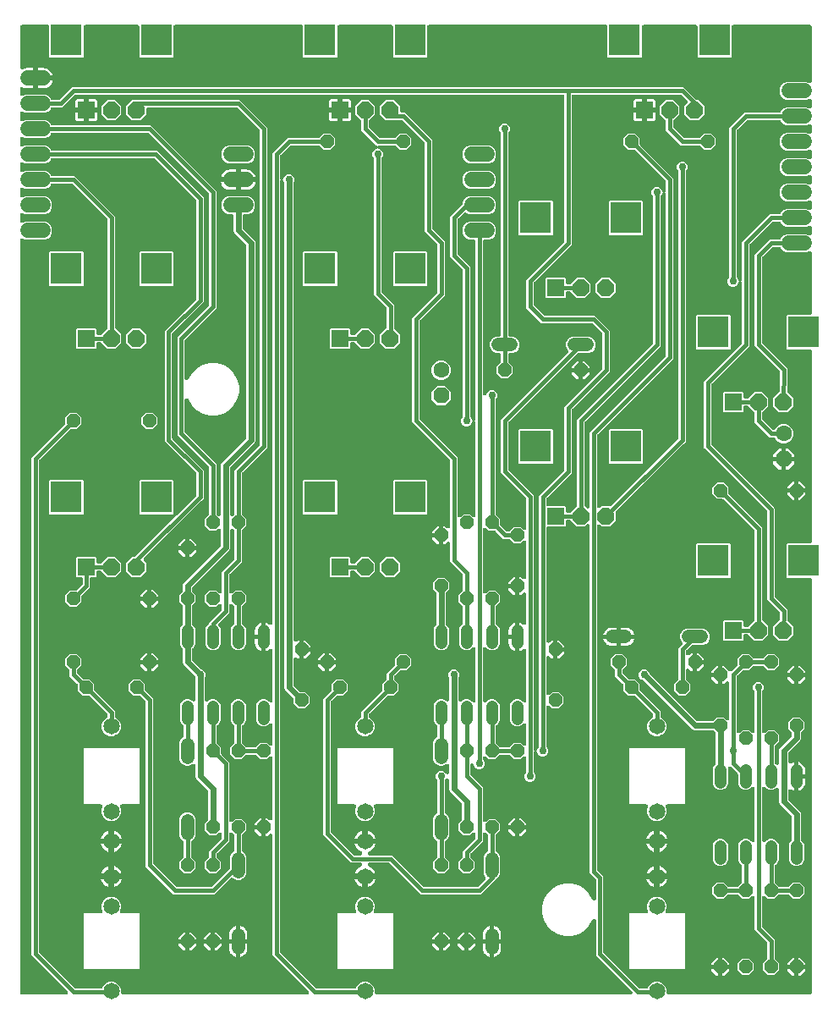
<source format=gtl>
G04 EAGLE Gerber RS-274X export*
G75*
%MOMM*%
%FSLAX34Y34*%
%LPD*%
%INTop Copper*%
%IPPOS*%
%AMOC8*
5,1,8,0,0,1.08239X$1,22.5*%
G01*
%ADD10R,1.676400X1.676400*%
%ADD11P,1.814519X8X292.500000*%
%ADD12R,3.116000X3.116000*%
%ADD13P,1.429621X8X202.500000*%
%ADD14C,1.650000*%
%ADD15C,1.524000*%
%ADD16P,1.732040X8X292.500000*%
%ADD17C,1.600200*%
%ADD18C,1.208000*%
%ADD19P,1.429621X8X292.500000*%
%ADD20P,1.429621X8X112.500000*%
%ADD21P,1.429621X8X22.500000*%
%ADD22C,1.320800*%
%ADD23C,0.406400*%
%ADD24C,0.756400*%
%ADD25C,0.609600*%

G36*
X56114Y10162D02*
X56114Y10162D01*
X56123Y10161D01*
X56317Y10182D01*
X56506Y10201D01*
X56514Y10203D01*
X56523Y10204D01*
X56708Y10263D01*
X56891Y10319D01*
X56899Y10323D01*
X56907Y10326D01*
X57076Y10419D01*
X57245Y10511D01*
X57252Y10516D01*
X57260Y10521D01*
X57407Y10645D01*
X57554Y10768D01*
X57560Y10775D01*
X57567Y10781D01*
X57686Y10933D01*
X57807Y11082D01*
X57811Y11090D01*
X57816Y11097D01*
X57904Y11270D01*
X57992Y11439D01*
X57995Y11448D01*
X57999Y11456D01*
X58051Y11642D01*
X58103Y11826D01*
X58104Y11835D01*
X58107Y11844D01*
X58121Y12037D01*
X58136Y12228D01*
X58135Y12236D01*
X58136Y12245D01*
X58112Y12438D01*
X58089Y12627D01*
X58087Y12636D01*
X58086Y12645D01*
X58024Y12827D01*
X57965Y13010D01*
X57960Y13018D01*
X57957Y13026D01*
X57861Y13193D01*
X57767Y13361D01*
X57761Y13368D01*
X57756Y13375D01*
X57542Y13628D01*
X24522Y46648D01*
X21843Y49327D01*
X21843Y547573D01*
X54776Y580506D01*
X54793Y580527D01*
X54814Y580545D01*
X54921Y580682D01*
X55031Y580818D01*
X55044Y580841D01*
X55060Y580863D01*
X55138Y581020D01*
X55220Y581174D01*
X55228Y581199D01*
X55240Y581223D01*
X55285Y581393D01*
X55335Y581559D01*
X55337Y581586D01*
X55344Y581612D01*
X55371Y581943D01*
X55371Y587567D01*
X60133Y592329D01*
X66867Y592329D01*
X71629Y587567D01*
X71629Y580833D01*
X66867Y576071D01*
X61243Y576071D01*
X61216Y576069D01*
X61189Y576071D01*
X61015Y576049D01*
X60842Y576031D01*
X60817Y576024D01*
X60790Y576020D01*
X60624Y575965D01*
X60457Y575913D01*
X60434Y575900D01*
X60408Y575892D01*
X60257Y575805D01*
X60103Y575721D01*
X60083Y575704D01*
X60059Y575691D01*
X59806Y575476D01*
X29552Y545222D01*
X29535Y545201D01*
X29514Y545183D01*
X29407Y545046D01*
X29297Y544910D01*
X29284Y544887D01*
X29268Y544865D01*
X29190Y544708D01*
X29108Y544554D01*
X29100Y544529D01*
X29088Y544505D01*
X29043Y544335D01*
X28993Y544169D01*
X28991Y544142D01*
X28984Y544116D01*
X28957Y543785D01*
X28957Y53115D01*
X28959Y53088D01*
X28957Y53061D01*
X28979Y52887D01*
X28997Y52714D01*
X29004Y52689D01*
X29008Y52662D01*
X29063Y52496D01*
X29115Y52329D01*
X29128Y52306D01*
X29136Y52280D01*
X29223Y52129D01*
X29307Y51975D01*
X29324Y51955D01*
X29337Y51931D01*
X29552Y51678D01*
X64378Y16852D01*
X64399Y16835D01*
X64417Y16814D01*
X64554Y16707D01*
X64690Y16597D01*
X64713Y16584D01*
X64735Y16568D01*
X64892Y16490D01*
X65046Y16408D01*
X65071Y16400D01*
X65095Y16388D01*
X65265Y16343D01*
X65431Y16293D01*
X65458Y16291D01*
X65484Y16284D01*
X65815Y16257D01*
X90805Y16257D01*
X90827Y16259D01*
X90849Y16257D01*
X91026Y16279D01*
X91205Y16297D01*
X91227Y16303D01*
X91249Y16306D01*
X91418Y16362D01*
X91590Y16415D01*
X91610Y16425D01*
X91631Y16432D01*
X91786Y16521D01*
X91944Y16607D01*
X91961Y16621D01*
X91981Y16632D01*
X92116Y16750D01*
X92253Y16864D01*
X92267Y16882D01*
X92284Y16896D01*
X92393Y17038D01*
X92506Y17178D01*
X92516Y17198D01*
X92530Y17216D01*
X92681Y17511D01*
X93313Y19037D01*
X96063Y21787D01*
X97800Y22506D01*
X99656Y23275D01*
X103544Y23275D01*
X107137Y21787D01*
X109887Y19037D01*
X111375Y15444D01*
X111375Y12192D01*
X111377Y12174D01*
X111375Y12156D01*
X111396Y11974D01*
X111415Y11791D01*
X111420Y11774D01*
X111422Y11757D01*
X111479Y11582D01*
X111533Y11406D01*
X111541Y11391D01*
X111547Y11374D01*
X111637Y11214D01*
X111725Y11052D01*
X111736Y11039D01*
X111745Y11023D01*
X111865Y10884D01*
X111982Y10743D01*
X111996Y10732D01*
X112008Y10718D01*
X112153Y10606D01*
X112296Y10491D01*
X112312Y10483D01*
X112326Y10472D01*
X112491Y10390D01*
X112653Y10305D01*
X112670Y10300D01*
X112686Y10292D01*
X112865Y10245D01*
X113040Y10194D01*
X113058Y10192D01*
X113075Y10188D01*
X113406Y10161D01*
X297405Y10161D01*
X297414Y10162D01*
X297423Y10161D01*
X297617Y10182D01*
X297806Y10201D01*
X297814Y10203D01*
X297823Y10204D01*
X298008Y10263D01*
X298191Y10319D01*
X298199Y10323D01*
X298207Y10326D01*
X298376Y10419D01*
X298545Y10511D01*
X298552Y10516D01*
X298560Y10521D01*
X298707Y10645D01*
X298854Y10768D01*
X298860Y10775D01*
X298867Y10781D01*
X298986Y10933D01*
X299107Y11082D01*
X299111Y11090D01*
X299116Y11097D01*
X299204Y11270D01*
X299292Y11439D01*
X299295Y11448D01*
X299299Y11456D01*
X299351Y11642D01*
X299403Y11826D01*
X299404Y11835D01*
X299407Y11844D01*
X299421Y12037D01*
X299436Y12228D01*
X299435Y12236D01*
X299436Y12245D01*
X299412Y12438D01*
X299389Y12627D01*
X299387Y12636D01*
X299386Y12645D01*
X299324Y12827D01*
X299265Y13010D01*
X299260Y13018D01*
X299257Y13026D01*
X299161Y13193D01*
X299067Y13361D01*
X299061Y13368D01*
X299056Y13375D01*
X298842Y13628D01*
X265822Y46648D01*
X263143Y49327D01*
X263143Y169107D01*
X263142Y169116D01*
X263143Y169125D01*
X263122Y169316D01*
X263103Y169507D01*
X263101Y169516D01*
X263100Y169525D01*
X263043Y169705D01*
X262985Y169892D01*
X262981Y169900D01*
X262978Y169909D01*
X262885Y170077D01*
X262793Y170246D01*
X262788Y170253D01*
X262783Y170261D01*
X262659Y170408D01*
X262536Y170556D01*
X262529Y170561D01*
X262523Y170568D01*
X262372Y170687D01*
X262222Y170808D01*
X262214Y170812D01*
X262207Y170818D01*
X262034Y170905D01*
X261865Y170993D01*
X261856Y170996D01*
X261848Y171000D01*
X261662Y171052D01*
X261478Y171105D01*
X261469Y171106D01*
X261460Y171108D01*
X261267Y171122D01*
X261076Y171138D01*
X261068Y171137D01*
X261059Y171137D01*
X260866Y171113D01*
X260677Y171091D01*
X260668Y171088D01*
X260659Y171087D01*
X260476Y171026D01*
X260294Y170966D01*
X260286Y170962D01*
X260278Y170959D01*
X260112Y170863D01*
X259943Y170768D01*
X259936Y170762D01*
X259929Y170758D01*
X259676Y170543D01*
X257788Y168655D01*
X256031Y168655D01*
X256031Y177800D01*
X256031Y186945D01*
X257788Y186945D01*
X259676Y185057D01*
X259683Y185051D01*
X259688Y185044D01*
X259838Y184924D01*
X259987Y184802D01*
X259995Y184798D01*
X260002Y184792D01*
X260172Y184704D01*
X260343Y184613D01*
X260352Y184611D01*
X260359Y184607D01*
X260544Y184553D01*
X260729Y184498D01*
X260738Y184498D01*
X260746Y184495D01*
X260937Y184479D01*
X261130Y184462D01*
X261139Y184463D01*
X261148Y184462D01*
X261337Y184484D01*
X261530Y184505D01*
X261539Y184508D01*
X261547Y184509D01*
X261729Y184569D01*
X261914Y184627D01*
X261922Y184631D01*
X261930Y184634D01*
X262098Y184729D01*
X262266Y184822D01*
X262273Y184827D01*
X262281Y184832D01*
X262427Y184958D01*
X262573Y185082D01*
X262579Y185089D01*
X262586Y185095D01*
X262703Y185246D01*
X262823Y185398D01*
X262827Y185406D01*
X262832Y185413D01*
X262918Y185585D01*
X263005Y185757D01*
X263008Y185766D01*
X263012Y185774D01*
X263062Y185960D01*
X263113Y186145D01*
X263114Y186154D01*
X263116Y186162D01*
X263143Y186493D01*
X263143Y246744D01*
X263142Y246752D01*
X263143Y246761D01*
X263122Y246953D01*
X263103Y247144D01*
X263101Y247153D01*
X263100Y247162D01*
X263042Y247344D01*
X262985Y247529D01*
X262981Y247537D01*
X262978Y247546D01*
X262885Y247714D01*
X262793Y247883D01*
X262788Y247890D01*
X262783Y247898D01*
X262659Y248045D01*
X262536Y248192D01*
X262529Y248198D01*
X262523Y248205D01*
X262372Y248324D01*
X262222Y248445D01*
X262214Y248449D01*
X262207Y248454D01*
X262034Y248542D01*
X261865Y248630D01*
X261856Y248633D01*
X261848Y248637D01*
X261662Y248689D01*
X261478Y248742D01*
X261469Y248742D01*
X261460Y248745D01*
X261267Y248759D01*
X261076Y248775D01*
X261068Y248774D01*
X261059Y248774D01*
X260866Y248750D01*
X260677Y248728D01*
X260668Y248725D01*
X260659Y248724D01*
X260476Y248662D01*
X260294Y248603D01*
X260286Y248598D01*
X260278Y248596D01*
X260112Y248500D01*
X259943Y248405D01*
X259936Y248399D01*
X259929Y248395D01*
X259676Y248180D01*
X257367Y245871D01*
X250633Y245871D01*
X246656Y249848D01*
X246635Y249865D01*
X246618Y249886D01*
X246480Y249993D01*
X246344Y250103D01*
X246321Y250116D01*
X246300Y250132D01*
X246143Y250210D01*
X245989Y250292D01*
X245963Y250300D01*
X245939Y250312D01*
X245770Y250357D01*
X245603Y250407D01*
X245576Y250409D01*
X245550Y250416D01*
X245220Y250443D01*
X237380Y250443D01*
X237354Y250441D01*
X237327Y250443D01*
X237153Y250421D01*
X236980Y250403D01*
X236954Y250396D01*
X236928Y250392D01*
X236762Y250337D01*
X236595Y250285D01*
X236571Y250272D01*
X236546Y250264D01*
X236394Y250177D01*
X236241Y250093D01*
X236220Y250076D01*
X236197Y250063D01*
X235944Y249848D01*
X231967Y245871D01*
X225233Y245871D01*
X220471Y250633D01*
X220471Y257367D01*
X224448Y261344D01*
X224465Y261365D01*
X224486Y261382D01*
X224593Y261520D01*
X224703Y261656D01*
X224716Y261679D01*
X224732Y261700D01*
X224810Y261857D01*
X224892Y262011D01*
X224900Y262037D01*
X224912Y262061D01*
X224957Y262230D01*
X225007Y262397D01*
X225009Y262424D01*
X225016Y262450D01*
X225043Y262780D01*
X225043Y278077D01*
X225041Y278104D01*
X225043Y278131D01*
X225021Y278305D01*
X225003Y278478D01*
X224996Y278503D01*
X224992Y278530D01*
X224936Y278696D01*
X224885Y278863D01*
X224872Y278886D01*
X224864Y278912D01*
X224777Y279063D01*
X224693Y279217D01*
X224676Y279237D01*
X224663Y279261D01*
X224448Y279514D01*
X222187Y281775D01*
X221035Y284555D01*
X221035Y299645D01*
X222187Y302425D01*
X224315Y304553D01*
X225032Y304850D01*
X227095Y305705D01*
X230105Y305705D01*
X232885Y304553D01*
X235013Y302425D01*
X236165Y299645D01*
X236165Y284555D01*
X235013Y281775D01*
X232752Y279514D01*
X232735Y279493D01*
X232714Y279475D01*
X232607Y279337D01*
X232497Y279202D01*
X232484Y279178D01*
X232468Y279157D01*
X232390Y279001D01*
X232308Y278846D01*
X232300Y278821D01*
X232288Y278797D01*
X232243Y278628D01*
X232193Y278460D01*
X232191Y278434D01*
X232184Y278408D01*
X232157Y278077D01*
X232157Y262780D01*
X232159Y262754D01*
X232157Y262727D01*
X232179Y262553D01*
X232197Y262380D01*
X232204Y262354D01*
X232208Y262328D01*
X232263Y262162D01*
X232315Y261995D01*
X232328Y261971D01*
X232336Y261946D01*
X232423Y261794D01*
X232507Y261641D01*
X232524Y261620D01*
X232537Y261597D01*
X232752Y261344D01*
X235944Y258152D01*
X235965Y258135D01*
X235982Y258114D01*
X236120Y258007D01*
X236256Y257897D01*
X236279Y257884D01*
X236300Y257868D01*
X236457Y257790D01*
X236611Y257708D01*
X236637Y257700D01*
X236661Y257688D01*
X236830Y257643D01*
X236997Y257593D01*
X237024Y257591D01*
X237050Y257584D01*
X237380Y257557D01*
X245220Y257557D01*
X245246Y257559D01*
X245273Y257557D01*
X245447Y257579D01*
X245620Y257597D01*
X245646Y257604D01*
X245672Y257608D01*
X245838Y257664D01*
X246005Y257715D01*
X246029Y257728D01*
X246054Y257736D01*
X246206Y257823D01*
X246359Y257907D01*
X246380Y257924D01*
X246403Y257937D01*
X246656Y258152D01*
X250633Y262129D01*
X257367Y262129D01*
X259676Y259820D01*
X259683Y259814D01*
X259688Y259808D01*
X259838Y259687D01*
X259987Y259565D01*
X259995Y259561D01*
X260002Y259555D01*
X260172Y259467D01*
X260343Y259376D01*
X260352Y259374D01*
X260359Y259370D01*
X260544Y259317D01*
X260729Y259262D01*
X260738Y259261D01*
X260746Y259258D01*
X260937Y259243D01*
X261130Y259225D01*
X261139Y259226D01*
X261148Y259225D01*
X261337Y259248D01*
X261530Y259269D01*
X261539Y259271D01*
X261547Y259272D01*
X261729Y259332D01*
X261914Y259390D01*
X261922Y259394D01*
X261930Y259397D01*
X262099Y259492D01*
X262266Y259585D01*
X262273Y259591D01*
X262281Y259595D01*
X262427Y259721D01*
X262573Y259845D01*
X262579Y259852D01*
X262586Y259858D01*
X262703Y260010D01*
X262823Y260161D01*
X262827Y260169D01*
X262832Y260176D01*
X262918Y260348D01*
X263005Y260520D01*
X263008Y260529D01*
X263012Y260537D01*
X263062Y260723D01*
X263113Y260908D01*
X263114Y260917D01*
X263116Y260926D01*
X263143Y261256D01*
X263143Y279601D01*
X263142Y279610D01*
X263143Y279619D01*
X263122Y279811D01*
X263103Y280002D01*
X263101Y280010D01*
X263100Y280019D01*
X263042Y280202D01*
X262985Y280387D01*
X262981Y280395D01*
X262978Y280403D01*
X262885Y280571D01*
X262793Y280741D01*
X262788Y280748D01*
X262783Y280756D01*
X262658Y280903D01*
X262536Y281050D01*
X262529Y281056D01*
X262523Y281063D01*
X262371Y281182D01*
X262222Y281302D01*
X262214Y281307D01*
X262207Y281312D01*
X262035Y281399D01*
X261865Y281488D01*
X261856Y281490D01*
X261848Y281494D01*
X261662Y281546D01*
X261478Y281599D01*
X261469Y281600D01*
X261460Y281602D01*
X261268Y281617D01*
X261076Y281632D01*
X261068Y281631D01*
X261059Y281632D01*
X260866Y281607D01*
X260677Y281585D01*
X260668Y281583D01*
X260659Y281581D01*
X260476Y281520D01*
X260294Y281460D01*
X260286Y281456D01*
X260278Y281453D01*
X260112Y281358D01*
X259943Y281263D01*
X259936Y281257D01*
X259929Y281252D01*
X259676Y281038D01*
X258285Y279647D01*
X255505Y278495D01*
X252495Y278495D01*
X249715Y279647D01*
X247587Y281775D01*
X246435Y284555D01*
X246435Y299645D01*
X247587Y302425D01*
X249715Y304553D01*
X250432Y304850D01*
X252495Y305705D01*
X255505Y305705D01*
X258285Y304553D01*
X259676Y303162D01*
X259683Y303157D01*
X259688Y303150D01*
X259838Y303030D01*
X259987Y302907D01*
X259995Y302903D01*
X260002Y302898D01*
X260172Y302809D01*
X260343Y302719D01*
X260352Y302716D01*
X260359Y302712D01*
X260544Y302659D01*
X260729Y302604D01*
X260738Y302603D01*
X260746Y302601D01*
X260937Y302585D01*
X261130Y302568D01*
X261139Y302569D01*
X261148Y302568D01*
X261337Y302590D01*
X261530Y302611D01*
X261539Y302614D01*
X261547Y302615D01*
X261729Y302674D01*
X261914Y302732D01*
X261922Y302737D01*
X261930Y302740D01*
X262097Y302834D01*
X262266Y302927D01*
X262273Y302933D01*
X262281Y302937D01*
X262426Y303063D01*
X262573Y303188D01*
X262579Y303195D01*
X262586Y303201D01*
X262702Y303351D01*
X262823Y303504D01*
X262827Y303512D01*
X262832Y303519D01*
X262918Y303690D01*
X263005Y303863D01*
X263008Y303871D01*
X263012Y303879D01*
X263062Y304065D01*
X263113Y304250D01*
X263114Y304259D01*
X263116Y304268D01*
X263143Y304599D01*
X263143Y354364D01*
X263142Y354373D01*
X263143Y354382D01*
X263123Y354572D01*
X263103Y354765D01*
X263101Y354774D01*
X263100Y354783D01*
X263042Y354966D01*
X262985Y355150D01*
X262981Y355158D01*
X262978Y355166D01*
X262885Y355335D01*
X262793Y355504D01*
X262788Y355511D01*
X262783Y355519D01*
X262658Y355666D01*
X262536Y355813D01*
X262529Y355819D01*
X262523Y355826D01*
X262371Y355946D01*
X262222Y356066D01*
X262214Y356070D01*
X262207Y356075D01*
X262034Y356163D01*
X261865Y356251D01*
X261856Y356254D01*
X261848Y356258D01*
X261661Y356310D01*
X261478Y356363D01*
X261469Y356363D01*
X261460Y356366D01*
X261269Y356380D01*
X261076Y356395D01*
X261067Y356394D01*
X261059Y356395D01*
X260868Y356371D01*
X260677Y356348D01*
X260668Y356346D01*
X260659Y356345D01*
X260477Y356283D01*
X260294Y356224D01*
X260286Y356219D01*
X260277Y356216D01*
X260111Y356121D01*
X259943Y356026D01*
X259936Y356020D01*
X259929Y356015D01*
X259676Y355801D01*
X259590Y355715D01*
X258497Y354921D01*
X257294Y354308D01*
X256031Y353898D01*
X256031Y368300D01*
X256031Y382702D01*
X257294Y382292D01*
X258497Y381679D01*
X259590Y380885D01*
X259676Y380799D01*
X259683Y380794D01*
X259688Y380787D01*
X259838Y380666D01*
X259987Y380544D01*
X259995Y380540D01*
X260002Y380534D01*
X260172Y380446D01*
X260343Y380356D01*
X260351Y380353D01*
X260359Y380349D01*
X260545Y380296D01*
X260729Y380241D01*
X260738Y380240D01*
X260746Y380237D01*
X260938Y380222D01*
X261130Y380204D01*
X261139Y380205D01*
X261148Y380205D01*
X261337Y380227D01*
X261530Y380248D01*
X261539Y380250D01*
X261547Y380252D01*
X261729Y380311D01*
X261914Y380369D01*
X261922Y380374D01*
X261930Y380376D01*
X262098Y380471D01*
X262266Y380564D01*
X262273Y380570D01*
X262281Y380574D01*
X262427Y380700D01*
X262573Y380824D01*
X262579Y380832D01*
X262586Y380837D01*
X262703Y380989D01*
X262823Y381140D01*
X262827Y381148D01*
X262832Y381156D01*
X262918Y381328D01*
X263005Y381499D01*
X263008Y381508D01*
X263012Y381516D01*
X263062Y381703D01*
X263113Y381887D01*
X263114Y381896D01*
X263116Y381905D01*
X263143Y382236D01*
X263143Y852373D01*
X277927Y867157D01*
X308720Y867157D01*
X308746Y867159D01*
X308773Y867157D01*
X308947Y867179D01*
X309120Y867197D01*
X309146Y867204D01*
X309172Y867208D01*
X309338Y867264D01*
X309505Y867315D01*
X309529Y867328D01*
X309554Y867336D01*
X309706Y867423D01*
X309859Y867507D01*
X309880Y867524D01*
X309903Y867537D01*
X310156Y867752D01*
X314133Y871729D01*
X320867Y871729D01*
X325629Y866967D01*
X325629Y860233D01*
X320867Y855471D01*
X314133Y855471D01*
X310156Y859448D01*
X310135Y859465D01*
X310118Y859486D01*
X309980Y859593D01*
X309844Y859703D01*
X309821Y859716D01*
X309800Y859732D01*
X309643Y859810D01*
X309489Y859892D01*
X309463Y859900D01*
X309439Y859912D01*
X309270Y859957D01*
X309103Y860007D01*
X309076Y860009D01*
X309050Y860016D01*
X308720Y860043D01*
X281715Y860043D01*
X281688Y860041D01*
X281661Y860043D01*
X281487Y860021D01*
X281314Y860003D01*
X281289Y859996D01*
X281262Y859992D01*
X281096Y859937D01*
X280929Y859885D01*
X280906Y859872D01*
X280880Y859864D01*
X280729Y859777D01*
X280575Y859693D01*
X280555Y859676D01*
X280531Y859663D01*
X280278Y859448D01*
X270852Y850022D01*
X270835Y850001D01*
X270814Y849983D01*
X270707Y849846D01*
X270597Y849710D01*
X270584Y849687D01*
X270568Y849665D01*
X270490Y849508D01*
X270408Y849354D01*
X270400Y849329D01*
X270388Y849305D01*
X270343Y849135D01*
X270293Y848969D01*
X270291Y848942D01*
X270284Y848916D01*
X270257Y848585D01*
X270257Y827505D01*
X270257Y827501D01*
X270257Y827496D01*
X270277Y827302D01*
X270297Y827105D01*
X270298Y827100D01*
X270298Y827096D01*
X270357Y826908D01*
X270415Y826720D01*
X270417Y826716D01*
X270418Y826711D01*
X270514Y826537D01*
X270607Y826366D01*
X270609Y826362D01*
X270612Y826358D01*
X270740Y826205D01*
X270864Y826056D01*
X270868Y826054D01*
X270871Y826050D01*
X271025Y825927D01*
X271178Y825804D01*
X271182Y825802D01*
X271185Y825799D01*
X271360Y825710D01*
X271535Y825618D01*
X271540Y825617D01*
X271544Y825615D01*
X271731Y825562D01*
X271922Y825507D01*
X271927Y825507D01*
X271931Y825506D01*
X272020Y825499D01*
X271861Y825481D01*
X271857Y825479D01*
X271853Y825479D01*
X271667Y825418D01*
X271478Y825358D01*
X271474Y825355D01*
X271470Y825354D01*
X271298Y825257D01*
X271126Y825161D01*
X271123Y825158D01*
X271119Y825156D01*
X270970Y825027D01*
X270821Y824899D01*
X270818Y824896D01*
X270814Y824893D01*
X270694Y824738D01*
X270572Y824582D01*
X270570Y824578D01*
X270568Y824575D01*
X270479Y824397D01*
X270392Y824223D01*
X270390Y824218D01*
X270388Y824214D01*
X270336Y824020D01*
X270285Y823834D01*
X270285Y823830D01*
X270284Y823826D01*
X270257Y823495D01*
X270257Y53115D01*
X270259Y53088D01*
X270257Y53061D01*
X270279Y52887D01*
X270297Y52714D01*
X270304Y52689D01*
X270308Y52662D01*
X270363Y52496D01*
X270415Y52329D01*
X270428Y52306D01*
X270436Y52280D01*
X270523Y52129D01*
X270607Y51975D01*
X270624Y51955D01*
X270637Y51931D01*
X270852Y51678D01*
X305678Y16852D01*
X305699Y16835D01*
X305717Y16814D01*
X305854Y16707D01*
X305990Y16597D01*
X306013Y16584D01*
X306035Y16568D01*
X306192Y16490D01*
X306346Y16408D01*
X306371Y16400D01*
X306395Y16388D01*
X306565Y16343D01*
X306731Y16293D01*
X306758Y16291D01*
X306784Y16284D01*
X307115Y16257D01*
X344805Y16257D01*
X344827Y16259D01*
X344849Y16257D01*
X345026Y16279D01*
X345205Y16297D01*
X345227Y16303D01*
X345249Y16306D01*
X345418Y16362D01*
X345590Y16415D01*
X345610Y16425D01*
X345631Y16432D01*
X345786Y16521D01*
X345944Y16607D01*
X345961Y16621D01*
X345981Y16632D01*
X346116Y16750D01*
X346253Y16864D01*
X346267Y16882D01*
X346284Y16896D01*
X346393Y17038D01*
X346506Y17178D01*
X346516Y17198D01*
X346530Y17216D01*
X346681Y17511D01*
X347313Y19037D01*
X350063Y21787D01*
X351800Y22506D01*
X353656Y23275D01*
X357544Y23275D01*
X361137Y21787D01*
X363887Y19037D01*
X365375Y15444D01*
X365375Y12192D01*
X365377Y12174D01*
X365375Y12156D01*
X365396Y11974D01*
X365415Y11791D01*
X365420Y11774D01*
X365422Y11757D01*
X365479Y11582D01*
X365533Y11406D01*
X365541Y11391D01*
X365547Y11374D01*
X365637Y11214D01*
X365725Y11052D01*
X365736Y11039D01*
X365745Y11023D01*
X365865Y10884D01*
X365982Y10743D01*
X365996Y10732D01*
X366008Y10718D01*
X366153Y10606D01*
X366296Y10491D01*
X366312Y10483D01*
X366326Y10472D01*
X366491Y10390D01*
X366653Y10305D01*
X366670Y10300D01*
X366686Y10292D01*
X366865Y10245D01*
X367040Y10194D01*
X367058Y10192D01*
X367075Y10188D01*
X367406Y10161D01*
X621255Y10161D01*
X621264Y10162D01*
X621273Y10161D01*
X621467Y10182D01*
X621656Y10201D01*
X621664Y10203D01*
X621673Y10204D01*
X621858Y10263D01*
X622041Y10319D01*
X622049Y10323D01*
X622057Y10326D01*
X622226Y10419D01*
X622395Y10511D01*
X622402Y10516D01*
X622410Y10521D01*
X622557Y10645D01*
X622704Y10768D01*
X622710Y10775D01*
X622717Y10781D01*
X622836Y10933D01*
X622957Y11082D01*
X622961Y11090D01*
X622966Y11097D01*
X623054Y11270D01*
X623142Y11439D01*
X623145Y11448D01*
X623149Y11456D01*
X623201Y11642D01*
X623253Y11826D01*
X623254Y11835D01*
X623257Y11844D01*
X623271Y12037D01*
X623286Y12228D01*
X623285Y12236D01*
X623286Y12245D01*
X623262Y12438D01*
X623239Y12627D01*
X623237Y12636D01*
X623236Y12645D01*
X623174Y12827D01*
X623115Y13010D01*
X623110Y13018D01*
X623107Y13026D01*
X623011Y13193D01*
X622917Y13361D01*
X622911Y13368D01*
X622906Y13375D01*
X622692Y13628D01*
X589672Y46648D01*
X586993Y49327D01*
X586993Y84176D01*
X586986Y84249D01*
X586988Y84322D01*
X586966Y84449D01*
X586953Y84577D01*
X586932Y84647D01*
X586919Y84719D01*
X586873Y84839D01*
X586835Y84962D01*
X586800Y85026D01*
X586774Y85094D01*
X586705Y85203D01*
X586643Y85316D01*
X586597Y85372D01*
X586557Y85434D01*
X586468Y85526D01*
X586386Y85625D01*
X586329Y85671D01*
X586278Y85724D01*
X586172Y85797D01*
X586072Y85877D01*
X586007Y85911D01*
X585947Y85953D01*
X585828Y86004D01*
X585715Y86063D01*
X585644Y86083D01*
X585577Y86112D01*
X585451Y86139D01*
X585328Y86174D01*
X585255Y86180D01*
X585183Y86195D01*
X585055Y86196D01*
X584926Y86207D01*
X584854Y86198D01*
X584780Y86199D01*
X584654Y86175D01*
X584527Y86160D01*
X584457Y86137D01*
X584385Y86124D01*
X584266Y86075D01*
X584144Y86035D01*
X584080Y85999D01*
X584012Y85972D01*
X583905Y85900D01*
X583793Y85837D01*
X583738Y85789D01*
X583677Y85749D01*
X583586Y85658D01*
X583489Y85574D01*
X583444Y85516D01*
X583392Y85464D01*
X583295Y85325D01*
X583242Y85256D01*
X583227Y85226D01*
X583203Y85192D01*
X579735Y79186D01*
X574864Y74315D01*
X568898Y70870D01*
X562244Y69087D01*
X555356Y69087D01*
X548702Y70870D01*
X542736Y74315D01*
X537865Y79186D01*
X534420Y85152D01*
X532637Y91806D01*
X532637Y98694D01*
X534420Y105348D01*
X537865Y111314D01*
X542736Y116185D01*
X548702Y119630D01*
X555356Y121413D01*
X562244Y121413D01*
X568898Y119630D01*
X574864Y116185D01*
X579735Y111314D01*
X583203Y105308D01*
X583246Y105249D01*
X583281Y105184D01*
X583363Y105086D01*
X583438Y104981D01*
X583491Y104931D01*
X583538Y104875D01*
X583638Y104795D01*
X583733Y104707D01*
X583795Y104669D01*
X583852Y104623D01*
X583966Y104564D01*
X584076Y104496D01*
X584144Y104471D01*
X584209Y104437D01*
X584333Y104402D01*
X584453Y104357D01*
X584526Y104346D01*
X584596Y104326D01*
X584725Y104315D01*
X584851Y104296D01*
X584924Y104299D01*
X584998Y104293D01*
X585125Y104308D01*
X585254Y104314D01*
X585325Y104331D01*
X585397Y104340D01*
X585520Y104380D01*
X585644Y104411D01*
X585710Y104442D01*
X585780Y104465D01*
X585892Y104528D01*
X586008Y104583D01*
X586067Y104627D01*
X586131Y104663D01*
X586228Y104747D01*
X586331Y104823D01*
X586380Y104878D01*
X586436Y104926D01*
X586514Y105027D01*
X586600Y105123D01*
X586637Y105186D01*
X586682Y105244D01*
X586740Y105359D01*
X586805Y105470D01*
X586829Y105539D01*
X586862Y105604D01*
X586895Y105729D01*
X586937Y105850D01*
X586947Y105922D01*
X586966Y105993D01*
X586980Y106163D01*
X586992Y106249D01*
X586990Y106282D01*
X586993Y106324D01*
X586993Y124685D01*
X586991Y124712D01*
X586993Y124739D01*
X586971Y124913D01*
X586953Y125086D01*
X586946Y125111D01*
X586942Y125138D01*
X586887Y125304D01*
X586835Y125471D01*
X586822Y125494D01*
X586814Y125520D01*
X586727Y125671D01*
X586643Y125825D01*
X586626Y125845D01*
X586613Y125869D01*
X586398Y126122D01*
X580643Y131877D01*
X580643Y479029D01*
X580642Y479038D01*
X580643Y479047D01*
X580622Y479239D01*
X580603Y479430D01*
X580601Y479438D01*
X580600Y479447D01*
X580542Y479630D01*
X580485Y479815D01*
X580481Y479823D01*
X580478Y479831D01*
X580385Y479999D01*
X580293Y480169D01*
X580288Y480176D01*
X580283Y480183D01*
X580159Y480330D01*
X580036Y480478D01*
X580029Y480484D01*
X580023Y480490D01*
X579871Y480610D01*
X579722Y480730D01*
X579714Y480734D01*
X579707Y480740D01*
X579535Y480827D01*
X579365Y480916D01*
X579356Y480918D01*
X579348Y480922D01*
X579162Y480974D01*
X578978Y481027D01*
X578969Y481028D01*
X578960Y481030D01*
X578768Y481044D01*
X578576Y481060D01*
X578568Y481059D01*
X578559Y481060D01*
X578366Y481035D01*
X578177Y481013D01*
X578168Y481010D01*
X578159Y481009D01*
X577976Y480948D01*
X577794Y480888D01*
X577786Y480884D01*
X577778Y480881D01*
X577612Y480786D01*
X577443Y480690D01*
X577436Y480685D01*
X577429Y480680D01*
X577176Y480466D01*
X575603Y478893D01*
X567397Y478893D01*
X561641Y484648D01*
X561621Y484665D01*
X561603Y484686D01*
X561465Y484793D01*
X561330Y484903D01*
X561306Y484916D01*
X561285Y484932D01*
X561128Y485010D01*
X560974Y485092D01*
X560949Y485100D01*
X560925Y485112D01*
X560755Y485157D01*
X560588Y485207D01*
X560562Y485209D01*
X560536Y485216D01*
X560205Y485243D01*
X558438Y485243D01*
X558420Y485241D01*
X558402Y485243D01*
X558220Y485222D01*
X558037Y485203D01*
X558020Y485198D01*
X558003Y485196D01*
X557828Y485139D01*
X557652Y485085D01*
X557637Y485077D01*
X557620Y485071D01*
X557460Y484981D01*
X557298Y484893D01*
X557285Y484882D01*
X557269Y484873D01*
X557130Y484753D01*
X556989Y484636D01*
X556978Y484622D01*
X556964Y484610D01*
X556852Y484465D01*
X556737Y484322D01*
X556729Y484306D01*
X556718Y484292D01*
X556636Y484127D01*
X556551Y483965D01*
X556546Y483948D01*
X556538Y483932D01*
X556490Y483753D01*
X556440Y483578D01*
X556438Y483560D01*
X556434Y483543D01*
X556407Y483212D01*
X556407Y479786D01*
X555514Y478893D01*
X538988Y478893D01*
X538970Y478891D01*
X538952Y478893D01*
X538770Y478872D01*
X538587Y478853D01*
X538570Y478848D01*
X538553Y478846D01*
X538378Y478789D01*
X538202Y478735D01*
X538187Y478727D01*
X538170Y478721D01*
X538010Y478631D01*
X537848Y478543D01*
X537835Y478532D01*
X537819Y478523D01*
X537680Y478403D01*
X537539Y478286D01*
X537528Y478272D01*
X537514Y478260D01*
X537402Y478115D01*
X537287Y477972D01*
X537279Y477956D01*
X537268Y477942D01*
X537186Y477777D01*
X537101Y477615D01*
X537096Y477598D01*
X537088Y477582D01*
X537041Y477403D01*
X536990Y477228D01*
X536988Y477210D01*
X536984Y477193D01*
X536957Y476862D01*
X536957Y364293D01*
X536958Y364284D01*
X536957Y364275D01*
X536978Y364084D01*
X536997Y363893D01*
X536999Y363884D01*
X537000Y363875D01*
X537058Y363693D01*
X537115Y363508D01*
X537119Y363500D01*
X537122Y363491D01*
X537215Y363322D01*
X537307Y363154D01*
X537312Y363147D01*
X537317Y363139D01*
X537441Y362992D01*
X537564Y362844D01*
X537571Y362839D01*
X537577Y362832D01*
X537728Y362713D01*
X537878Y362592D01*
X537886Y362588D01*
X537893Y362582D01*
X538066Y362495D01*
X538235Y362407D01*
X538244Y362404D01*
X538252Y362400D01*
X538438Y362348D01*
X538622Y362295D01*
X538631Y362294D01*
X538640Y362292D01*
X538833Y362278D01*
X539024Y362262D01*
X539032Y362263D01*
X539041Y362263D01*
X539234Y362287D01*
X539423Y362309D01*
X539432Y362312D01*
X539441Y362313D01*
X539624Y362374D01*
X539806Y362434D01*
X539814Y362438D01*
X539822Y362441D01*
X539988Y362537D01*
X540157Y362632D01*
X540164Y362638D01*
X540171Y362642D01*
X540424Y362857D01*
X542312Y364745D01*
X544069Y364745D01*
X544069Y355600D01*
X544069Y346455D01*
X542312Y346455D01*
X540424Y348343D01*
X540417Y348349D01*
X540412Y348356D01*
X540262Y348476D01*
X540113Y348598D01*
X540105Y348602D01*
X540098Y348608D01*
X539928Y348696D01*
X539757Y348787D01*
X539748Y348789D01*
X539741Y348793D01*
X539556Y348847D01*
X539371Y348902D01*
X539362Y348902D01*
X539354Y348905D01*
X539163Y348921D01*
X538970Y348938D01*
X538961Y348937D01*
X538952Y348938D01*
X538763Y348916D01*
X538570Y348895D01*
X538561Y348892D01*
X538553Y348891D01*
X538371Y348831D01*
X538186Y348773D01*
X538178Y348769D01*
X538170Y348766D01*
X538001Y348671D01*
X537834Y348578D01*
X537827Y348573D01*
X537819Y348568D01*
X537673Y348442D01*
X537527Y348318D01*
X537521Y348311D01*
X537514Y348305D01*
X537397Y348154D01*
X537277Y348002D01*
X537273Y347994D01*
X537268Y347987D01*
X537182Y347815D01*
X537095Y347643D01*
X537092Y347634D01*
X537088Y347626D01*
X537038Y347439D01*
X536987Y347255D01*
X536986Y347246D01*
X536984Y347238D01*
X536957Y346907D01*
X536957Y312056D01*
X536958Y312048D01*
X536957Y312039D01*
X536978Y311847D01*
X536997Y311656D01*
X536999Y311647D01*
X537000Y311638D01*
X537059Y311453D01*
X537115Y311271D01*
X537119Y311263D01*
X537122Y311254D01*
X537215Y311086D01*
X537307Y310917D01*
X537312Y310910D01*
X537317Y310902D01*
X537441Y310755D01*
X537564Y310608D01*
X537571Y310602D01*
X537577Y310595D01*
X537728Y310476D01*
X537878Y310355D01*
X537886Y310351D01*
X537893Y310346D01*
X538066Y310258D01*
X538235Y310170D01*
X538244Y310167D01*
X538252Y310163D01*
X538438Y310111D01*
X538622Y310058D01*
X538631Y310058D01*
X538640Y310055D01*
X538833Y310041D01*
X539024Y310025D01*
X539032Y310026D01*
X539041Y310026D01*
X539234Y310050D01*
X539423Y310072D01*
X539432Y310075D01*
X539441Y310076D01*
X539624Y310138D01*
X539806Y310197D01*
X539814Y310202D01*
X539822Y310204D01*
X539988Y310300D01*
X540157Y310395D01*
X540164Y310401D01*
X540171Y310405D01*
X540424Y310620D01*
X542733Y312929D01*
X549467Y312929D01*
X554229Y308167D01*
X554229Y301433D01*
X549467Y296671D01*
X542733Y296671D01*
X540424Y298980D01*
X540417Y298986D01*
X540412Y298992D01*
X540262Y299113D01*
X540113Y299235D01*
X540105Y299239D01*
X540098Y299245D01*
X539928Y299333D01*
X539757Y299424D01*
X539748Y299426D01*
X539741Y299430D01*
X539556Y299483D01*
X539371Y299538D01*
X539362Y299539D01*
X539354Y299542D01*
X539163Y299557D01*
X538970Y299575D01*
X538961Y299574D01*
X538952Y299575D01*
X538763Y299552D01*
X538570Y299531D01*
X538561Y299529D01*
X538553Y299528D01*
X538371Y299468D01*
X538186Y299410D01*
X538178Y299406D01*
X538170Y299403D01*
X538001Y299308D01*
X537834Y299215D01*
X537827Y299209D01*
X537819Y299205D01*
X537673Y299079D01*
X537527Y298955D01*
X537521Y298948D01*
X537514Y298942D01*
X537397Y298790D01*
X537277Y298639D01*
X537273Y298631D01*
X537268Y298624D01*
X537182Y298452D01*
X537095Y298280D01*
X537092Y298271D01*
X537088Y298263D01*
X537038Y298077D01*
X536987Y297892D01*
X536986Y297883D01*
X536984Y297874D01*
X536957Y297544D01*
X536957Y258790D01*
X536959Y258763D01*
X536957Y258736D01*
X536979Y258562D01*
X536997Y258389D01*
X537004Y258363D01*
X537008Y258337D01*
X537063Y258171D01*
X537115Y258004D01*
X537128Y257980D01*
X537136Y257955D01*
X537223Y257803D01*
X537307Y257650D01*
X537324Y257629D01*
X537337Y257606D01*
X537552Y257353D01*
X537899Y257006D01*
X538707Y255056D01*
X538707Y252944D01*
X537899Y250994D01*
X536406Y249501D01*
X534456Y248693D01*
X532344Y248693D01*
X530394Y249501D01*
X528901Y250994D01*
X528165Y252772D01*
X528163Y252776D01*
X528161Y252780D01*
X528068Y252953D01*
X527974Y253127D01*
X527972Y253131D01*
X527969Y253134D01*
X527846Y253283D01*
X527718Y253437D01*
X527715Y253440D01*
X527712Y253444D01*
X527559Y253567D01*
X527405Y253691D01*
X527401Y253693D01*
X527398Y253696D01*
X527225Y253786D01*
X527049Y253878D01*
X527045Y253879D01*
X527041Y253882D01*
X526852Y253936D01*
X526662Y253991D01*
X526658Y253992D01*
X526654Y253993D01*
X526553Y254001D01*
X526723Y254021D01*
X526728Y254023D01*
X526732Y254023D01*
X526917Y254084D01*
X527106Y254146D01*
X527110Y254148D01*
X527114Y254150D01*
X527283Y254246D01*
X527457Y254344D01*
X527460Y254347D01*
X527464Y254349D01*
X527613Y254479D01*
X527761Y254607D01*
X527764Y254611D01*
X527768Y254613D01*
X527888Y254770D01*
X528008Y254925D01*
X528010Y254929D01*
X528013Y254933D01*
X528165Y255228D01*
X528901Y257006D01*
X529248Y257353D01*
X529265Y257374D01*
X529286Y257391D01*
X529393Y257529D01*
X529503Y257665D01*
X529516Y257688D01*
X529532Y257709D01*
X529610Y257866D01*
X529692Y258020D01*
X529700Y258046D01*
X529712Y258070D01*
X529757Y258239D01*
X529807Y258406D01*
X529809Y258433D01*
X529816Y258459D01*
X529843Y258790D01*
X529843Y509473D01*
X554648Y534278D01*
X554665Y534299D01*
X554686Y534317D01*
X554793Y534454D01*
X554903Y534590D01*
X554916Y534613D01*
X554932Y534635D01*
X555010Y534792D01*
X555092Y534946D01*
X555100Y534971D01*
X555112Y534995D01*
X555157Y535165D01*
X555207Y535331D01*
X555209Y535358D01*
X555216Y535384D01*
X555243Y535715D01*
X555243Y598373D01*
X557921Y601051D01*
X557922Y601052D01*
X592748Y635878D01*
X592765Y635899D01*
X592786Y635916D01*
X592893Y636054D01*
X593003Y636190D01*
X593016Y636213D01*
X593032Y636235D01*
X593110Y636392D01*
X593192Y636546D01*
X593200Y636571D01*
X593212Y636595D01*
X593257Y636765D01*
X593307Y636931D01*
X593309Y636958D01*
X593316Y636984D01*
X593343Y637315D01*
X593343Y670785D01*
X593341Y670812D01*
X593343Y670839D01*
X593321Y671013D01*
X593303Y671186D01*
X593296Y671211D01*
X593292Y671238D01*
X593237Y671404D01*
X593185Y671571D01*
X593172Y671594D01*
X593164Y671620D01*
X593077Y671771D01*
X592993Y671925D01*
X592976Y671945D01*
X592963Y671969D01*
X592748Y672222D01*
X583322Y681648D01*
X583301Y681665D01*
X583283Y681686D01*
X583146Y681793D01*
X583010Y681903D01*
X582987Y681916D01*
X582965Y681932D01*
X582808Y682010D01*
X582654Y682092D01*
X582629Y682100D01*
X582605Y682112D01*
X582435Y682157D01*
X582269Y682207D01*
X582242Y682209D01*
X582216Y682216D01*
X581885Y682243D01*
X531927Y682243D01*
X517143Y697027D01*
X517143Y725373D01*
X554648Y762878D01*
X554665Y762899D01*
X554686Y762917D01*
X554793Y763054D01*
X554903Y763190D01*
X554916Y763213D01*
X554932Y763235D01*
X555010Y763392D01*
X555092Y763546D01*
X555100Y763571D01*
X555112Y763595D01*
X555157Y763765D01*
X555207Y763931D01*
X555209Y763958D01*
X555216Y763984D01*
X555243Y764315D01*
X555243Y908812D01*
X555241Y908830D01*
X555243Y908848D01*
X555222Y909030D01*
X555203Y909213D01*
X555198Y909230D01*
X555196Y909247D01*
X555139Y909422D01*
X555085Y909598D01*
X555077Y909613D01*
X555071Y909630D01*
X554981Y909790D01*
X554893Y909952D01*
X554882Y909965D01*
X554873Y909981D01*
X554753Y910120D01*
X554636Y910261D01*
X554622Y910272D01*
X554610Y910286D01*
X554465Y910398D01*
X554322Y910513D01*
X554306Y910521D01*
X554292Y910532D01*
X554127Y910614D01*
X553965Y910699D01*
X553948Y910704D01*
X553932Y910712D01*
X553753Y910759D01*
X553578Y910810D01*
X553560Y910812D01*
X553543Y910816D01*
X553212Y910843D01*
X65815Y910843D01*
X65788Y910841D01*
X65761Y910843D01*
X65587Y910821D01*
X65414Y910803D01*
X65389Y910796D01*
X65362Y910792D01*
X65196Y910737D01*
X65029Y910685D01*
X65006Y910672D01*
X64980Y910664D01*
X64829Y910577D01*
X64675Y910493D01*
X64655Y910476D01*
X64631Y910463D01*
X64378Y910248D01*
X52273Y898143D01*
X42802Y898143D01*
X42780Y898141D01*
X42758Y898143D01*
X42580Y898121D01*
X42402Y898103D01*
X42380Y898097D01*
X42358Y898094D01*
X42188Y898038D01*
X42017Y897985D01*
X41997Y897975D01*
X41976Y897968D01*
X41820Y897879D01*
X41663Y897793D01*
X41645Y897779D01*
X41626Y897768D01*
X41491Y897650D01*
X41353Y897536D01*
X41339Y897518D01*
X41323Y897504D01*
X41213Y897361D01*
X41101Y897222D01*
X41091Y897202D01*
X41077Y897184D01*
X40926Y896889D01*
X40773Y896520D01*
X38200Y893947D01*
X37353Y893596D01*
X34839Y892555D01*
X15961Y892555D01*
X12969Y893794D01*
X12956Y893798D01*
X12945Y893805D01*
X12765Y893856D01*
X12584Y893911D01*
X12571Y893912D01*
X12558Y893916D01*
X12370Y893931D01*
X12183Y893949D01*
X12170Y893948D01*
X12156Y893949D01*
X11970Y893927D01*
X11783Y893907D01*
X11770Y893903D01*
X11757Y893902D01*
X11578Y893844D01*
X11398Y893788D01*
X11387Y893781D01*
X11374Y893777D01*
X11210Y893685D01*
X11045Y893594D01*
X11035Y893586D01*
X11023Y893579D01*
X10881Y893457D01*
X10737Y893335D01*
X10729Y893325D01*
X10718Y893316D01*
X10604Y893168D01*
X10486Y893020D01*
X10480Y893008D01*
X10472Y892998D01*
X10388Y892830D01*
X10302Y892662D01*
X10298Y892649D01*
X10292Y892637D01*
X10243Y892455D01*
X10192Y892275D01*
X10191Y892262D01*
X10188Y892249D01*
X10161Y891918D01*
X10161Y886082D01*
X10162Y886069D01*
X10161Y886055D01*
X10182Y885869D01*
X10201Y885682D01*
X10205Y885669D01*
X10206Y885655D01*
X10264Y885476D01*
X10319Y885297D01*
X10325Y885285D01*
X10329Y885272D01*
X10421Y885107D01*
X10511Y884943D01*
X10519Y884932D01*
X10526Y884921D01*
X10648Y884777D01*
X10768Y884633D01*
X10779Y884625D01*
X10787Y884615D01*
X10936Y884498D01*
X11082Y884381D01*
X11094Y884375D01*
X11104Y884367D01*
X11274Y884282D01*
X11439Y884195D01*
X11452Y884192D01*
X11464Y884186D01*
X11647Y884136D01*
X11826Y884084D01*
X11840Y884083D01*
X11853Y884079D01*
X12041Y884067D01*
X12228Y884051D01*
X12241Y884053D01*
X12254Y884052D01*
X12442Y884076D01*
X12627Y884098D01*
X12640Y884102D01*
X12653Y884104D01*
X12969Y884206D01*
X15961Y885445D01*
X34839Y885445D01*
X38200Y884053D01*
X40773Y881480D01*
X40926Y881111D01*
X40936Y881091D01*
X40943Y881070D01*
X41031Y880914D01*
X41116Y880756D01*
X41130Y880739D01*
X41141Y880719D01*
X41258Y880583D01*
X41372Y880445D01*
X41389Y880431D01*
X41404Y880414D01*
X41545Y880305D01*
X41685Y880192D01*
X41705Y880181D01*
X41722Y880168D01*
X41882Y880088D01*
X42041Y880005D01*
X42063Y879998D01*
X42083Y879988D01*
X42256Y879942D01*
X42428Y879892D01*
X42450Y879890D01*
X42471Y879884D01*
X42802Y879857D01*
X141173Y879857D01*
X206757Y814273D01*
X206757Y697027D01*
X175602Y665872D01*
X175585Y665851D01*
X175564Y665833D01*
X175457Y665696D01*
X175347Y665560D01*
X175334Y665537D01*
X175318Y665515D01*
X175240Y665358D01*
X175158Y665204D01*
X175150Y665179D01*
X175138Y665155D01*
X175093Y664985D01*
X175043Y664819D01*
X175041Y664792D01*
X175034Y664766D01*
X175007Y664435D01*
X175007Y627024D01*
X175014Y626951D01*
X175012Y626878D01*
X175034Y626751D01*
X175047Y626623D01*
X175068Y626553D01*
X175081Y626481D01*
X175127Y626361D01*
X175165Y626238D01*
X175200Y626174D01*
X175226Y626106D01*
X175295Y625997D01*
X175357Y625884D01*
X175403Y625828D01*
X175443Y625766D01*
X175532Y625674D01*
X175614Y625575D01*
X175671Y625529D01*
X175722Y625476D01*
X175828Y625403D01*
X175928Y625323D01*
X175993Y625289D01*
X176053Y625247D01*
X176172Y625196D01*
X176285Y625137D01*
X176356Y625117D01*
X176423Y625088D01*
X176549Y625061D01*
X176672Y625026D01*
X176745Y625020D01*
X176817Y625005D01*
X176945Y625004D01*
X177074Y624993D01*
X177146Y625002D01*
X177220Y625001D01*
X177346Y625025D01*
X177473Y625040D01*
X177543Y625063D01*
X177615Y625076D01*
X177734Y625125D01*
X177856Y625165D01*
X177920Y625201D01*
X177988Y625228D01*
X178095Y625300D01*
X178207Y625363D01*
X178262Y625411D01*
X178323Y625451D01*
X178414Y625542D01*
X178511Y625626D01*
X178556Y625684D01*
X178608Y625736D01*
X178705Y625875D01*
X178758Y625944D01*
X178773Y625974D01*
X178797Y626008D01*
X182265Y632014D01*
X187136Y636885D01*
X193102Y640330D01*
X199756Y642113D01*
X206644Y642113D01*
X213298Y640330D01*
X219264Y636885D01*
X224135Y632014D01*
X227580Y626048D01*
X229363Y619394D01*
X229363Y612506D01*
X227580Y605852D01*
X224135Y599886D01*
X219264Y595015D01*
X213298Y591570D01*
X206644Y589787D01*
X199756Y589787D01*
X193102Y591570D01*
X187136Y595015D01*
X182265Y599886D01*
X178797Y605892D01*
X178754Y605951D01*
X178719Y606016D01*
X178637Y606114D01*
X178562Y606219D01*
X178509Y606269D01*
X178462Y606325D01*
X178362Y606405D01*
X178267Y606493D01*
X178205Y606531D01*
X178148Y606577D01*
X178034Y606636D01*
X177924Y606704D01*
X177856Y606729D01*
X177791Y606763D01*
X177667Y606798D01*
X177547Y606843D01*
X177474Y606854D01*
X177404Y606874D01*
X177275Y606885D01*
X177149Y606904D01*
X177076Y606901D01*
X177002Y606907D01*
X176875Y606892D01*
X176746Y606886D01*
X176675Y606869D01*
X176603Y606860D01*
X176480Y606820D01*
X176356Y606789D01*
X176290Y606758D01*
X176220Y606735D01*
X176108Y606672D01*
X175992Y606617D01*
X175933Y606573D01*
X175869Y606537D01*
X175772Y606453D01*
X175669Y606377D01*
X175620Y606322D01*
X175564Y606274D01*
X175486Y606173D01*
X175400Y606077D01*
X175363Y606014D01*
X175318Y605956D01*
X175260Y605841D01*
X175195Y605730D01*
X175171Y605661D01*
X175138Y605596D01*
X175105Y605471D01*
X175063Y605350D01*
X175053Y605278D01*
X175034Y605207D01*
X175020Y605037D01*
X175008Y604951D01*
X175010Y604918D01*
X175007Y604876D01*
X175007Y573815D01*
X175009Y573788D01*
X175007Y573761D01*
X175029Y573587D01*
X175047Y573414D01*
X175054Y573389D01*
X175058Y573362D01*
X175113Y573196D01*
X175165Y573029D01*
X175178Y573006D01*
X175186Y572980D01*
X175273Y572829D01*
X175357Y572675D01*
X175374Y572655D01*
X175387Y572631D01*
X175602Y572378D01*
X206757Y541223D01*
X206757Y491380D01*
X206759Y491354D01*
X206757Y491327D01*
X206779Y491153D01*
X206797Y490980D01*
X206804Y490954D01*
X206808Y490928D01*
X206863Y490762D01*
X206915Y490595D01*
X206928Y490571D01*
X206936Y490546D01*
X207023Y490394D01*
X207107Y490241D01*
X207124Y490220D01*
X207137Y490197D01*
X207352Y489944D01*
X207860Y489436D01*
X207867Y489430D01*
X207872Y489424D01*
X208022Y489303D01*
X208171Y489181D01*
X208179Y489177D01*
X208186Y489171D01*
X208356Y489083D01*
X208527Y488992D01*
X208536Y488990D01*
X208543Y488986D01*
X208727Y488933D01*
X208913Y488878D01*
X208922Y488877D01*
X208930Y488874D01*
X209121Y488859D01*
X209314Y488841D01*
X209323Y488842D01*
X209332Y488841D01*
X209521Y488864D01*
X209714Y488885D01*
X209723Y488887D01*
X209731Y488888D01*
X209915Y488948D01*
X210098Y489006D01*
X210106Y489010D01*
X210114Y489013D01*
X210283Y489108D01*
X210450Y489201D01*
X210457Y489207D01*
X210465Y489211D01*
X210610Y489337D01*
X210757Y489461D01*
X210763Y489468D01*
X210770Y489474D01*
X210887Y489625D01*
X211007Y489777D01*
X211011Y489785D01*
X211016Y489792D01*
X211102Y489964D01*
X211189Y490136D01*
X211192Y490145D01*
X211196Y490153D01*
X211246Y490341D01*
X211297Y490524D01*
X211298Y490533D01*
X211300Y490542D01*
X211327Y490872D01*
X211327Y540660D01*
X212023Y542340D01*
X236132Y566449D01*
X236149Y566470D01*
X236170Y566487D01*
X236276Y566625D01*
X236387Y566761D01*
X236400Y566784D01*
X236416Y566805D01*
X236494Y566962D01*
X236576Y567116D01*
X236584Y567142D01*
X236596Y567166D01*
X236641Y567335D01*
X236691Y567502D01*
X236693Y567529D01*
X236700Y567555D01*
X236727Y567885D01*
X236727Y759265D01*
X236725Y759291D01*
X236727Y759318D01*
X236705Y759492D01*
X236687Y759665D01*
X236680Y759691D01*
X236676Y759717D01*
X236621Y759883D01*
X236569Y760050D01*
X236556Y760074D01*
X236548Y760099D01*
X236461Y760251D01*
X236377Y760404D01*
X236360Y760425D01*
X236347Y760448D01*
X236132Y760701D01*
X224723Y772110D01*
X224027Y773790D01*
X224027Y788924D01*
X224025Y788942D01*
X224027Y788960D01*
X224006Y789142D01*
X223987Y789325D01*
X223982Y789342D01*
X223980Y789359D01*
X223923Y789534D01*
X223869Y789710D01*
X223861Y789725D01*
X223855Y789742D01*
X223765Y789902D01*
X223677Y790064D01*
X223666Y790077D01*
X223657Y790093D01*
X223537Y790232D01*
X223420Y790373D01*
X223406Y790384D01*
X223394Y790398D01*
X223249Y790510D01*
X223106Y790625D01*
X223090Y790633D01*
X223076Y790644D01*
X222911Y790726D01*
X222749Y790811D01*
X222732Y790816D01*
X222716Y790824D01*
X222537Y790871D01*
X222362Y790922D01*
X222344Y790924D01*
X222327Y790928D01*
X221996Y790955D01*
X219161Y790955D01*
X215800Y792347D01*
X213227Y794920D01*
X211835Y798281D01*
X211835Y801919D01*
X213227Y805280D01*
X215800Y807853D01*
X217604Y808600D01*
X217605Y808600D01*
X219161Y809245D01*
X238039Y809245D01*
X241400Y807853D01*
X243973Y805280D01*
X245365Y801919D01*
X245365Y798281D01*
X243973Y794920D01*
X241400Y792347D01*
X238039Y790955D01*
X235204Y790955D01*
X235186Y790953D01*
X235168Y790955D01*
X234986Y790934D01*
X234803Y790915D01*
X234786Y790910D01*
X234769Y790908D01*
X234594Y790851D01*
X234418Y790797D01*
X234403Y790789D01*
X234386Y790783D01*
X234226Y790693D01*
X234064Y790605D01*
X234051Y790594D01*
X234035Y790585D01*
X233896Y790465D01*
X233755Y790348D01*
X233744Y790334D01*
X233730Y790322D01*
X233618Y790177D01*
X233503Y790034D01*
X233495Y790018D01*
X233484Y790004D01*
X233402Y789839D01*
X233317Y789677D01*
X233312Y789660D01*
X233304Y789644D01*
X233257Y789465D01*
X233206Y789290D01*
X233204Y789272D01*
X233200Y789255D01*
X233173Y788924D01*
X233173Y777435D01*
X233175Y777409D01*
X233173Y777382D01*
X233195Y777208D01*
X233213Y777035D01*
X233220Y777009D01*
X233224Y776983D01*
X233279Y776817D01*
X233331Y776650D01*
X233344Y776626D01*
X233352Y776601D01*
X233439Y776449D01*
X233523Y776296D01*
X233540Y776275D01*
X233553Y776252D01*
X233768Y775999D01*
X245177Y764590D01*
X245873Y762910D01*
X245873Y564240D01*
X245177Y562560D01*
X221068Y538451D01*
X221051Y538430D01*
X221030Y538413D01*
X220923Y538275D01*
X220813Y538139D01*
X220800Y538116D01*
X220784Y538095D01*
X220706Y537938D01*
X220624Y537784D01*
X220616Y537758D01*
X220604Y537734D01*
X220559Y537565D01*
X220509Y537398D01*
X220507Y537371D01*
X220500Y537345D01*
X220473Y537015D01*
X220473Y490872D01*
X220474Y490863D01*
X220473Y490854D01*
X220493Y490664D01*
X220513Y490472D01*
X220515Y490463D01*
X220516Y490454D01*
X220574Y490271D01*
X220631Y490087D01*
X220635Y490079D01*
X220638Y490070D01*
X220731Y489901D01*
X220823Y489733D01*
X220828Y489726D01*
X220833Y489718D01*
X220958Y489571D01*
X221080Y489424D01*
X221087Y489418D01*
X221093Y489411D01*
X221244Y489291D01*
X221394Y489171D01*
X221402Y489167D01*
X221409Y489161D01*
X221582Y489074D01*
X221751Y488986D01*
X221760Y488983D01*
X221768Y488979D01*
X221954Y488927D01*
X222138Y488874D01*
X222147Y488874D01*
X222156Y488871D01*
X222348Y488857D01*
X222540Y488841D01*
X222548Y488842D01*
X222557Y488842D01*
X222749Y488866D01*
X222939Y488888D01*
X222948Y488891D01*
X222957Y488892D01*
X223139Y488953D01*
X223322Y489013D01*
X223330Y489018D01*
X223338Y489020D01*
X223506Y489117D01*
X223673Y489211D01*
X223680Y489217D01*
X223687Y489221D01*
X223940Y489436D01*
X224448Y489944D01*
X224465Y489965D01*
X224486Y489982D01*
X224593Y490120D01*
X224703Y490256D01*
X224716Y490279D01*
X224732Y490300D01*
X224810Y490457D01*
X224892Y490611D01*
X224900Y490637D01*
X224912Y490661D01*
X224957Y490830D01*
X225007Y490997D01*
X225009Y491024D01*
X225016Y491050D01*
X225043Y491380D01*
X225043Y534873D01*
X249848Y559678D01*
X249865Y559699D01*
X249886Y559717D01*
X249993Y559854D01*
X250103Y559990D01*
X250116Y560013D01*
X250132Y560035D01*
X250210Y560192D01*
X250292Y560346D01*
X250300Y560371D01*
X250312Y560395D01*
X250357Y560565D01*
X250407Y560731D01*
X250409Y560758D01*
X250416Y560784D01*
X250443Y561115D01*
X250443Y873985D01*
X250441Y874012D01*
X250443Y874039D01*
X250421Y874213D01*
X250403Y874386D01*
X250396Y874411D01*
X250392Y874438D01*
X250337Y874604D01*
X250285Y874771D01*
X250272Y874794D01*
X250264Y874820D01*
X250177Y874971D01*
X250093Y875125D01*
X250076Y875145D01*
X250063Y875169D01*
X249848Y875422D01*
X227722Y897548D01*
X227701Y897565D01*
X227683Y897586D01*
X227546Y897693D01*
X227410Y897803D01*
X227387Y897816D01*
X227365Y897832D01*
X227208Y897910D01*
X227054Y897992D01*
X227029Y898000D01*
X227005Y898012D01*
X226835Y898057D01*
X226669Y898107D01*
X226642Y898109D01*
X226616Y898116D01*
X226285Y898143D01*
X138538Y898143D01*
X138520Y898141D01*
X138502Y898143D01*
X138320Y898122D01*
X138137Y898103D01*
X138120Y898098D01*
X138103Y898096D01*
X137928Y898039D01*
X137752Y897985D01*
X137737Y897977D01*
X137720Y897971D01*
X137560Y897881D01*
X137398Y897793D01*
X137385Y897782D01*
X137369Y897773D01*
X137230Y897653D01*
X137089Y897536D01*
X137078Y897522D01*
X137064Y897510D01*
X136952Y897365D01*
X136837Y897222D01*
X136829Y897206D01*
X136818Y897192D01*
X136736Y897027D01*
X136651Y896865D01*
X136646Y896848D01*
X136638Y896832D01*
X136591Y896653D01*
X136540Y896478D01*
X136538Y896460D01*
X136534Y896443D01*
X136507Y896112D01*
X136507Y891097D01*
X130703Y885293D01*
X122497Y885293D01*
X116693Y891097D01*
X116693Y899303D01*
X122497Y905107D01*
X124135Y905107D01*
X124162Y905109D01*
X124189Y905107D01*
X124363Y905129D01*
X124536Y905147D01*
X124561Y905154D01*
X124588Y905158D01*
X124754Y905213D01*
X124895Y905257D01*
X230073Y905257D01*
X257557Y877773D01*
X257557Y557327D01*
X232752Y532522D01*
X232735Y532501D01*
X232714Y532483D01*
X232607Y532346D01*
X232497Y532210D01*
X232484Y532187D01*
X232468Y532165D01*
X232390Y532008D01*
X232308Y531854D01*
X232300Y531829D01*
X232288Y531805D01*
X232243Y531635D01*
X232193Y531469D01*
X232191Y531442D01*
X232184Y531416D01*
X232157Y531085D01*
X232157Y491380D01*
X232159Y491354D01*
X232157Y491327D01*
X232179Y491153D01*
X232197Y490980D01*
X232204Y490954D01*
X232208Y490928D01*
X232263Y490762D01*
X232315Y490595D01*
X232328Y490571D01*
X232336Y490546D01*
X232423Y490394D01*
X232507Y490241D01*
X232524Y490220D01*
X232537Y490197D01*
X232752Y489944D01*
X236729Y485967D01*
X236729Y479233D01*
X232752Y475256D01*
X232735Y475235D01*
X232714Y475218D01*
X232607Y475080D01*
X232497Y474944D01*
X232484Y474921D01*
X232468Y474900D01*
X232390Y474743D01*
X232308Y474589D01*
X232300Y474563D01*
X232288Y474539D01*
X232243Y474370D01*
X232193Y474203D01*
X232191Y474176D01*
X232184Y474150D01*
X232157Y473820D01*
X232157Y443027D01*
X220052Y430922D01*
X220035Y430901D01*
X220014Y430883D01*
X219907Y430746D01*
X219797Y430610D01*
X219784Y430587D01*
X219768Y430565D01*
X219690Y430408D01*
X219608Y430254D01*
X219600Y430229D01*
X219588Y430205D01*
X219543Y430035D01*
X219493Y429869D01*
X219491Y429842D01*
X219484Y429816D01*
X219457Y429485D01*
X219457Y413656D01*
X219458Y413648D01*
X219457Y413639D01*
X219478Y413445D01*
X219497Y413256D01*
X219499Y413247D01*
X219500Y413238D01*
X219558Y413056D01*
X219615Y412871D01*
X219619Y412863D01*
X219622Y412854D01*
X219715Y412686D01*
X219807Y412517D01*
X219812Y412510D01*
X219817Y412502D01*
X219941Y412355D01*
X220064Y412208D01*
X220071Y412202D01*
X220077Y412195D01*
X220228Y412076D01*
X220378Y411955D01*
X220386Y411951D01*
X220393Y411946D01*
X220566Y411858D01*
X220735Y411770D01*
X220744Y411767D01*
X220752Y411763D01*
X220938Y411711D01*
X221122Y411658D01*
X221131Y411658D01*
X221140Y411655D01*
X221333Y411641D01*
X221524Y411625D01*
X221532Y411626D01*
X221541Y411626D01*
X221734Y411650D01*
X221923Y411672D01*
X221932Y411675D01*
X221941Y411676D01*
X222124Y411738D01*
X222306Y411797D01*
X222314Y411802D01*
X222322Y411804D01*
X222488Y411900D01*
X222657Y411995D01*
X222664Y412001D01*
X222671Y412005D01*
X222924Y412220D01*
X225233Y414529D01*
X231967Y414529D01*
X236729Y409767D01*
X236729Y403033D01*
X232752Y399056D01*
X232735Y399035D01*
X232714Y399018D01*
X232607Y398880D01*
X232497Y398744D01*
X232484Y398721D01*
X232468Y398700D01*
X232390Y398543D01*
X232308Y398389D01*
X232300Y398363D01*
X232288Y398339D01*
X232243Y398169D01*
X232193Y398003D01*
X232191Y397976D01*
X232184Y397950D01*
X232157Y397620D01*
X232157Y382323D01*
X232159Y382296D01*
X232157Y382269D01*
X232179Y382096D01*
X232197Y381922D01*
X232204Y381897D01*
X232208Y381870D01*
X232263Y381704D01*
X232315Y381537D01*
X232328Y381514D01*
X232336Y381488D01*
X232423Y381337D01*
X232507Y381183D01*
X232524Y381163D01*
X232537Y381139D01*
X232752Y380886D01*
X235013Y378625D01*
X236165Y375845D01*
X236165Y360755D01*
X235013Y357975D01*
X232885Y355847D01*
X231601Y355315D01*
X230105Y354695D01*
X227095Y354695D01*
X224315Y355847D01*
X222187Y357975D01*
X221035Y360755D01*
X221035Y375845D01*
X222187Y378625D01*
X224448Y380886D01*
X224465Y380907D01*
X224486Y380925D01*
X224593Y381063D01*
X224703Y381198D01*
X224716Y381222D01*
X224732Y381243D01*
X224810Y381400D01*
X224892Y381554D01*
X224900Y381579D01*
X224912Y381603D01*
X224957Y381773D01*
X225007Y381940D01*
X225009Y381966D01*
X225016Y381992D01*
X225043Y382323D01*
X225043Y397620D01*
X225041Y397646D01*
X225043Y397673D01*
X225021Y397847D01*
X225003Y398020D01*
X224996Y398046D01*
X224992Y398072D01*
X224936Y398238D01*
X224885Y398405D01*
X224873Y398429D01*
X224864Y398454D01*
X224777Y398606D01*
X224693Y398759D01*
X224676Y398780D01*
X224663Y398803D01*
X224448Y399056D01*
X222924Y400580D01*
X222917Y400586D01*
X222912Y400592D01*
X222761Y400714D01*
X222613Y400835D01*
X222605Y400839D01*
X222598Y400845D01*
X222428Y400933D01*
X222257Y401024D01*
X222248Y401026D01*
X222241Y401030D01*
X222056Y401083D01*
X221871Y401138D01*
X221862Y401139D01*
X221854Y401142D01*
X221663Y401157D01*
X221470Y401175D01*
X221461Y401174D01*
X221452Y401175D01*
X221263Y401152D01*
X221070Y401131D01*
X221061Y401129D01*
X221053Y401128D01*
X220871Y401068D01*
X220686Y401010D01*
X220678Y401006D01*
X220670Y401003D01*
X220503Y400909D01*
X220334Y400815D01*
X220327Y400809D01*
X220319Y400805D01*
X220174Y400680D01*
X220027Y400555D01*
X220021Y400548D01*
X220014Y400542D01*
X219898Y400391D01*
X219777Y400239D01*
X219773Y400231D01*
X219768Y400224D01*
X219683Y400053D01*
X219595Y399880D01*
X219592Y399871D01*
X219588Y399863D01*
X219539Y399678D01*
X219487Y399492D01*
X219486Y399483D01*
X219484Y399474D01*
X219457Y399144D01*
X219457Y392227D01*
X209170Y381940D01*
X209159Y381927D01*
X209145Y381915D01*
X209031Y381771D01*
X208915Y381629D01*
X208907Y381613D01*
X208896Y381599D01*
X208812Y381435D01*
X208727Y381273D01*
X208722Y381256D01*
X208713Y381240D01*
X208664Y381063D01*
X208612Y380887D01*
X208610Y380869D01*
X208605Y380852D01*
X208592Y380669D01*
X208575Y380486D01*
X208577Y380469D01*
X208576Y380451D01*
X208599Y380269D01*
X208619Y380086D01*
X208624Y380069D01*
X208627Y380051D01*
X208685Y379877D01*
X208740Y379702D01*
X208749Y379687D01*
X208755Y379670D01*
X208847Y379510D01*
X208935Y379350D01*
X208947Y379336D01*
X208956Y379321D01*
X209170Y379068D01*
X209613Y378625D01*
X210765Y375845D01*
X210765Y360755D01*
X209613Y357975D01*
X207485Y355847D01*
X206201Y355315D01*
X204705Y354695D01*
X201695Y354695D01*
X198915Y355847D01*
X196787Y357975D01*
X195635Y360755D01*
X195635Y375845D01*
X196787Y378625D01*
X199048Y380886D01*
X199065Y380907D01*
X199086Y380925D01*
X199193Y381063D01*
X199303Y381198D01*
X199316Y381222D01*
X199332Y381243D01*
X199410Y381400D01*
X199492Y381554D01*
X199500Y381579D01*
X199512Y381603D01*
X199557Y381773D01*
X199607Y381940D01*
X199609Y381966D01*
X199616Y381992D01*
X199643Y382323D01*
X199643Y382473D01*
X211748Y394578D01*
X211765Y394599D01*
X211786Y394617D01*
X211893Y394754D01*
X212003Y394890D01*
X212016Y394913D01*
X212032Y394935D01*
X212110Y395092D01*
X212192Y395246D01*
X212200Y395271D01*
X212212Y395295D01*
X212257Y395465D01*
X212307Y395631D01*
X212309Y395658D01*
X212316Y395684D01*
X212343Y396015D01*
X212343Y399144D01*
X212342Y399152D01*
X212343Y399161D01*
X212322Y399353D01*
X212303Y399544D01*
X212301Y399553D01*
X212300Y399562D01*
X212242Y399744D01*
X212185Y399929D01*
X212181Y399937D01*
X212178Y399946D01*
X212085Y400114D01*
X211993Y400283D01*
X211988Y400290D01*
X211983Y400298D01*
X211859Y400445D01*
X211736Y400592D01*
X211729Y400598D01*
X211723Y400605D01*
X211572Y400724D01*
X211422Y400845D01*
X211414Y400849D01*
X211407Y400854D01*
X211234Y400942D01*
X211065Y401030D01*
X211056Y401033D01*
X211048Y401037D01*
X210862Y401089D01*
X210678Y401142D01*
X210669Y401142D01*
X210660Y401145D01*
X210467Y401159D01*
X210276Y401175D01*
X210268Y401174D01*
X210259Y401174D01*
X210066Y401150D01*
X209877Y401128D01*
X209868Y401125D01*
X209859Y401124D01*
X209676Y401062D01*
X209494Y401003D01*
X209486Y400998D01*
X209478Y400996D01*
X209312Y400900D01*
X209143Y400805D01*
X209136Y400799D01*
X209129Y400795D01*
X208876Y400580D01*
X206567Y398271D01*
X199833Y398271D01*
X195071Y403033D01*
X195071Y409767D01*
X199833Y414529D01*
X206567Y414529D01*
X208876Y412220D01*
X208883Y412214D01*
X208888Y412208D01*
X209038Y412087D01*
X209187Y411965D01*
X209195Y411961D01*
X209202Y411955D01*
X209372Y411867D01*
X209543Y411776D01*
X209552Y411774D01*
X209559Y411770D01*
X209744Y411717D01*
X209929Y411662D01*
X209938Y411661D01*
X209946Y411658D01*
X210137Y411643D01*
X210330Y411625D01*
X210339Y411626D01*
X210348Y411625D01*
X210537Y411648D01*
X210730Y411669D01*
X210739Y411671D01*
X210747Y411672D01*
X210929Y411732D01*
X211114Y411790D01*
X211122Y411794D01*
X211130Y411797D01*
X211299Y411892D01*
X211466Y411985D01*
X211473Y411991D01*
X211481Y411995D01*
X211627Y412121D01*
X211773Y412245D01*
X211779Y412252D01*
X211786Y412258D01*
X211903Y412410D01*
X212023Y412561D01*
X212027Y412569D01*
X212032Y412576D01*
X212118Y412748D01*
X212205Y412920D01*
X212208Y412929D01*
X212212Y412937D01*
X212262Y413123D01*
X212313Y413308D01*
X212314Y413317D01*
X212316Y413326D01*
X212343Y413656D01*
X212343Y433273D01*
X224448Y445378D01*
X224465Y445399D01*
X224486Y445417D01*
X224593Y445554D01*
X224703Y445690D01*
X224716Y445713D01*
X224732Y445735D01*
X224810Y445892D01*
X224892Y446046D01*
X224900Y446071D01*
X224912Y446095D01*
X224957Y446265D01*
X225007Y446431D01*
X225009Y446458D01*
X225016Y446484D01*
X225043Y446815D01*
X225043Y473820D01*
X225041Y473846D01*
X225043Y473873D01*
X225021Y474047D01*
X225003Y474220D01*
X224996Y474246D01*
X224992Y474272D01*
X224937Y474438D01*
X224885Y474605D01*
X224872Y474629D01*
X224864Y474654D01*
X224777Y474806D01*
X224693Y474959D01*
X224676Y474980D01*
X224663Y475003D01*
X224448Y475256D01*
X223940Y475764D01*
X223933Y475770D01*
X223928Y475776D01*
X223778Y475897D01*
X223629Y476019D01*
X223621Y476023D01*
X223614Y476029D01*
X223444Y476117D01*
X223273Y476208D01*
X223264Y476210D01*
X223257Y476214D01*
X223073Y476267D01*
X222887Y476322D01*
X222878Y476323D01*
X222870Y476326D01*
X222679Y476341D01*
X222486Y476359D01*
X222477Y476358D01*
X222468Y476359D01*
X222279Y476336D01*
X222086Y476315D01*
X222077Y476313D01*
X222069Y476312D01*
X221885Y476252D01*
X221702Y476194D01*
X221694Y476190D01*
X221686Y476187D01*
X221517Y476092D01*
X221350Y475999D01*
X221343Y475993D01*
X221335Y475989D01*
X221190Y475863D01*
X221043Y475739D01*
X221037Y475732D01*
X221030Y475726D01*
X220913Y475575D01*
X220793Y475423D01*
X220789Y475415D01*
X220784Y475408D01*
X220698Y475236D01*
X220611Y475064D01*
X220608Y475055D01*
X220604Y475047D01*
X220553Y474858D01*
X220503Y474676D01*
X220502Y474667D01*
X220500Y474658D01*
X220473Y474328D01*
X220473Y456290D01*
X219777Y454610D01*
X182968Y417801D01*
X182951Y417780D01*
X182930Y417763D01*
X182823Y417625D01*
X182713Y417489D01*
X182700Y417466D01*
X182684Y417445D01*
X182606Y417288D01*
X182524Y417134D01*
X182516Y417108D01*
X182504Y417084D01*
X182459Y416915D01*
X182409Y416748D01*
X182407Y416721D01*
X182400Y416695D01*
X182373Y416365D01*
X182373Y414164D01*
X182375Y414138D01*
X182373Y414111D01*
X182395Y413937D01*
X182413Y413764D01*
X182420Y413738D01*
X182424Y413712D01*
X182479Y413546D01*
X182531Y413379D01*
X182544Y413355D01*
X182552Y413330D01*
X182639Y413178D01*
X182723Y413025D01*
X182740Y413004D01*
X182753Y412981D01*
X182968Y412728D01*
X185929Y409767D01*
X185929Y403033D01*
X182968Y400072D01*
X182951Y400051D01*
X182930Y400034D01*
X182823Y399896D01*
X182713Y399760D01*
X182700Y399737D01*
X182684Y399716D01*
X182606Y399559D01*
X182524Y399405D01*
X182516Y399379D01*
X182504Y399355D01*
X182459Y399186D01*
X182409Y399019D01*
X182407Y398992D01*
X182400Y398966D01*
X182373Y398636D01*
X182373Y381307D01*
X182375Y381280D01*
X182373Y381253D01*
X182395Y381080D01*
X182413Y380906D01*
X182420Y380881D01*
X182424Y380854D01*
X182479Y380688D01*
X182531Y380521D01*
X182544Y380498D01*
X182552Y380472D01*
X182639Y380321D01*
X182723Y380167D01*
X182740Y380147D01*
X182753Y380123D01*
X182968Y379870D01*
X184213Y378625D01*
X185365Y375845D01*
X185365Y360755D01*
X184213Y357975D01*
X182968Y356730D01*
X182951Y356709D01*
X182930Y356691D01*
X182823Y356553D01*
X182713Y356418D01*
X182700Y356394D01*
X182684Y356373D01*
X182606Y356216D01*
X182524Y356062D01*
X182516Y356037D01*
X182504Y356013D01*
X182459Y355843D01*
X182409Y355676D01*
X182407Y355650D01*
X182400Y355624D01*
X182373Y355293D01*
X182373Y345635D01*
X182375Y345609D01*
X182373Y345582D01*
X182395Y345408D01*
X182413Y345235D01*
X182420Y345209D01*
X182424Y345183D01*
X182479Y345017D01*
X182531Y344850D01*
X182544Y344826D01*
X182552Y344801D01*
X182639Y344649D01*
X182723Y344496D01*
X182740Y344475D01*
X182753Y344452D01*
X182968Y344199D01*
X191448Y335719D01*
X191472Y335699D01*
X191493Y335675D01*
X191628Y335571D01*
X191760Y335463D01*
X191787Y335449D01*
X191812Y335430D01*
X192107Y335278D01*
X193506Y334699D01*
X194999Y333206D01*
X195807Y331256D01*
X195807Y329144D01*
X195227Y327746D01*
X195218Y327716D01*
X195204Y327688D01*
X195160Y327523D01*
X195111Y327360D01*
X195108Y327329D01*
X195100Y327299D01*
X195073Y326968D01*
X195073Y305615D01*
X195074Y305606D01*
X195073Y305597D01*
X195093Y305407D01*
X195113Y305214D01*
X195115Y305206D01*
X195116Y305197D01*
X195175Y305012D01*
X195231Y304829D01*
X195235Y304821D01*
X195238Y304813D01*
X195331Y304644D01*
X195423Y304475D01*
X195428Y304468D01*
X195433Y304460D01*
X195557Y304314D01*
X195680Y304166D01*
X195687Y304160D01*
X195693Y304153D01*
X195844Y304034D01*
X195994Y303914D01*
X196002Y303909D01*
X196009Y303904D01*
X196181Y303816D01*
X196351Y303728D01*
X196360Y303726D01*
X196368Y303722D01*
X196553Y303670D01*
X196738Y303617D01*
X196747Y303616D01*
X196756Y303614D01*
X196948Y303599D01*
X197140Y303584D01*
X197148Y303585D01*
X197157Y303584D01*
X197349Y303608D01*
X197539Y303631D01*
X197548Y303633D01*
X197557Y303635D01*
X197739Y303696D01*
X197922Y303756D01*
X197930Y303760D01*
X197938Y303763D01*
X198106Y303859D01*
X198273Y303953D01*
X198280Y303959D01*
X198287Y303964D01*
X198540Y304178D01*
X198915Y304553D01*
X199632Y304850D01*
X201695Y305705D01*
X204705Y305705D01*
X207485Y304553D01*
X209613Y302425D01*
X210765Y299645D01*
X210765Y284555D01*
X209613Y281775D01*
X207352Y279514D01*
X207335Y279493D01*
X207314Y279475D01*
X207207Y279337D01*
X207097Y279202D01*
X207084Y279178D01*
X207068Y279157D01*
X206990Y279001D01*
X206908Y278846D01*
X206900Y278821D01*
X206888Y278797D01*
X206843Y278628D01*
X206793Y278460D01*
X206791Y278434D01*
X206784Y278408D01*
X206757Y278077D01*
X206757Y262780D01*
X206759Y262754D01*
X206757Y262727D01*
X206779Y262553D01*
X206797Y262380D01*
X206804Y262354D01*
X206808Y262328D01*
X206864Y262162D01*
X206915Y261995D01*
X206928Y261971D01*
X206936Y261946D01*
X207023Y261794D01*
X207107Y261641D01*
X207124Y261620D01*
X207137Y261597D01*
X207352Y261344D01*
X211329Y257367D01*
X211329Y251743D01*
X211331Y251716D01*
X211329Y251689D01*
X211351Y251515D01*
X211369Y251342D01*
X211376Y251317D01*
X211380Y251290D01*
X211435Y251124D01*
X211487Y250957D01*
X211500Y250934D01*
X211508Y250908D01*
X211595Y250757D01*
X211679Y250603D01*
X211696Y250583D01*
X211709Y250559D01*
X211924Y250306D01*
X219457Y242773D01*
X219457Y185056D01*
X219458Y185048D01*
X219457Y185039D01*
X219478Y184845D01*
X219497Y184656D01*
X219499Y184647D01*
X219500Y184638D01*
X219558Y184456D01*
X219615Y184271D01*
X219619Y184263D01*
X219622Y184254D01*
X219715Y184086D01*
X219807Y183917D01*
X219812Y183910D01*
X219817Y183902D01*
X219941Y183755D01*
X220064Y183608D01*
X220071Y183602D01*
X220077Y183595D01*
X220228Y183475D01*
X220378Y183355D01*
X220386Y183351D01*
X220393Y183346D01*
X220566Y183258D01*
X220735Y183170D01*
X220744Y183167D01*
X220752Y183163D01*
X220938Y183111D01*
X221122Y183058D01*
X221131Y183058D01*
X221140Y183055D01*
X221333Y183041D01*
X221524Y183025D01*
X221532Y183026D01*
X221541Y183026D01*
X221734Y183050D01*
X221923Y183072D01*
X221932Y183075D01*
X221941Y183076D01*
X222124Y183138D01*
X222306Y183197D01*
X222314Y183202D01*
X222322Y183204D01*
X222488Y183300D01*
X222657Y183395D01*
X222664Y183401D01*
X222671Y183405D01*
X222924Y183620D01*
X225233Y185929D01*
X231967Y185929D01*
X236729Y181167D01*
X236729Y174433D01*
X232752Y170456D01*
X232735Y170435D01*
X232714Y170418D01*
X232607Y170280D01*
X232497Y170144D01*
X232484Y170121D01*
X232468Y170100D01*
X232390Y169943D01*
X232308Y169789D01*
X232300Y169763D01*
X232288Y169739D01*
X232243Y169570D01*
X232193Y169403D01*
X232191Y169376D01*
X232184Y169350D01*
X232157Y169020D01*
X232157Y154986D01*
X232159Y154964D01*
X232157Y154942D01*
X232179Y154765D01*
X232197Y154586D01*
X232203Y154565D01*
X232206Y154542D01*
X232262Y154373D01*
X232315Y154201D01*
X232325Y154181D01*
X232332Y154160D01*
X232421Y154005D01*
X232507Y153847D01*
X232521Y153830D01*
X232532Y153810D01*
X232650Y153675D01*
X232764Y153538D01*
X232782Y153524D01*
X232796Y153507D01*
X232938Y153398D01*
X233078Y153285D01*
X233098Y153275D01*
X233116Y153261D01*
X233162Y153237D01*
X235491Y150909D01*
X236729Y147921D01*
X236729Y131479D01*
X235491Y128491D01*
X233205Y126205D01*
X230217Y124967D01*
X226983Y124967D01*
X223995Y126205D01*
X223501Y126699D01*
X223488Y126710D01*
X223476Y126724D01*
X223332Y126837D01*
X223190Y126954D01*
X223174Y126962D01*
X223160Y126973D01*
X222997Y127056D01*
X222834Y127143D01*
X222817Y127148D01*
X222801Y127156D01*
X222625Y127205D01*
X222448Y127257D01*
X222431Y127259D01*
X222413Y127264D01*
X222230Y127277D01*
X222047Y127294D01*
X222030Y127292D01*
X222012Y127293D01*
X221829Y127270D01*
X221647Y127250D01*
X221630Y127245D01*
X221612Y127243D01*
X221438Y127184D01*
X221263Y127129D01*
X221248Y127120D01*
X221231Y127114D01*
X221071Y127023D01*
X220911Y126934D01*
X220897Y126922D01*
X220882Y126914D01*
X220629Y126699D01*
X204673Y110743D01*
X163627Y110743D01*
X136143Y138227D01*
X136143Y302485D01*
X136141Y302512D01*
X136143Y302539D01*
X136121Y302713D01*
X136103Y302886D01*
X136096Y302911D01*
X136092Y302938D01*
X136037Y303104D01*
X135985Y303271D01*
X135972Y303295D01*
X135964Y303320D01*
X135877Y303471D01*
X135793Y303625D01*
X135776Y303645D01*
X135763Y303669D01*
X135548Y303922D01*
X130694Y308776D01*
X130673Y308793D01*
X130656Y308814D01*
X130518Y308921D01*
X130382Y309031D01*
X130359Y309044D01*
X130337Y309060D01*
X130181Y309138D01*
X130027Y309220D01*
X130001Y309228D01*
X129977Y309240D01*
X129808Y309285D01*
X129641Y309335D01*
X129614Y309337D01*
X129588Y309344D01*
X129257Y309371D01*
X123633Y309371D01*
X118871Y314133D01*
X118871Y320867D01*
X123633Y325629D01*
X130367Y325629D01*
X135129Y320867D01*
X135129Y315243D01*
X135131Y315216D01*
X135129Y315189D01*
X135151Y315015D01*
X135169Y314842D01*
X135176Y314816D01*
X135180Y314790D01*
X135236Y314624D01*
X135287Y314457D01*
X135300Y314433D01*
X135308Y314408D01*
X135395Y314257D01*
X135479Y314103D01*
X135496Y314083D01*
X135509Y314059D01*
X135724Y313806D01*
X140578Y308952D01*
X143257Y306273D01*
X143257Y142015D01*
X143259Y141988D01*
X143257Y141961D01*
X143279Y141787D01*
X143297Y141614D01*
X143304Y141589D01*
X143308Y141562D01*
X143363Y141396D01*
X143415Y141229D01*
X143428Y141206D01*
X143436Y141180D01*
X143523Y141029D01*
X143607Y140875D01*
X143624Y140855D01*
X143637Y140831D01*
X143852Y140578D01*
X165978Y118452D01*
X165999Y118435D01*
X166017Y118414D01*
X166154Y118307D01*
X166290Y118197D01*
X166313Y118184D01*
X166335Y118168D01*
X166492Y118090D01*
X166646Y118008D01*
X166671Y118000D01*
X166695Y117988D01*
X166865Y117943D01*
X167031Y117893D01*
X167058Y117891D01*
X167084Y117884D01*
X167415Y117857D01*
X200885Y117857D01*
X200912Y117859D01*
X200939Y117857D01*
X201113Y117879D01*
X201286Y117897D01*
X201311Y117904D01*
X201338Y117908D01*
X201504Y117963D01*
X201671Y118015D01*
X201694Y118028D01*
X201720Y118036D01*
X201871Y118123D01*
X202025Y118207D01*
X202045Y118224D01*
X202069Y118237D01*
X202322Y118452D01*
X219876Y136006D01*
X219893Y136027D01*
X219914Y136045D01*
X220021Y136182D01*
X220131Y136318D01*
X220144Y136341D01*
X220160Y136363D01*
X220238Y136520D01*
X220320Y136674D01*
X220328Y136699D01*
X220340Y136723D01*
X220385Y136893D01*
X220435Y137059D01*
X220437Y137086D01*
X220444Y137112D01*
X220471Y137443D01*
X220471Y147921D01*
X221709Y150909D01*
X224049Y153249D01*
X224144Y153300D01*
X224161Y153314D01*
X224181Y153325D01*
X224316Y153442D01*
X224455Y153556D01*
X224469Y153574D01*
X224486Y153588D01*
X224595Y153730D01*
X224708Y153869D01*
X224719Y153889D01*
X224732Y153906D01*
X224812Y154067D01*
X224895Y154226D01*
X224902Y154247D01*
X224912Y154267D01*
X224958Y154441D01*
X225008Y154612D01*
X225010Y154634D01*
X225016Y154656D01*
X225043Y154986D01*
X225043Y169020D01*
X225041Y169046D01*
X225043Y169073D01*
X225021Y169247D01*
X225003Y169420D01*
X224996Y169446D01*
X224992Y169472D01*
X224937Y169638D01*
X224885Y169805D01*
X224872Y169829D01*
X224864Y169854D01*
X224777Y170006D01*
X224693Y170159D01*
X224676Y170180D01*
X224663Y170203D01*
X224448Y170456D01*
X222924Y171980D01*
X222917Y171986D01*
X222912Y171992D01*
X222762Y172113D01*
X222613Y172235D01*
X222605Y172239D01*
X222598Y172245D01*
X222427Y172334D01*
X222257Y172424D01*
X222249Y172426D01*
X222241Y172430D01*
X222055Y172484D01*
X221871Y172538D01*
X221862Y172539D01*
X221854Y172542D01*
X221662Y172557D01*
X221470Y172575D01*
X221461Y172574D01*
X221452Y172575D01*
X221263Y172552D01*
X221070Y172531D01*
X221061Y172529D01*
X221053Y172528D01*
X220871Y172468D01*
X220686Y172410D01*
X220678Y172406D01*
X220670Y172403D01*
X220501Y172308D01*
X220334Y172215D01*
X220327Y172209D01*
X220319Y172205D01*
X220173Y172079D01*
X220027Y171955D01*
X220021Y171948D01*
X220014Y171942D01*
X219897Y171790D01*
X219777Y171639D01*
X219773Y171631D01*
X219768Y171624D01*
X219682Y171452D01*
X219595Y171280D01*
X219592Y171271D01*
X219588Y171263D01*
X219538Y171077D01*
X219487Y170892D01*
X219486Y170883D01*
X219484Y170874D01*
X219457Y170544D01*
X219457Y163627D01*
X207352Y151522D01*
X207335Y151501D01*
X207314Y151483D01*
X207207Y151346D01*
X207097Y151210D01*
X207084Y151187D01*
X207068Y151165D01*
X206990Y151008D01*
X206908Y150854D01*
X206900Y150829D01*
X206888Y150805D01*
X206843Y150635D01*
X206793Y150469D01*
X206791Y150442D01*
X206784Y150416D01*
X206757Y150085D01*
X206757Y148480D01*
X206759Y148454D01*
X206757Y148427D01*
X206779Y148253D01*
X206797Y148080D01*
X206804Y148054D01*
X206808Y148028D01*
X206864Y147862D01*
X206915Y147695D01*
X206928Y147671D01*
X206936Y147646D01*
X207023Y147494D01*
X207107Y147341D01*
X207124Y147320D01*
X207137Y147297D01*
X207352Y147044D01*
X211329Y143067D01*
X211329Y136333D01*
X206567Y131571D01*
X199833Y131571D01*
X195071Y136333D01*
X195071Y143067D01*
X199048Y147044D01*
X199065Y147065D01*
X199086Y147082D01*
X199193Y147220D01*
X199303Y147356D01*
X199316Y147379D01*
X199332Y147400D01*
X199410Y147557D01*
X199492Y147711D01*
X199500Y147737D01*
X199512Y147761D01*
X199557Y147930D01*
X199607Y148097D01*
X199609Y148124D01*
X199616Y148150D01*
X199643Y148480D01*
X199643Y153873D01*
X211748Y165978D01*
X211765Y165999D01*
X211786Y166017D01*
X211893Y166154D01*
X212003Y166290D01*
X212016Y166313D01*
X212032Y166335D01*
X212110Y166492D01*
X212192Y166646D01*
X212200Y166671D01*
X212212Y166695D01*
X212257Y166865D01*
X212307Y167031D01*
X212309Y167058D01*
X212316Y167084D01*
X212343Y167415D01*
X212343Y170544D01*
X212342Y170552D01*
X212343Y170561D01*
X212322Y170753D01*
X212303Y170944D01*
X212301Y170953D01*
X212300Y170962D01*
X212242Y171144D01*
X212185Y171329D01*
X212181Y171337D01*
X212178Y171346D01*
X212085Y171514D01*
X211993Y171683D01*
X211988Y171690D01*
X211983Y171698D01*
X211859Y171845D01*
X211736Y171992D01*
X211729Y171998D01*
X211723Y172005D01*
X211572Y172124D01*
X211422Y172245D01*
X211414Y172249D01*
X211407Y172254D01*
X211234Y172342D01*
X211065Y172430D01*
X211056Y172433D01*
X211048Y172437D01*
X210862Y172489D01*
X210678Y172542D01*
X210669Y172542D01*
X210660Y172545D01*
X210467Y172559D01*
X210276Y172575D01*
X210268Y172574D01*
X210259Y172574D01*
X210066Y172550D01*
X209877Y172528D01*
X209868Y172525D01*
X209859Y172524D01*
X209676Y172462D01*
X209494Y172403D01*
X209486Y172398D01*
X209478Y172396D01*
X209312Y172300D01*
X209143Y172205D01*
X209136Y172199D01*
X209129Y172195D01*
X208876Y171980D01*
X206567Y169671D01*
X199833Y169671D01*
X195071Y174433D01*
X195071Y181167D01*
X198032Y184128D01*
X198049Y184149D01*
X198070Y184166D01*
X198177Y184304D01*
X198287Y184440D01*
X198300Y184463D01*
X198316Y184484D01*
X198394Y184641D01*
X198476Y184795D01*
X198484Y184821D01*
X198496Y184845D01*
X198541Y185014D01*
X198591Y185181D01*
X198593Y185208D01*
X198600Y185234D01*
X198627Y185564D01*
X198627Y213165D01*
X198625Y213191D01*
X198627Y213218D01*
X198605Y213392D01*
X198587Y213565D01*
X198580Y213591D01*
X198576Y213617D01*
X198521Y213782D01*
X198469Y213950D01*
X198456Y213974D01*
X198448Y213999D01*
X198361Y214151D01*
X198277Y214304D01*
X198260Y214325D01*
X198247Y214348D01*
X198032Y214601D01*
X186623Y226010D01*
X185927Y227690D01*
X185927Y239124D01*
X185926Y239133D01*
X185927Y239142D01*
X185906Y239332D01*
X185887Y239524D01*
X185885Y239533D01*
X185884Y239542D01*
X185826Y239725D01*
X185769Y239909D01*
X185765Y239917D01*
X185762Y239926D01*
X185669Y240094D01*
X185577Y240263D01*
X185572Y240270D01*
X185567Y240278D01*
X185442Y240425D01*
X185320Y240572D01*
X185313Y240578D01*
X185307Y240585D01*
X185156Y240704D01*
X185006Y240825D01*
X184998Y240829D01*
X184991Y240835D01*
X184818Y240923D01*
X184649Y241010D01*
X184640Y241013D01*
X184632Y241017D01*
X184447Y241068D01*
X184262Y241122D01*
X184253Y241122D01*
X184244Y241125D01*
X184052Y241139D01*
X183860Y241155D01*
X183852Y241154D01*
X183843Y241154D01*
X183651Y241130D01*
X183461Y241108D01*
X183452Y241105D01*
X183443Y241104D01*
X183262Y241043D01*
X183078Y240983D01*
X183070Y240978D01*
X183062Y240976D01*
X182896Y240880D01*
X182727Y240785D01*
X182720Y240779D01*
X182713Y240775D01*
X182460Y240560D01*
X182404Y240505D01*
X180061Y239534D01*
X179417Y239267D01*
X176183Y239267D01*
X173195Y240505D01*
X170909Y242791D01*
X169671Y245779D01*
X169671Y262221D01*
X170909Y265209D01*
X173249Y267549D01*
X173344Y267600D01*
X173361Y267614D01*
X173381Y267625D01*
X173516Y267742D01*
X173655Y267856D01*
X173669Y267874D01*
X173686Y267888D01*
X173795Y268030D01*
X173908Y268169D01*
X173919Y268189D01*
X173932Y268206D01*
X174012Y268367D01*
X174095Y268526D01*
X174102Y268547D01*
X174112Y268567D01*
X174158Y268741D01*
X174208Y268912D01*
X174210Y268934D01*
X174216Y268956D01*
X174243Y269286D01*
X174243Y278077D01*
X174241Y278104D01*
X174243Y278131D01*
X174221Y278304D01*
X174203Y278478D01*
X174196Y278503D01*
X174192Y278530D01*
X174137Y278696D01*
X174085Y278863D01*
X174072Y278886D01*
X174064Y278912D01*
X173977Y279063D01*
X173893Y279217D01*
X173876Y279237D01*
X173863Y279261D01*
X173648Y279514D01*
X171387Y281775D01*
X170235Y284555D01*
X170235Y299645D01*
X171387Y302425D01*
X173515Y304553D01*
X174232Y304850D01*
X176295Y305705D01*
X179305Y305705D01*
X182085Y304553D01*
X182460Y304178D01*
X182467Y304173D01*
X182472Y304166D01*
X182621Y304046D01*
X182771Y303923D01*
X182779Y303919D01*
X182786Y303914D01*
X182955Y303826D01*
X183127Y303735D01*
X183136Y303732D01*
X183143Y303728D01*
X183327Y303675D01*
X183513Y303620D01*
X183522Y303619D01*
X183530Y303617D01*
X183721Y303601D01*
X183914Y303584D01*
X183923Y303585D01*
X183932Y303584D01*
X184121Y303606D01*
X184314Y303627D01*
X184323Y303630D01*
X184331Y303631D01*
X184514Y303690D01*
X184698Y303748D01*
X184706Y303753D01*
X184714Y303756D01*
X184883Y303851D01*
X185050Y303943D01*
X185057Y303949D01*
X185065Y303953D01*
X185210Y304079D01*
X185357Y304204D01*
X185363Y304211D01*
X185370Y304217D01*
X185487Y304368D01*
X185607Y304520D01*
X185611Y304528D01*
X185616Y304535D01*
X185702Y304708D01*
X185789Y304879D01*
X185792Y304887D01*
X185796Y304895D01*
X185846Y305083D01*
X185897Y305266D01*
X185898Y305275D01*
X185900Y305284D01*
X185927Y305615D01*
X185927Y326968D01*
X185924Y326999D01*
X185926Y327031D01*
X185904Y327200D01*
X185887Y327369D01*
X185878Y327399D01*
X185874Y327430D01*
X185773Y327746D01*
X185422Y328593D01*
X185407Y328620D01*
X185397Y328650D01*
X185312Y328798D01*
X185232Y328948D01*
X185212Y328972D01*
X185196Y328999D01*
X184981Y329252D01*
X173923Y340310D01*
X173227Y341990D01*
X173227Y355293D01*
X173225Y355320D01*
X173227Y355347D01*
X173205Y355520D01*
X173187Y355694D01*
X173180Y355719D01*
X173176Y355746D01*
X173121Y355912D01*
X173069Y356079D01*
X173056Y356102D01*
X173048Y356128D01*
X172961Y356279D01*
X172877Y356433D01*
X172860Y356453D01*
X172847Y356477D01*
X172632Y356730D01*
X171387Y357975D01*
X170235Y360755D01*
X170235Y375845D01*
X171387Y378625D01*
X172632Y379870D01*
X172649Y379891D01*
X172670Y379909D01*
X172777Y380047D01*
X172887Y380182D01*
X172900Y380206D01*
X172916Y380227D01*
X172994Y380384D01*
X173076Y380538D01*
X173084Y380563D01*
X173096Y380587D01*
X173141Y380757D01*
X173191Y380924D01*
X173193Y380950D01*
X173200Y380976D01*
X173227Y381307D01*
X173227Y398636D01*
X173225Y398662D01*
X173227Y398689D01*
X173205Y398863D01*
X173187Y399036D01*
X173180Y399062D01*
X173176Y399088D01*
X173121Y399254D01*
X173069Y399421D01*
X173056Y399445D01*
X173048Y399470D01*
X172961Y399622D01*
X172877Y399775D01*
X172860Y399796D01*
X172847Y399819D01*
X172632Y400072D01*
X169671Y403033D01*
X169671Y409767D01*
X172632Y412728D01*
X172649Y412749D01*
X172670Y412766D01*
X172777Y412904D01*
X172887Y413040D01*
X172900Y413063D01*
X172916Y413084D01*
X172994Y413241D01*
X173076Y413395D01*
X173084Y413421D01*
X173096Y413445D01*
X173141Y413614D01*
X173191Y413781D01*
X173193Y413808D01*
X173200Y413834D01*
X173227Y414164D01*
X173227Y420010D01*
X173923Y421690D01*
X210732Y458499D01*
X210749Y458520D01*
X210770Y458537D01*
X210877Y458675D01*
X210987Y458811D01*
X211000Y458834D01*
X211016Y458855D01*
X211094Y459012D01*
X211176Y459166D01*
X211184Y459192D01*
X211196Y459216D01*
X211241Y459385D01*
X211291Y459552D01*
X211293Y459579D01*
X211300Y459605D01*
X211327Y459935D01*
X211327Y474328D01*
X211326Y474336D01*
X211327Y474345D01*
X211306Y474537D01*
X211287Y474728D01*
X211285Y474737D01*
X211284Y474746D01*
X211226Y474928D01*
X211169Y475113D01*
X211165Y475121D01*
X211162Y475130D01*
X211070Y475297D01*
X210977Y475467D01*
X210972Y475474D01*
X210967Y475482D01*
X210842Y475630D01*
X210720Y475776D01*
X210713Y475782D01*
X210707Y475789D01*
X210555Y475909D01*
X210406Y476029D01*
X210398Y476033D01*
X210391Y476038D01*
X210219Y476126D01*
X210049Y476214D01*
X210040Y476217D01*
X210032Y476221D01*
X209846Y476273D01*
X209662Y476326D01*
X209653Y476326D01*
X209644Y476329D01*
X209452Y476343D01*
X209260Y476359D01*
X209252Y476358D01*
X209243Y476358D01*
X209050Y476334D01*
X208861Y476312D01*
X208852Y476309D01*
X208843Y476308D01*
X208660Y476246D01*
X208478Y476187D01*
X208470Y476182D01*
X208462Y476180D01*
X208296Y476084D01*
X208127Y475989D01*
X208120Y475983D01*
X208113Y475979D01*
X207860Y475764D01*
X206567Y474471D01*
X199833Y474471D01*
X195071Y479233D01*
X195071Y485967D01*
X199048Y489944D01*
X199065Y489965D01*
X199086Y489982D01*
X199192Y490120D01*
X199303Y490256D01*
X199316Y490279D01*
X199332Y490300D01*
X199410Y490457D01*
X199492Y490611D01*
X199500Y490637D01*
X199512Y490661D01*
X199557Y490830D01*
X199607Y490997D01*
X199609Y491024D01*
X199616Y491050D01*
X199643Y491380D01*
X199643Y537435D01*
X199641Y537462D01*
X199643Y537489D01*
X199621Y537663D01*
X199603Y537836D01*
X199596Y537861D01*
X199592Y537888D01*
X199537Y538054D01*
X199485Y538221D01*
X199472Y538244D01*
X199464Y538270D01*
X199377Y538421D01*
X199293Y538575D01*
X199276Y538595D01*
X199263Y538619D01*
X199048Y538872D01*
X167893Y570027D01*
X167893Y668223D01*
X199048Y699378D01*
X199065Y699399D01*
X199086Y699417D01*
X199193Y699554D01*
X199303Y699690D01*
X199316Y699713D01*
X199332Y699735D01*
X199410Y699892D01*
X199492Y700046D01*
X199500Y700071D01*
X199512Y700095D01*
X199557Y700265D01*
X199607Y700431D01*
X199609Y700458D01*
X199616Y700484D01*
X199643Y700815D01*
X199643Y810485D01*
X199642Y810498D01*
X199643Y810509D01*
X199641Y810522D01*
X199643Y810539D01*
X199621Y810713D01*
X199603Y810886D01*
X199596Y810911D01*
X199592Y810938D01*
X199537Y811104D01*
X199485Y811271D01*
X199472Y811294D01*
X199464Y811320D01*
X199377Y811471D01*
X199293Y811625D01*
X199276Y811645D01*
X199263Y811669D01*
X199048Y811922D01*
X138822Y872148D01*
X138801Y872165D01*
X138783Y872186D01*
X138646Y872293D01*
X138510Y872403D01*
X138487Y872416D01*
X138465Y872432D01*
X138308Y872510D01*
X138154Y872592D01*
X138129Y872600D01*
X138105Y872612D01*
X137935Y872657D01*
X137769Y872707D01*
X137742Y872709D01*
X137716Y872716D01*
X137385Y872743D01*
X42802Y872743D01*
X42780Y872741D01*
X42758Y872743D01*
X42580Y872721D01*
X42402Y872703D01*
X42380Y872697D01*
X42358Y872694D01*
X42188Y872638D01*
X42017Y872585D01*
X41997Y872575D01*
X41976Y872568D01*
X41820Y872479D01*
X41663Y872393D01*
X41645Y872379D01*
X41626Y872368D01*
X41491Y872250D01*
X41353Y872136D01*
X41339Y872118D01*
X41323Y872104D01*
X41213Y871961D01*
X41101Y871822D01*
X41091Y871802D01*
X41077Y871784D01*
X40926Y871489D01*
X40773Y871120D01*
X38200Y868547D01*
X34923Y867190D01*
X34839Y867155D01*
X15961Y867155D01*
X12969Y868394D01*
X12956Y868398D01*
X12945Y868405D01*
X12765Y868456D01*
X12584Y868511D01*
X12571Y868512D01*
X12558Y868516D01*
X12370Y868531D01*
X12183Y868549D01*
X12170Y868548D01*
X12156Y868549D01*
X11970Y868527D01*
X11783Y868507D01*
X11770Y868503D01*
X11757Y868502D01*
X11578Y868444D01*
X11398Y868388D01*
X11387Y868381D01*
X11374Y868377D01*
X11210Y868285D01*
X11045Y868194D01*
X11035Y868186D01*
X11023Y868179D01*
X10881Y868057D01*
X10737Y867935D01*
X10729Y867925D01*
X10718Y867916D01*
X10604Y867768D01*
X10486Y867620D01*
X10480Y867608D01*
X10472Y867598D01*
X10388Y867430D01*
X10302Y867262D01*
X10298Y867249D01*
X10292Y867237D01*
X10243Y867054D01*
X10192Y866875D01*
X10191Y866862D01*
X10188Y866849D01*
X10161Y866518D01*
X10161Y860682D01*
X10162Y860669D01*
X10161Y860656D01*
X10182Y860469D01*
X10201Y860282D01*
X10205Y860269D01*
X10206Y860255D01*
X10264Y860077D01*
X10319Y859897D01*
X10325Y859885D01*
X10329Y859872D01*
X10421Y859708D01*
X10511Y859543D01*
X10519Y859532D01*
X10526Y859521D01*
X10648Y859377D01*
X10768Y859233D01*
X10779Y859225D01*
X10787Y859215D01*
X10936Y859099D01*
X11082Y858981D01*
X11094Y858975D01*
X11104Y858967D01*
X11273Y858882D01*
X11439Y858796D01*
X11452Y858792D01*
X11464Y858786D01*
X11646Y858736D01*
X11826Y858684D01*
X11840Y858683D01*
X11853Y858679D01*
X12041Y858667D01*
X12228Y858651D01*
X12241Y858653D01*
X12254Y858652D01*
X12442Y858676D01*
X12627Y858698D01*
X12640Y858702D01*
X12653Y858704D01*
X12969Y858806D01*
X14359Y859381D01*
X15961Y860045D01*
X34839Y860045D01*
X38200Y858653D01*
X40773Y856080D01*
X40926Y855711D01*
X40936Y855691D01*
X40943Y855670D01*
X41031Y855514D01*
X41116Y855356D01*
X41130Y855339D01*
X41141Y855319D01*
X41258Y855183D01*
X41372Y855045D01*
X41389Y855031D01*
X41404Y855014D01*
X41545Y854905D01*
X41685Y854792D01*
X41705Y854781D01*
X41722Y854768D01*
X41882Y854688D01*
X42041Y854605D01*
X42063Y854598D01*
X42083Y854588D01*
X42256Y854542D01*
X42428Y854492D01*
X42450Y854490D01*
X42471Y854484D01*
X42802Y854457D01*
X147523Y854457D01*
X194057Y807923D01*
X194057Y703377D01*
X162902Y672222D01*
X162885Y672201D01*
X162864Y672183D01*
X162757Y672046D01*
X162647Y671910D01*
X162634Y671887D01*
X162618Y671865D01*
X162540Y671708D01*
X162458Y671554D01*
X162450Y671529D01*
X162438Y671505D01*
X162393Y671335D01*
X162343Y671169D01*
X162341Y671142D01*
X162334Y671116D01*
X162307Y670785D01*
X162307Y567465D01*
X162309Y567438D01*
X162307Y567411D01*
X162329Y567237D01*
X162347Y567064D01*
X162354Y567039D01*
X162358Y567012D01*
X162413Y566846D01*
X162465Y566679D01*
X162478Y566656D01*
X162486Y566630D01*
X162573Y566479D01*
X162657Y566325D01*
X162674Y566305D01*
X162687Y566281D01*
X162902Y566028D01*
X194057Y534873D01*
X194057Y510304D01*
X194059Y510280D01*
X194057Y510255D01*
X194064Y510204D01*
X194057Y507994D01*
X194057Y507991D01*
X194057Y507987D01*
X194057Y506520D01*
X193011Y505481D01*
X193009Y505479D01*
X193007Y505477D01*
X191438Y503908D01*
X191373Y503853D01*
X134327Y447165D01*
X134314Y447148D01*
X134298Y447135D01*
X134186Y446993D01*
X134071Y446854D01*
X134061Y446835D01*
X134048Y446819D01*
X133966Y446658D01*
X133881Y446499D01*
X133875Y446479D01*
X133866Y446460D01*
X133817Y446286D01*
X133765Y446113D01*
X133763Y446092D01*
X133758Y446072D01*
X133745Y445892D01*
X133728Y445712D01*
X133730Y445692D01*
X133728Y445670D01*
X133751Y445491D01*
X133770Y445312D01*
X133776Y445292D01*
X133779Y445271D01*
X133836Y445100D01*
X133890Y444928D01*
X133900Y444909D01*
X133907Y444889D01*
X133997Y444733D01*
X134084Y444575D01*
X134098Y444559D01*
X134108Y444540D01*
X134323Y444287D01*
X136507Y442103D01*
X136507Y433897D01*
X130703Y428093D01*
X122497Y428093D01*
X116693Y433897D01*
X116693Y442103D01*
X122497Y447907D01*
X124135Y447907D01*
X124162Y447909D01*
X124189Y447907D01*
X124363Y447929D01*
X124536Y447947D01*
X124561Y447954D01*
X124588Y447958D01*
X124754Y448013D01*
X124921Y448065D01*
X124944Y448078D01*
X124970Y448086D01*
X125121Y448173D01*
X125275Y448257D01*
X125295Y448274D01*
X125319Y448287D01*
X125572Y448502D01*
X125662Y448592D01*
X125727Y448647D01*
X164748Y487423D01*
X164755Y487433D01*
X164765Y487440D01*
X164883Y487588D01*
X165004Y487734D01*
X165010Y487745D01*
X165017Y487754D01*
X165104Y487921D01*
X165194Y488089D01*
X165197Y488101D01*
X165203Y488111D01*
X165255Y488293D01*
X165310Y488475D01*
X165311Y488487D01*
X165314Y488498D01*
X165330Y488687D01*
X165347Y488875D01*
X165346Y488887D01*
X165347Y488900D01*
X165325Y489087D01*
X165305Y489276D01*
X165301Y489287D01*
X165301Y489291D01*
X165370Y489271D01*
X165376Y489270D01*
X165381Y489269D01*
X165576Y489254D01*
X165772Y489238D01*
X165777Y489239D01*
X165783Y489238D01*
X165979Y489262D01*
X166171Y489285D01*
X166177Y489287D01*
X166183Y489287D01*
X166368Y489349D01*
X166554Y489410D01*
X166559Y489413D01*
X166565Y489414D01*
X166733Y489511D01*
X166905Y489608D01*
X166909Y489611D01*
X166914Y489614D01*
X167168Y489828D01*
X186344Y508884D01*
X186363Y508907D01*
X186386Y508927D01*
X186491Y509063D01*
X186600Y509195D01*
X186614Y509221D01*
X186632Y509245D01*
X186709Y509399D01*
X186790Y509550D01*
X186798Y509579D01*
X186812Y509605D01*
X186856Y509771D01*
X186906Y509935D01*
X186908Y509965D01*
X186916Y509994D01*
X186943Y510325D01*
X186943Y531085D01*
X186941Y531112D01*
X186943Y531139D01*
X186921Y531313D01*
X186903Y531486D01*
X186896Y531511D01*
X186892Y531538D01*
X186837Y531704D01*
X186785Y531871D01*
X186772Y531894D01*
X186764Y531920D01*
X186677Y532071D01*
X186593Y532225D01*
X186576Y532245D01*
X186563Y532269D01*
X186348Y532522D01*
X155193Y563677D01*
X155193Y674573D01*
X186348Y705728D01*
X186365Y705749D01*
X186386Y705767D01*
X186493Y705904D01*
X186603Y706040D01*
X186616Y706063D01*
X186632Y706085D01*
X186710Y706242D01*
X186792Y706396D01*
X186800Y706421D01*
X186812Y706445D01*
X186857Y706615D01*
X186907Y706781D01*
X186909Y706808D01*
X186916Y706834D01*
X186943Y707165D01*
X186943Y804135D01*
X186941Y804162D01*
X186943Y804189D01*
X186921Y804363D01*
X186903Y804536D01*
X186896Y804561D01*
X186892Y804588D01*
X186837Y804754D01*
X186785Y804921D01*
X186772Y804944D01*
X186764Y804970D01*
X186677Y805121D01*
X186593Y805275D01*
X186576Y805295D01*
X186563Y805319D01*
X186348Y805572D01*
X145172Y846748D01*
X145151Y846765D01*
X145133Y846786D01*
X144996Y846893D01*
X144860Y847003D01*
X144837Y847016D01*
X144815Y847032D01*
X144658Y847110D01*
X144504Y847192D01*
X144479Y847200D01*
X144455Y847212D01*
X144285Y847257D01*
X144119Y847307D01*
X144092Y847309D01*
X144066Y847316D01*
X143735Y847343D01*
X42802Y847343D01*
X42780Y847341D01*
X42758Y847343D01*
X42580Y847321D01*
X42402Y847303D01*
X42380Y847297D01*
X42358Y847294D01*
X42188Y847238D01*
X42017Y847185D01*
X41997Y847175D01*
X41976Y847168D01*
X41820Y847079D01*
X41663Y846993D01*
X41645Y846979D01*
X41626Y846968D01*
X41491Y846850D01*
X41353Y846736D01*
X41339Y846718D01*
X41323Y846704D01*
X41213Y846561D01*
X41101Y846422D01*
X41091Y846402D01*
X41077Y846384D01*
X40926Y846089D01*
X40773Y845720D01*
X38200Y843147D01*
X34839Y841755D01*
X15961Y841755D01*
X12969Y842994D01*
X12956Y842998D01*
X12945Y843004D01*
X12764Y843056D01*
X12584Y843111D01*
X12571Y843112D01*
X12558Y843116D01*
X12370Y843131D01*
X12183Y843149D01*
X12170Y843148D01*
X12156Y843149D01*
X11969Y843127D01*
X11783Y843107D01*
X11770Y843103D01*
X11757Y843102D01*
X11577Y843043D01*
X11398Y842988D01*
X11387Y842981D01*
X11374Y842977D01*
X11209Y842884D01*
X11045Y842794D01*
X11035Y842786D01*
X11023Y842779D01*
X10881Y842656D01*
X10737Y842535D01*
X10729Y842525D01*
X10718Y842516D01*
X10603Y842367D01*
X10486Y842220D01*
X10480Y842208D01*
X10472Y842198D01*
X10388Y842029D01*
X10302Y841862D01*
X10298Y841849D01*
X10292Y841837D01*
X10243Y841654D01*
X10192Y841475D01*
X10191Y841462D01*
X10188Y841449D01*
X10161Y841118D01*
X10161Y835282D01*
X10162Y835269D01*
X10161Y835256D01*
X10182Y835069D01*
X10201Y834882D01*
X10205Y834869D01*
X10206Y834855D01*
X10264Y834677D01*
X10319Y834497D01*
X10325Y834485D01*
X10329Y834472D01*
X10421Y834308D01*
X10511Y834143D01*
X10519Y834132D01*
X10526Y834121D01*
X10648Y833977D01*
X10768Y833833D01*
X10779Y833825D01*
X10787Y833815D01*
X10936Y833699D01*
X11082Y833581D01*
X11094Y833575D01*
X11104Y833567D01*
X11273Y833482D01*
X11439Y833396D01*
X11452Y833392D01*
X11464Y833386D01*
X11646Y833336D01*
X11826Y833284D01*
X11840Y833283D01*
X11853Y833279D01*
X12041Y833267D01*
X12228Y833251D01*
X12241Y833253D01*
X12254Y833252D01*
X12442Y833276D01*
X12627Y833298D01*
X12640Y833302D01*
X12653Y833304D01*
X12969Y833406D01*
X15961Y834645D01*
X34839Y834645D01*
X38200Y833253D01*
X40773Y830680D01*
X40926Y830311D01*
X40936Y830291D01*
X40943Y830270D01*
X41031Y830114D01*
X41116Y829956D01*
X41130Y829939D01*
X41141Y829919D01*
X41258Y829783D01*
X41372Y829645D01*
X41389Y829631D01*
X41404Y829614D01*
X41545Y829505D01*
X41685Y829392D01*
X41705Y829381D01*
X41722Y829368D01*
X41882Y829288D01*
X42041Y829205D01*
X42063Y829198D01*
X42083Y829188D01*
X42256Y829142D01*
X42428Y829092D01*
X42450Y829090D01*
X42471Y829084D01*
X42802Y829057D01*
X64973Y829057D01*
X105157Y788873D01*
X105157Y677895D01*
X105159Y677868D01*
X105157Y677842D01*
X105179Y677668D01*
X105197Y677494D01*
X105204Y677469D01*
X105208Y677442D01*
X105264Y677276D01*
X105315Y677109D01*
X105328Y677086D01*
X105336Y677060D01*
X105423Y676909D01*
X105507Y676755D01*
X105524Y676735D01*
X105537Y676712D01*
X105752Y676459D01*
X111507Y670703D01*
X111507Y662497D01*
X105703Y656693D01*
X97497Y656693D01*
X91741Y662448D01*
X91721Y662465D01*
X91703Y662486D01*
X91565Y662593D01*
X91430Y662703D01*
X91406Y662716D01*
X91385Y662732D01*
X91229Y662810D01*
X91074Y662892D01*
X91049Y662900D01*
X91025Y662912D01*
X90855Y662957D01*
X90688Y663007D01*
X90662Y663009D01*
X90636Y663016D01*
X90305Y663043D01*
X88538Y663043D01*
X88520Y663041D01*
X88502Y663043D01*
X88320Y663022D01*
X88137Y663003D01*
X88120Y662998D01*
X88103Y662996D01*
X87928Y662939D01*
X87752Y662885D01*
X87737Y662877D01*
X87720Y662871D01*
X87560Y662781D01*
X87398Y662693D01*
X87385Y662682D01*
X87369Y662673D01*
X87230Y662553D01*
X87089Y662436D01*
X87078Y662422D01*
X87064Y662410D01*
X86952Y662265D01*
X86837Y662122D01*
X86829Y662106D01*
X86818Y662092D01*
X86736Y661927D01*
X86651Y661765D01*
X86646Y661748D01*
X86638Y661732D01*
X86591Y661553D01*
X86540Y661378D01*
X86538Y661360D01*
X86534Y661343D01*
X86507Y661012D01*
X86507Y657586D01*
X85614Y656693D01*
X67586Y656693D01*
X66693Y657586D01*
X66693Y675614D01*
X67586Y676507D01*
X85614Y676507D01*
X86507Y675614D01*
X86507Y672188D01*
X86509Y672170D01*
X86507Y672152D01*
X86528Y671970D01*
X86547Y671787D01*
X86552Y671770D01*
X86554Y671753D01*
X86611Y671578D01*
X86665Y671402D01*
X86673Y671387D01*
X86679Y671370D01*
X86769Y671210D01*
X86857Y671048D01*
X86868Y671035D01*
X86877Y671019D01*
X86997Y670880D01*
X87114Y670739D01*
X87128Y670728D01*
X87140Y670714D01*
X87285Y670602D01*
X87428Y670487D01*
X87444Y670479D01*
X87458Y670468D01*
X87623Y670386D01*
X87785Y670301D01*
X87802Y670296D01*
X87818Y670288D01*
X87997Y670241D01*
X88172Y670190D01*
X88190Y670188D01*
X88207Y670184D01*
X88538Y670157D01*
X90305Y670157D01*
X90332Y670159D01*
X90358Y670157D01*
X90532Y670179D01*
X90706Y670197D01*
X90731Y670204D01*
X90758Y670208D01*
X90924Y670263D01*
X91091Y670315D01*
X91114Y670328D01*
X91140Y670336D01*
X91291Y670423D01*
X91445Y670507D01*
X91465Y670524D01*
X91488Y670537D01*
X91741Y670752D01*
X97448Y676459D01*
X97465Y676479D01*
X97486Y676497D01*
X97593Y676635D01*
X97703Y676770D01*
X97716Y676794D01*
X97732Y676815D01*
X97810Y676972D01*
X97892Y677126D01*
X97900Y677151D01*
X97912Y677175D01*
X97957Y677345D01*
X98007Y677512D01*
X98009Y677538D01*
X98016Y677564D01*
X98043Y677895D01*
X98043Y785085D01*
X98041Y785112D01*
X98043Y785139D01*
X98021Y785313D01*
X98003Y785486D01*
X97996Y785511D01*
X97992Y785538D01*
X97937Y785704D01*
X97885Y785871D01*
X97872Y785894D01*
X97864Y785920D01*
X97777Y786071D01*
X97693Y786225D01*
X97676Y786245D01*
X97663Y786269D01*
X97448Y786522D01*
X62622Y821348D01*
X62601Y821365D01*
X62583Y821386D01*
X62446Y821493D01*
X62310Y821603D01*
X62287Y821616D01*
X62265Y821632D01*
X62108Y821710D01*
X61954Y821792D01*
X61929Y821800D01*
X61905Y821812D01*
X61735Y821857D01*
X61569Y821907D01*
X61542Y821909D01*
X61516Y821916D01*
X61185Y821943D01*
X42802Y821943D01*
X42780Y821941D01*
X42758Y821943D01*
X42580Y821921D01*
X42402Y821903D01*
X42380Y821897D01*
X42358Y821894D01*
X42188Y821838D01*
X42017Y821785D01*
X41997Y821775D01*
X41976Y821768D01*
X41820Y821679D01*
X41663Y821593D01*
X41645Y821579D01*
X41626Y821568D01*
X41491Y821450D01*
X41353Y821336D01*
X41339Y821318D01*
X41323Y821304D01*
X41213Y821161D01*
X41101Y821022D01*
X41091Y821002D01*
X41077Y820984D01*
X40926Y820689D01*
X40773Y820320D01*
X38200Y817747D01*
X34839Y816355D01*
X15961Y816355D01*
X12969Y817594D01*
X12956Y817598D01*
X12945Y817604D01*
X12764Y817656D01*
X12584Y817711D01*
X12571Y817712D01*
X12558Y817716D01*
X12370Y817731D01*
X12183Y817749D01*
X12170Y817748D01*
X12156Y817749D01*
X11969Y817727D01*
X11783Y817707D01*
X11770Y817703D01*
X11757Y817702D01*
X11577Y817643D01*
X11398Y817588D01*
X11387Y817581D01*
X11374Y817577D01*
X11209Y817484D01*
X11045Y817394D01*
X11035Y817386D01*
X11023Y817379D01*
X10881Y817256D01*
X10737Y817135D01*
X10729Y817125D01*
X10718Y817116D01*
X10603Y816967D01*
X10486Y816820D01*
X10480Y816808D01*
X10472Y816798D01*
X10388Y816629D01*
X10302Y816462D01*
X10298Y816449D01*
X10292Y816437D01*
X10243Y816254D01*
X10192Y816075D01*
X10191Y816062D01*
X10188Y816049D01*
X10161Y815718D01*
X10161Y809882D01*
X10162Y809869D01*
X10161Y809855D01*
X10182Y809669D01*
X10201Y809482D01*
X10205Y809469D01*
X10206Y809455D01*
X10264Y809276D01*
X10319Y809097D01*
X10325Y809085D01*
X10329Y809072D01*
X10421Y808907D01*
X10511Y808743D01*
X10519Y808732D01*
X10526Y808721D01*
X10648Y808577D01*
X10768Y808433D01*
X10779Y808425D01*
X10787Y808415D01*
X10936Y808298D01*
X11082Y808181D01*
X11094Y808175D01*
X11104Y808167D01*
X11274Y808082D01*
X11439Y807995D01*
X11452Y807992D01*
X11464Y807986D01*
X11647Y807936D01*
X11826Y807884D01*
X11840Y807883D01*
X11853Y807879D01*
X12041Y807867D01*
X12228Y807851D01*
X12241Y807853D01*
X12254Y807852D01*
X12442Y807876D01*
X12627Y807898D01*
X12640Y807902D01*
X12653Y807904D01*
X12969Y808006D01*
X15961Y809245D01*
X34839Y809245D01*
X38200Y807853D01*
X40773Y805280D01*
X42165Y801919D01*
X42165Y798281D01*
X40773Y794920D01*
X38200Y792347D01*
X34839Y790955D01*
X15961Y790955D01*
X12969Y792194D01*
X12956Y792198D01*
X12945Y792205D01*
X12765Y792256D01*
X12584Y792311D01*
X12571Y792312D01*
X12558Y792316D01*
X12370Y792331D01*
X12183Y792349D01*
X12170Y792348D01*
X12156Y792349D01*
X11970Y792327D01*
X11783Y792307D01*
X11770Y792303D01*
X11757Y792302D01*
X11578Y792244D01*
X11398Y792188D01*
X11387Y792181D01*
X11374Y792177D01*
X11210Y792085D01*
X11045Y791994D01*
X11035Y791986D01*
X11023Y791979D01*
X10881Y791857D01*
X10737Y791735D01*
X10729Y791725D01*
X10718Y791716D01*
X10604Y791568D01*
X10486Y791420D01*
X10480Y791408D01*
X10472Y791398D01*
X10388Y791230D01*
X10302Y791062D01*
X10298Y791049D01*
X10292Y791037D01*
X10243Y790854D01*
X10192Y790675D01*
X10191Y790662D01*
X10188Y790649D01*
X10161Y790318D01*
X10161Y784482D01*
X10162Y784469D01*
X10161Y784455D01*
X10182Y784269D01*
X10201Y784082D01*
X10205Y784069D01*
X10206Y784055D01*
X10264Y783876D01*
X10319Y783697D01*
X10325Y783685D01*
X10329Y783672D01*
X10421Y783507D01*
X10511Y783343D01*
X10519Y783332D01*
X10526Y783321D01*
X10648Y783177D01*
X10768Y783033D01*
X10779Y783025D01*
X10787Y783015D01*
X10936Y782898D01*
X11082Y782781D01*
X11094Y782775D01*
X11104Y782767D01*
X11274Y782682D01*
X11439Y782595D01*
X11452Y782592D01*
X11464Y782586D01*
X11647Y782536D01*
X11826Y782484D01*
X11840Y782483D01*
X11853Y782479D01*
X12041Y782467D01*
X12228Y782451D01*
X12241Y782453D01*
X12254Y782452D01*
X12442Y782476D01*
X12627Y782498D01*
X12640Y782502D01*
X12653Y782504D01*
X12969Y782606D01*
X15961Y783845D01*
X34839Y783845D01*
X38200Y782453D01*
X40773Y779880D01*
X42165Y776519D01*
X42165Y772881D01*
X40773Y769520D01*
X38200Y766947D01*
X35014Y765628D01*
X34839Y765555D01*
X15961Y765555D01*
X12969Y766794D01*
X12956Y766798D01*
X12945Y766805D01*
X12765Y766856D01*
X12584Y766911D01*
X12571Y766912D01*
X12558Y766916D01*
X12370Y766931D01*
X12183Y766949D01*
X12170Y766948D01*
X12156Y766949D01*
X11970Y766927D01*
X11783Y766907D01*
X11770Y766903D01*
X11757Y766902D01*
X11578Y766844D01*
X11398Y766788D01*
X11387Y766781D01*
X11374Y766777D01*
X11210Y766685D01*
X11045Y766594D01*
X11035Y766586D01*
X11023Y766579D01*
X10881Y766457D01*
X10737Y766335D01*
X10729Y766325D01*
X10718Y766316D01*
X10604Y766168D01*
X10486Y766020D01*
X10480Y766008D01*
X10472Y765998D01*
X10388Y765830D01*
X10302Y765662D01*
X10298Y765649D01*
X10292Y765637D01*
X10243Y765454D01*
X10192Y765275D01*
X10191Y765262D01*
X10188Y765249D01*
X10161Y764918D01*
X10161Y12192D01*
X10163Y12174D01*
X10161Y12156D01*
X10182Y11974D01*
X10201Y11791D01*
X10206Y11774D01*
X10208Y11757D01*
X10265Y11582D01*
X10319Y11406D01*
X10327Y11391D01*
X10333Y11374D01*
X10423Y11214D01*
X10511Y11052D01*
X10522Y11039D01*
X10531Y11023D01*
X10651Y10884D01*
X10768Y10743D01*
X10782Y10732D01*
X10794Y10718D01*
X10939Y10606D01*
X11082Y10491D01*
X11098Y10483D01*
X11112Y10472D01*
X11277Y10390D01*
X11439Y10305D01*
X11456Y10300D01*
X11472Y10292D01*
X11651Y10245D01*
X11826Y10194D01*
X11844Y10192D01*
X11861Y10188D01*
X12192Y10161D01*
X56105Y10161D01*
X56114Y10162D01*
G37*
G36*
X800626Y10163D02*
X800626Y10163D01*
X800644Y10161D01*
X800826Y10182D01*
X801009Y10201D01*
X801026Y10206D01*
X801043Y10208D01*
X801218Y10265D01*
X801394Y10319D01*
X801409Y10327D01*
X801426Y10333D01*
X801586Y10423D01*
X801748Y10511D01*
X801761Y10522D01*
X801777Y10531D01*
X801916Y10651D01*
X802057Y10768D01*
X802068Y10782D01*
X802082Y10794D01*
X802194Y10939D01*
X802309Y11082D01*
X802317Y11098D01*
X802328Y11112D01*
X802410Y11277D01*
X802495Y11439D01*
X802500Y11456D01*
X802508Y11472D01*
X802555Y11651D01*
X802606Y11826D01*
X802608Y11844D01*
X802612Y11861D01*
X802639Y12192D01*
X802639Y425364D01*
X802637Y425382D01*
X802639Y425400D01*
X802618Y425582D01*
X802599Y425765D01*
X802594Y425782D01*
X802592Y425799D01*
X802535Y425974D01*
X802481Y426150D01*
X802473Y426165D01*
X802467Y426182D01*
X802377Y426342D01*
X802289Y426504D01*
X802278Y426517D01*
X802269Y426533D01*
X802149Y426672D01*
X802032Y426813D01*
X802018Y426824D01*
X802006Y426838D01*
X801861Y426950D01*
X801718Y427065D01*
X801702Y427073D01*
X801688Y427084D01*
X801523Y427166D01*
X801361Y427251D01*
X801344Y427256D01*
X801328Y427264D01*
X801149Y427311D01*
X800974Y427362D01*
X800956Y427364D01*
X800939Y427368D01*
X800608Y427395D01*
X778088Y427395D01*
X777195Y428288D01*
X777195Y460712D01*
X778088Y461605D01*
X800608Y461605D01*
X800626Y461607D01*
X800644Y461605D01*
X800826Y461626D01*
X801009Y461645D01*
X801026Y461650D01*
X801043Y461652D01*
X801218Y461709D01*
X801394Y461763D01*
X801409Y461771D01*
X801426Y461777D01*
X801586Y461867D01*
X801748Y461955D01*
X801761Y461966D01*
X801777Y461975D01*
X801916Y462095D01*
X802057Y462212D01*
X802068Y462226D01*
X802082Y462238D01*
X802194Y462383D01*
X802309Y462526D01*
X802317Y462542D01*
X802328Y462556D01*
X802410Y462721D01*
X802495Y462883D01*
X802500Y462900D01*
X802508Y462916D01*
X802555Y463095D01*
X802606Y463270D01*
X802608Y463288D01*
X802612Y463305D01*
X802639Y463636D01*
X802639Y653964D01*
X802637Y653982D01*
X802639Y654000D01*
X802618Y654182D01*
X802599Y654365D01*
X802594Y654382D01*
X802592Y654399D01*
X802535Y654574D01*
X802481Y654750D01*
X802473Y654765D01*
X802467Y654782D01*
X802377Y654942D01*
X802289Y655104D01*
X802278Y655117D01*
X802269Y655133D01*
X802149Y655272D01*
X802032Y655413D01*
X802018Y655424D01*
X802006Y655438D01*
X801861Y655550D01*
X801718Y655665D01*
X801702Y655673D01*
X801688Y655684D01*
X801523Y655766D01*
X801361Y655851D01*
X801344Y655856D01*
X801328Y655864D01*
X801149Y655911D01*
X800974Y655962D01*
X800956Y655964D01*
X800939Y655968D01*
X800608Y655995D01*
X778088Y655995D01*
X777195Y656888D01*
X777195Y689312D01*
X778088Y690205D01*
X800608Y690205D01*
X800626Y690207D01*
X800644Y690205D01*
X800826Y690226D01*
X801009Y690245D01*
X801026Y690250D01*
X801043Y690252D01*
X801218Y690309D01*
X801394Y690363D01*
X801409Y690371D01*
X801426Y690377D01*
X801586Y690467D01*
X801748Y690555D01*
X801761Y690566D01*
X801777Y690575D01*
X801916Y690695D01*
X802057Y690812D01*
X802068Y690826D01*
X802082Y690838D01*
X802194Y690983D01*
X802309Y691126D01*
X802317Y691142D01*
X802328Y691156D01*
X802410Y691321D01*
X802495Y691483D01*
X802500Y691500D01*
X802508Y691516D01*
X802555Y691695D01*
X802606Y691870D01*
X802608Y691888D01*
X802612Y691905D01*
X802639Y692236D01*
X802639Y752218D01*
X802638Y752231D01*
X802639Y752245D01*
X802618Y752429D01*
X802599Y752618D01*
X802595Y752631D01*
X802594Y752645D01*
X802536Y752824D01*
X802481Y753003D01*
X802475Y753015D01*
X802471Y753028D01*
X802379Y753193D01*
X802289Y753357D01*
X802281Y753368D01*
X802274Y753379D01*
X802152Y753523D01*
X802032Y753667D01*
X802021Y753675D01*
X802013Y753685D01*
X801864Y753802D01*
X801718Y753919D01*
X801706Y753925D01*
X801696Y753933D01*
X801526Y754018D01*
X801361Y754105D01*
X801348Y754108D01*
X801336Y754114D01*
X801153Y754164D01*
X800974Y754216D01*
X800960Y754217D01*
X800947Y754221D01*
X800759Y754233D01*
X800572Y754249D01*
X800559Y754247D01*
X800546Y754248D01*
X800358Y754224D01*
X800173Y754202D01*
X800160Y754198D01*
X800147Y754196D01*
X799831Y754094D01*
X796839Y752855D01*
X777961Y752855D01*
X774600Y754247D01*
X772027Y756820D01*
X771874Y757189D01*
X771864Y757209D01*
X771857Y757230D01*
X771769Y757386D01*
X771684Y757544D01*
X771670Y757561D01*
X771659Y757581D01*
X771542Y757716D01*
X771428Y757855D01*
X771411Y757869D01*
X771396Y757886D01*
X771255Y757995D01*
X771115Y758108D01*
X771095Y758119D01*
X771078Y758132D01*
X770918Y758212D01*
X770759Y758295D01*
X770737Y758302D01*
X770717Y758312D01*
X770544Y758358D01*
X770372Y758408D01*
X770350Y758410D01*
X770329Y758416D01*
X769998Y758443D01*
X764315Y758443D01*
X764288Y758441D01*
X764261Y758443D01*
X764087Y758421D01*
X763914Y758403D01*
X763889Y758396D01*
X763862Y758392D01*
X763696Y758337D01*
X763529Y758285D01*
X763506Y758272D01*
X763480Y758264D01*
X763329Y758177D01*
X763175Y758093D01*
X763155Y758076D01*
X763131Y758063D01*
X762878Y757848D01*
X753452Y748422D01*
X753435Y748401D01*
X753414Y748383D01*
X753307Y748246D01*
X753197Y748110D01*
X753184Y748087D01*
X753168Y748065D01*
X753090Y747908D01*
X753008Y747754D01*
X753000Y747729D01*
X752988Y747705D01*
X752943Y747535D01*
X752893Y747369D01*
X752891Y747342D01*
X752884Y747316D01*
X752857Y746985D01*
X752857Y662715D01*
X752859Y662688D01*
X752857Y662661D01*
X752879Y662487D01*
X752897Y662314D01*
X752904Y662289D01*
X752908Y662262D01*
X752963Y662096D01*
X753015Y661929D01*
X753028Y661906D01*
X753036Y661880D01*
X753123Y661729D01*
X753207Y661575D01*
X753224Y661555D01*
X753237Y661531D01*
X753452Y661278D01*
X775607Y639123D01*
X775618Y639114D01*
X775628Y639103D01*
X775774Y638986D01*
X775807Y638959D01*
X777222Y637509D01*
X777231Y637501D01*
X777240Y637490D01*
X778275Y636455D01*
X778257Y634990D01*
X778258Y634978D01*
X778257Y634964D01*
X778257Y632986D01*
X778228Y632682D01*
X777997Y614280D01*
X778001Y614241D01*
X777998Y614201D01*
X778018Y614040D01*
X778032Y613879D01*
X778043Y613841D01*
X778048Y613802D01*
X778100Y613648D01*
X778145Y613493D01*
X778164Y613458D01*
X778176Y613420D01*
X778257Y613279D01*
X778333Y613136D01*
X778357Y613106D01*
X778377Y613071D01*
X778569Y612846D01*
X778587Y612824D01*
X778589Y612822D01*
X778592Y612818D01*
X784207Y607203D01*
X784207Y598997D01*
X778403Y593193D01*
X770197Y593193D01*
X764393Y598997D01*
X764393Y607203D01*
X770291Y613102D01*
X770300Y613112D01*
X770311Y613121D01*
X770428Y613268D01*
X770546Y613413D01*
X770553Y613425D01*
X770562Y613436D01*
X770647Y613603D01*
X770735Y613769D01*
X770739Y613782D01*
X770745Y613795D01*
X770796Y613975D01*
X770850Y614155D01*
X770851Y614169D01*
X770855Y614182D01*
X770886Y614512D01*
X771114Y632689D01*
X771111Y632728D01*
X771113Y632768D01*
X771093Y632929D01*
X771079Y633090D01*
X771068Y633128D01*
X771063Y633167D01*
X771011Y633321D01*
X770966Y633476D01*
X770947Y633511D01*
X770935Y633549D01*
X770854Y633690D01*
X770779Y633833D01*
X770754Y633863D01*
X770734Y633898D01*
X770543Y634123D01*
X770525Y634145D01*
X770522Y634148D01*
X770519Y634151D01*
X745743Y658927D01*
X745743Y750773D01*
X760527Y765557D01*
X769998Y765557D01*
X770020Y765559D01*
X770042Y765557D01*
X770220Y765579D01*
X770398Y765597D01*
X770420Y765603D01*
X770442Y765606D01*
X770612Y765662D01*
X770783Y765715D01*
X770803Y765725D01*
X770824Y765732D01*
X770980Y765821D01*
X771137Y765907D01*
X771155Y765921D01*
X771174Y765932D01*
X771309Y766050D01*
X771447Y766164D01*
X771461Y766182D01*
X771477Y766196D01*
X771587Y766339D01*
X771699Y766478D01*
X771709Y766498D01*
X771723Y766516D01*
X771874Y766811D01*
X772027Y767180D01*
X774600Y769753D01*
X777961Y771145D01*
X796839Y771145D01*
X799831Y769906D01*
X799844Y769902D01*
X799855Y769895D01*
X800035Y769844D01*
X800216Y769789D01*
X800229Y769788D01*
X800242Y769784D01*
X800430Y769769D01*
X800617Y769751D01*
X800630Y769752D01*
X800644Y769751D01*
X800830Y769773D01*
X801017Y769793D01*
X801030Y769797D01*
X801043Y769798D01*
X801222Y769856D01*
X801402Y769912D01*
X801413Y769919D01*
X801426Y769923D01*
X801590Y770015D01*
X801755Y770106D01*
X801765Y770114D01*
X801777Y770121D01*
X801919Y770243D01*
X802063Y770365D01*
X802071Y770375D01*
X802082Y770384D01*
X802196Y770532D01*
X802314Y770680D01*
X802320Y770692D01*
X802328Y770702D01*
X802412Y770870D01*
X802498Y771038D01*
X802502Y771051D01*
X802508Y771063D01*
X802557Y771245D01*
X802608Y771425D01*
X802609Y771438D01*
X802612Y771451D01*
X802639Y771782D01*
X802639Y777618D01*
X802638Y777631D01*
X802639Y777645D01*
X802618Y777831D01*
X802599Y778018D01*
X802595Y778031D01*
X802594Y778045D01*
X802536Y778224D01*
X802481Y778403D01*
X802475Y778415D01*
X802471Y778428D01*
X802379Y778593D01*
X802289Y778757D01*
X802281Y778768D01*
X802274Y778779D01*
X802152Y778923D01*
X802032Y779067D01*
X802021Y779075D01*
X802013Y779085D01*
X801864Y779202D01*
X801718Y779319D01*
X801706Y779325D01*
X801696Y779333D01*
X801526Y779418D01*
X801361Y779505D01*
X801348Y779508D01*
X801336Y779514D01*
X801153Y779564D01*
X800974Y779616D01*
X800960Y779617D01*
X800947Y779621D01*
X800759Y779633D01*
X800572Y779649D01*
X800559Y779647D01*
X800546Y779648D01*
X800358Y779624D01*
X800173Y779602D01*
X800160Y779598D01*
X800147Y779596D01*
X799831Y779494D01*
X796839Y778255D01*
X777961Y778255D01*
X774600Y779647D01*
X772027Y782220D01*
X771874Y782589D01*
X771864Y782609D01*
X771857Y782630D01*
X771769Y782786D01*
X771684Y782944D01*
X771670Y782961D01*
X771659Y782981D01*
X771542Y783117D01*
X771428Y783255D01*
X771411Y783269D01*
X771396Y783286D01*
X771255Y783395D01*
X771115Y783508D01*
X771095Y783519D01*
X771078Y783532D01*
X770918Y783612D01*
X770759Y783695D01*
X770737Y783702D01*
X770717Y783712D01*
X770544Y783758D01*
X770372Y783808D01*
X770350Y783810D01*
X770329Y783816D01*
X769998Y783843D01*
X764315Y783843D01*
X764288Y783841D01*
X764261Y783843D01*
X764087Y783821D01*
X763914Y783803D01*
X763889Y783796D01*
X763862Y783792D01*
X763696Y783737D01*
X763529Y783685D01*
X763506Y783672D01*
X763480Y783664D01*
X763329Y783577D01*
X763175Y783493D01*
X763155Y783476D01*
X763131Y783463D01*
X762878Y783248D01*
X740752Y761122D01*
X740749Y761118D01*
X740746Y761116D01*
X740732Y761099D01*
X740714Y761083D01*
X740607Y760946D01*
X740497Y760810D01*
X740484Y760787D01*
X740468Y760765D01*
X740390Y760608D01*
X740308Y760454D01*
X740300Y760429D01*
X740288Y760405D01*
X740243Y760235D01*
X740193Y760069D01*
X740191Y760042D01*
X740184Y760016D01*
X740157Y759685D01*
X740157Y658927D01*
X737479Y656249D01*
X737478Y656248D01*
X702652Y621422D01*
X702635Y621401D01*
X702614Y621384D01*
X702507Y621246D01*
X702397Y621110D01*
X702384Y621087D01*
X702368Y621065D01*
X702290Y620908D01*
X702208Y620754D01*
X702200Y620729D01*
X702188Y620705D01*
X702143Y620535D01*
X702093Y620369D01*
X702091Y620342D01*
X702084Y620316D01*
X702057Y619985D01*
X702057Y561115D01*
X702059Y561088D01*
X702057Y561061D01*
X702079Y560887D01*
X702097Y560714D01*
X702104Y560689D01*
X702108Y560662D01*
X702163Y560496D01*
X702215Y560329D01*
X702228Y560306D01*
X702236Y560280D01*
X702323Y560129D01*
X702407Y559975D01*
X702424Y559955D01*
X702437Y559931D01*
X702652Y559678D01*
X765557Y496773D01*
X765557Y408715D01*
X765559Y408688D01*
X765557Y408661D01*
X765579Y408487D01*
X765597Y408314D01*
X765604Y408289D01*
X765608Y408262D01*
X765663Y408096D01*
X765715Y407929D01*
X765728Y407906D01*
X765736Y407880D01*
X765824Y407728D01*
X765907Y407575D01*
X765924Y407555D01*
X765937Y407531D01*
X766152Y407278D01*
X775626Y397804D01*
X775631Y397800D01*
X775634Y397796D01*
X775788Y397671D01*
X775933Y397552D01*
X777226Y396205D01*
X777241Y396192D01*
X777256Y396174D01*
X778288Y395142D01*
X778257Y393684D01*
X778259Y393665D01*
X778257Y393642D01*
X778257Y391760D01*
X778245Y391721D01*
X778245Y391715D01*
X778243Y391710D01*
X778209Y391380D01*
X778089Y385605D01*
X778093Y385558D01*
X778089Y385510D01*
X778108Y385357D01*
X778120Y385204D01*
X778133Y385158D01*
X778140Y385110D01*
X778189Y384964D01*
X778231Y384817D01*
X778252Y384774D01*
X778268Y384729D01*
X778345Y384595D01*
X778415Y384459D01*
X778445Y384422D01*
X778469Y384380D01*
X778627Y384193D01*
X778666Y384144D01*
X778675Y384137D01*
X778683Y384127D01*
X784207Y378603D01*
X784207Y370397D01*
X778403Y364593D01*
X770197Y364593D01*
X764393Y370397D01*
X764393Y378603D01*
X770387Y384598D01*
X770391Y384602D01*
X770395Y384605D01*
X770518Y384757D01*
X770642Y384909D01*
X770645Y384914D01*
X770649Y384918D01*
X770740Y385094D01*
X770831Y385265D01*
X770833Y385270D01*
X770835Y385275D01*
X770890Y385463D01*
X770946Y385651D01*
X770946Y385656D01*
X770948Y385662D01*
X770982Y385992D01*
X771094Y391391D01*
X771091Y391439D01*
X771094Y391487D01*
X771075Y391640D01*
X771063Y391793D01*
X771050Y391839D01*
X771044Y391887D01*
X770995Y392033D01*
X770953Y392180D01*
X770931Y392223D01*
X770916Y392268D01*
X770839Y392402D01*
X770768Y392538D01*
X770739Y392575D01*
X770715Y392617D01*
X770556Y392804D01*
X770517Y392853D01*
X770509Y392860D01*
X770500Y392870D01*
X758443Y404927D01*
X758443Y492985D01*
X758441Y493012D01*
X758443Y493039D01*
X758421Y493213D01*
X758403Y493386D01*
X758396Y493411D01*
X758392Y493438D01*
X758337Y493604D01*
X758285Y493771D01*
X758272Y493794D01*
X758264Y493820D01*
X758177Y493971D01*
X758093Y494125D01*
X758076Y494145D01*
X758063Y494169D01*
X757848Y494422D01*
X694943Y557327D01*
X694943Y623773D01*
X697621Y626451D01*
X697622Y626452D01*
X732448Y661278D01*
X732465Y661299D01*
X732486Y661316D01*
X732593Y661454D01*
X732703Y661590D01*
X732716Y661613D01*
X732732Y661635D01*
X732810Y661792D01*
X732892Y661946D01*
X732900Y661971D01*
X732912Y661995D01*
X732957Y662165D01*
X733007Y662331D01*
X733009Y662358D01*
X733016Y662384D01*
X733043Y662715D01*
X733043Y721895D01*
X733043Y721899D01*
X733043Y721904D01*
X733023Y722098D01*
X733003Y722296D01*
X733002Y722300D01*
X733002Y722304D01*
X732943Y722492D01*
X732885Y722680D01*
X732883Y722684D01*
X732882Y722689D01*
X732786Y722863D01*
X732693Y723034D01*
X732691Y723038D01*
X732688Y723042D01*
X732560Y723195D01*
X732436Y723344D01*
X732432Y723346D01*
X732429Y723350D01*
X732274Y723473D01*
X732122Y723596D01*
X732118Y723598D01*
X732114Y723601D01*
X731936Y723693D01*
X731765Y723782D01*
X731760Y723783D01*
X731756Y723785D01*
X731563Y723840D01*
X731378Y723893D01*
X731373Y723893D01*
X731369Y723895D01*
X731281Y723901D01*
X731439Y723919D01*
X731443Y723921D01*
X731447Y723921D01*
X731633Y723982D01*
X731822Y724042D01*
X731826Y724045D01*
X731830Y724046D01*
X732002Y724143D01*
X732174Y724239D01*
X732177Y724242D01*
X732181Y724244D01*
X732329Y724372D01*
X732479Y724501D01*
X732482Y724504D01*
X732486Y724507D01*
X732606Y724662D01*
X732728Y724818D01*
X732730Y724822D01*
X732732Y724825D01*
X732820Y725001D01*
X732908Y725177D01*
X732910Y725182D01*
X732912Y725186D01*
X732963Y725375D01*
X733015Y725566D01*
X733015Y725570D01*
X733016Y725574D01*
X733043Y725905D01*
X733043Y763473D01*
X760527Y790957D01*
X769998Y790957D01*
X770020Y790959D01*
X770042Y790957D01*
X770220Y790979D01*
X770398Y790997D01*
X770420Y791003D01*
X770442Y791006D01*
X770612Y791062D01*
X770783Y791115D01*
X770803Y791125D01*
X770824Y791132D01*
X770980Y791221D01*
X771137Y791307D01*
X771155Y791321D01*
X771174Y791332D01*
X771309Y791450D01*
X771447Y791564D01*
X771461Y791582D01*
X771477Y791596D01*
X771587Y791739D01*
X771699Y791878D01*
X771709Y791898D01*
X771723Y791916D01*
X771874Y792211D01*
X772027Y792580D01*
X774600Y795153D01*
X777961Y796545D01*
X796839Y796545D01*
X799831Y795306D01*
X799844Y795302D01*
X799855Y795295D01*
X800035Y795244D01*
X800216Y795189D01*
X800229Y795188D01*
X800242Y795184D01*
X800430Y795169D01*
X800617Y795151D01*
X800630Y795152D01*
X800644Y795151D01*
X800830Y795173D01*
X801017Y795193D01*
X801030Y795197D01*
X801043Y795198D01*
X801222Y795256D01*
X801402Y795312D01*
X801413Y795319D01*
X801426Y795323D01*
X801590Y795415D01*
X801755Y795506D01*
X801765Y795514D01*
X801777Y795521D01*
X801919Y795643D01*
X802063Y795765D01*
X802071Y795775D01*
X802082Y795784D01*
X802196Y795932D01*
X802314Y796080D01*
X802320Y796092D01*
X802328Y796102D01*
X802412Y796270D01*
X802498Y796438D01*
X802502Y796451D01*
X802508Y796463D01*
X802557Y796645D01*
X802608Y796825D01*
X802609Y796838D01*
X802612Y796851D01*
X802639Y797182D01*
X802639Y803018D01*
X802638Y803031D01*
X802639Y803045D01*
X802618Y803231D01*
X802599Y803418D01*
X802595Y803431D01*
X802594Y803445D01*
X802536Y803624D01*
X802481Y803803D01*
X802475Y803815D01*
X802471Y803828D01*
X802379Y803993D01*
X802289Y804157D01*
X802281Y804168D01*
X802274Y804179D01*
X802152Y804323D01*
X802032Y804467D01*
X802021Y804475D01*
X802013Y804485D01*
X801864Y804602D01*
X801718Y804719D01*
X801706Y804725D01*
X801696Y804733D01*
X801526Y804818D01*
X801361Y804905D01*
X801348Y804908D01*
X801336Y804914D01*
X801153Y804964D01*
X800974Y805016D01*
X800960Y805017D01*
X800947Y805021D01*
X800759Y805033D01*
X800572Y805049D01*
X800559Y805047D01*
X800546Y805048D01*
X800358Y805024D01*
X800173Y805002D01*
X800160Y804998D01*
X800147Y804996D01*
X799831Y804894D01*
X796839Y803655D01*
X777961Y803655D01*
X774600Y805047D01*
X772027Y807620D01*
X770635Y810981D01*
X770635Y814619D01*
X772027Y817980D01*
X774600Y820553D01*
X775167Y820787D01*
X775167Y820788D01*
X777961Y821945D01*
X796839Y821945D01*
X799831Y820706D01*
X799844Y820702D01*
X799855Y820695D01*
X800035Y820644D01*
X800216Y820589D01*
X800229Y820588D01*
X800242Y820584D01*
X800430Y820569D01*
X800617Y820551D01*
X800630Y820552D01*
X800644Y820551D01*
X800830Y820573D01*
X801017Y820593D01*
X801030Y820597D01*
X801043Y820598D01*
X801222Y820656D01*
X801402Y820712D01*
X801413Y820719D01*
X801426Y820723D01*
X801590Y820815D01*
X801755Y820906D01*
X801765Y820914D01*
X801777Y820921D01*
X801919Y821043D01*
X802063Y821165D01*
X802071Y821175D01*
X802082Y821184D01*
X802196Y821332D01*
X802314Y821480D01*
X802320Y821492D01*
X802328Y821502D01*
X802412Y821670D01*
X802498Y821838D01*
X802502Y821851D01*
X802508Y821863D01*
X802557Y822045D01*
X802608Y822225D01*
X802609Y822238D01*
X802612Y822251D01*
X802639Y822582D01*
X802639Y828418D01*
X802638Y828431D01*
X802639Y828445D01*
X802618Y828630D01*
X802599Y828818D01*
X802595Y828831D01*
X802594Y828845D01*
X802536Y829024D01*
X802481Y829203D01*
X802475Y829215D01*
X802471Y829228D01*
X802379Y829393D01*
X802289Y829557D01*
X802281Y829568D01*
X802274Y829579D01*
X802152Y829723D01*
X802032Y829867D01*
X802021Y829875D01*
X802013Y829885D01*
X801864Y830002D01*
X801718Y830119D01*
X801706Y830125D01*
X801696Y830133D01*
X801526Y830218D01*
X801361Y830305D01*
X801348Y830308D01*
X801336Y830314D01*
X801153Y830364D01*
X800974Y830416D01*
X800960Y830417D01*
X800947Y830421D01*
X800759Y830433D01*
X800572Y830449D01*
X800559Y830447D01*
X800546Y830448D01*
X800358Y830424D01*
X800173Y830402D01*
X800160Y830398D01*
X800147Y830396D01*
X799831Y830294D01*
X796839Y829055D01*
X777961Y829055D01*
X774600Y830447D01*
X772027Y833020D01*
X770635Y836381D01*
X770635Y840019D01*
X772027Y843380D01*
X774600Y845953D01*
X777596Y847194D01*
X777597Y847194D01*
X777961Y847345D01*
X796839Y847345D01*
X799831Y846106D01*
X799844Y846102D01*
X799855Y846095D01*
X800035Y846044D01*
X800216Y845989D01*
X800229Y845988D01*
X800242Y845984D01*
X800430Y845969D01*
X800617Y845951D01*
X800630Y845952D01*
X800644Y845951D01*
X800830Y845973D01*
X801017Y845993D01*
X801030Y845997D01*
X801043Y845998D01*
X801222Y846056D01*
X801402Y846112D01*
X801413Y846119D01*
X801426Y846123D01*
X801590Y846215D01*
X801755Y846306D01*
X801765Y846314D01*
X801777Y846321D01*
X801919Y846443D01*
X802063Y846565D01*
X802071Y846575D01*
X802082Y846584D01*
X802196Y846732D01*
X802314Y846880D01*
X802320Y846892D01*
X802328Y846902D01*
X802412Y847070D01*
X802498Y847238D01*
X802502Y847251D01*
X802508Y847263D01*
X802557Y847445D01*
X802608Y847625D01*
X802609Y847638D01*
X802612Y847651D01*
X802639Y847982D01*
X802639Y853818D01*
X802638Y853831D01*
X802639Y853845D01*
X802618Y854031D01*
X802599Y854218D01*
X802595Y854231D01*
X802594Y854245D01*
X802536Y854424D01*
X802481Y854603D01*
X802475Y854615D01*
X802471Y854628D01*
X802379Y854793D01*
X802289Y854957D01*
X802281Y854968D01*
X802274Y854979D01*
X802152Y855123D01*
X802032Y855267D01*
X802021Y855275D01*
X802013Y855285D01*
X801864Y855402D01*
X801718Y855519D01*
X801706Y855525D01*
X801696Y855533D01*
X801526Y855618D01*
X801361Y855705D01*
X801348Y855708D01*
X801336Y855714D01*
X801153Y855764D01*
X800974Y855816D01*
X800960Y855817D01*
X800947Y855821D01*
X800759Y855833D01*
X800572Y855849D01*
X800559Y855847D01*
X800546Y855848D01*
X800358Y855824D01*
X800173Y855802D01*
X800160Y855798D01*
X800147Y855796D01*
X799831Y855694D01*
X796839Y854455D01*
X777961Y854455D01*
X774600Y855847D01*
X772027Y858420D01*
X770635Y861781D01*
X770635Y865419D01*
X772027Y868780D01*
X774600Y871353D01*
X777961Y872745D01*
X796839Y872745D01*
X799831Y871506D01*
X799844Y871502D01*
X799855Y871495D01*
X800035Y871444D01*
X800216Y871389D01*
X800229Y871388D01*
X800242Y871384D01*
X800430Y871369D01*
X800617Y871351D01*
X800630Y871352D01*
X800644Y871351D01*
X800830Y871373D01*
X801017Y871393D01*
X801030Y871397D01*
X801043Y871398D01*
X801222Y871456D01*
X801402Y871512D01*
X801413Y871519D01*
X801426Y871523D01*
X801590Y871615D01*
X801755Y871706D01*
X801765Y871714D01*
X801777Y871721D01*
X801919Y871843D01*
X802063Y871965D01*
X802071Y871975D01*
X802082Y871984D01*
X802196Y872132D01*
X802314Y872280D01*
X802320Y872292D01*
X802328Y872302D01*
X802412Y872470D01*
X802498Y872638D01*
X802502Y872651D01*
X802508Y872663D01*
X802557Y872845D01*
X802608Y873025D01*
X802609Y873038D01*
X802612Y873051D01*
X802639Y873382D01*
X802639Y879218D01*
X802638Y879231D01*
X802639Y879245D01*
X802618Y879431D01*
X802599Y879618D01*
X802595Y879631D01*
X802594Y879645D01*
X802536Y879824D01*
X802481Y880003D01*
X802475Y880015D01*
X802471Y880028D01*
X802379Y880193D01*
X802289Y880357D01*
X802281Y880368D01*
X802274Y880379D01*
X802152Y880523D01*
X802032Y880667D01*
X802021Y880675D01*
X802013Y880685D01*
X801864Y880802D01*
X801718Y880919D01*
X801706Y880925D01*
X801696Y880933D01*
X801526Y881018D01*
X801361Y881105D01*
X801348Y881108D01*
X801336Y881114D01*
X801153Y881164D01*
X800974Y881216D01*
X800960Y881217D01*
X800947Y881221D01*
X800759Y881233D01*
X800572Y881249D01*
X800559Y881247D01*
X800546Y881248D01*
X800358Y881224D01*
X800173Y881202D01*
X800160Y881198D01*
X800147Y881196D01*
X799831Y881094D01*
X796839Y879855D01*
X777961Y879855D01*
X774600Y881247D01*
X772027Y883820D01*
X771874Y884189D01*
X771864Y884209D01*
X771857Y884230D01*
X771769Y884386D01*
X771684Y884544D01*
X771670Y884561D01*
X771659Y884581D01*
X771542Y884717D01*
X771428Y884855D01*
X771411Y884869D01*
X771396Y884886D01*
X771255Y884995D01*
X771115Y885108D01*
X771095Y885119D01*
X771078Y885132D01*
X770918Y885212D01*
X770759Y885295D01*
X770737Y885302D01*
X770717Y885312D01*
X770544Y885358D01*
X770372Y885408D01*
X770350Y885410D01*
X770329Y885416D01*
X769998Y885443D01*
X738915Y885443D01*
X738888Y885441D01*
X738861Y885443D01*
X738687Y885421D01*
X738514Y885403D01*
X738489Y885396D01*
X738462Y885392D01*
X738296Y885337D01*
X738129Y885285D01*
X738106Y885272D01*
X738080Y885264D01*
X737929Y885177D01*
X737775Y885093D01*
X737755Y885076D01*
X737731Y885063D01*
X737478Y884848D01*
X728052Y875422D01*
X728035Y875401D01*
X728014Y875383D01*
X727907Y875246D01*
X727797Y875110D01*
X727784Y875087D01*
X727768Y875065D01*
X727690Y874908D01*
X727608Y874754D01*
X727600Y874729D01*
X727588Y874705D01*
X727543Y874535D01*
X727493Y874369D01*
X727491Y874342D01*
X727484Y874316D01*
X727457Y873985D01*
X727457Y728690D01*
X727459Y728663D01*
X727457Y728636D01*
X727479Y728462D01*
X727497Y728289D01*
X727504Y728263D01*
X727508Y728237D01*
X727563Y728071D01*
X727615Y727904D01*
X727628Y727880D01*
X727636Y727855D01*
X727723Y727703D01*
X727807Y727550D01*
X727824Y727529D01*
X727837Y727506D01*
X728052Y727253D01*
X728399Y726906D01*
X729135Y725128D01*
X729138Y725124D01*
X729139Y725120D01*
X729232Y724948D01*
X729326Y724773D01*
X729328Y724769D01*
X729331Y724766D01*
X729456Y724615D01*
X729582Y724463D01*
X729585Y724460D01*
X729588Y724456D01*
X729741Y724333D01*
X729895Y724209D01*
X729899Y724207D01*
X729902Y724204D01*
X730075Y724114D01*
X730251Y724022D01*
X730255Y724020D01*
X730259Y724018D01*
X730447Y723964D01*
X730638Y723909D01*
X730642Y723908D01*
X730646Y723907D01*
X730746Y723899D01*
X730577Y723879D01*
X730572Y723878D01*
X730568Y723877D01*
X730383Y723816D01*
X730194Y723754D01*
X730190Y723752D01*
X730186Y723750D01*
X730016Y723654D01*
X729843Y723556D01*
X729840Y723553D01*
X729836Y723551D01*
X729689Y723423D01*
X729539Y723293D01*
X729536Y723289D01*
X729532Y723287D01*
X729412Y723129D01*
X729292Y722975D01*
X729290Y722971D01*
X729287Y722967D01*
X729135Y722672D01*
X728399Y720894D01*
X726906Y719401D01*
X724956Y718593D01*
X722844Y718593D01*
X720894Y719401D01*
X719401Y720894D01*
X718593Y722844D01*
X718593Y724956D01*
X719401Y726906D01*
X719748Y727253D01*
X719765Y727274D01*
X719786Y727291D01*
X719893Y727429D01*
X720003Y727565D01*
X720016Y727588D01*
X720032Y727609D01*
X720110Y727766D01*
X720192Y727920D01*
X720200Y727946D01*
X720212Y727970D01*
X720257Y728139D01*
X720307Y728306D01*
X720309Y728333D01*
X720316Y728359D01*
X720343Y728690D01*
X720343Y877773D01*
X735127Y892557D01*
X769998Y892557D01*
X770020Y892559D01*
X770042Y892557D01*
X770220Y892579D01*
X770398Y892597D01*
X770420Y892603D01*
X770442Y892606D01*
X770612Y892662D01*
X770783Y892715D01*
X770803Y892725D01*
X770824Y892732D01*
X770980Y892821D01*
X771137Y892907D01*
X771155Y892921D01*
X771174Y892932D01*
X771309Y893050D01*
X771447Y893164D01*
X771461Y893182D01*
X771477Y893196D01*
X771587Y893339D01*
X771699Y893478D01*
X771709Y893498D01*
X771723Y893516D01*
X771874Y893811D01*
X772027Y894180D01*
X774600Y896753D01*
X777961Y898145D01*
X796839Y898145D01*
X799831Y896906D01*
X799844Y896902D01*
X799855Y896895D01*
X800035Y896844D01*
X800216Y896789D01*
X800229Y896788D01*
X800242Y896784D01*
X800430Y896769D01*
X800617Y896751D01*
X800630Y896752D01*
X800644Y896751D01*
X800830Y896773D01*
X801017Y896793D01*
X801030Y896797D01*
X801043Y896798D01*
X801222Y896856D01*
X801402Y896912D01*
X801413Y896919D01*
X801426Y896923D01*
X801590Y897015D01*
X801755Y897106D01*
X801765Y897114D01*
X801777Y897121D01*
X801919Y897243D01*
X802063Y897365D01*
X802071Y897375D01*
X802082Y897384D01*
X802196Y897532D01*
X802314Y897680D01*
X802320Y897692D01*
X802328Y897702D01*
X802412Y897870D01*
X802498Y898038D01*
X802502Y898051D01*
X802508Y898063D01*
X802557Y898245D01*
X802608Y898425D01*
X802609Y898438D01*
X802612Y898451D01*
X802639Y898782D01*
X802639Y904618D01*
X802638Y904631D01*
X802639Y904645D01*
X802618Y904831D01*
X802599Y905018D01*
X802595Y905031D01*
X802594Y905045D01*
X802536Y905224D01*
X802481Y905403D01*
X802475Y905415D01*
X802471Y905428D01*
X802379Y905592D01*
X802289Y905757D01*
X802281Y905768D01*
X802274Y905779D01*
X802152Y905923D01*
X802032Y906067D01*
X802021Y906075D01*
X802013Y906085D01*
X801864Y906202D01*
X801718Y906319D01*
X801706Y906325D01*
X801696Y906333D01*
X801526Y906418D01*
X801361Y906505D01*
X801348Y906508D01*
X801336Y906514D01*
X801153Y906564D01*
X800974Y906616D01*
X800960Y906617D01*
X800947Y906621D01*
X800759Y906633D01*
X800572Y906649D01*
X800559Y906647D01*
X800546Y906648D01*
X800358Y906624D01*
X800173Y906602D01*
X800160Y906598D01*
X800147Y906596D01*
X799831Y906494D01*
X796839Y905255D01*
X777961Y905255D01*
X774600Y906647D01*
X772027Y909220D01*
X770635Y912581D01*
X770635Y916219D01*
X772027Y919580D01*
X774600Y922153D01*
X777961Y923545D01*
X796839Y923545D01*
X799831Y922306D01*
X799844Y922302D01*
X799855Y922295D01*
X800035Y922244D01*
X800216Y922189D01*
X800229Y922188D01*
X800242Y922184D01*
X800430Y922169D01*
X800617Y922151D01*
X800630Y922152D01*
X800644Y922151D01*
X800830Y922173D01*
X801017Y922193D01*
X801030Y922197D01*
X801043Y922198D01*
X801222Y922256D01*
X801402Y922312D01*
X801413Y922319D01*
X801426Y922323D01*
X801590Y922415D01*
X801755Y922506D01*
X801765Y922514D01*
X801777Y922521D01*
X801919Y922643D01*
X802063Y922765D01*
X802071Y922775D01*
X802082Y922784D01*
X802196Y922932D01*
X802314Y923080D01*
X802320Y923092D01*
X802328Y923102D01*
X802412Y923270D01*
X802498Y923438D01*
X802502Y923451D01*
X802508Y923463D01*
X802557Y923645D01*
X802608Y923825D01*
X802609Y923838D01*
X802612Y923851D01*
X802639Y924182D01*
X802639Y978408D01*
X802637Y978426D01*
X802639Y978444D01*
X802618Y978626D01*
X802599Y978809D01*
X802594Y978826D01*
X802592Y978843D01*
X802535Y979018D01*
X802481Y979194D01*
X802473Y979209D01*
X802467Y979226D01*
X802377Y979386D01*
X802289Y979548D01*
X802278Y979561D01*
X802269Y979577D01*
X802149Y979716D01*
X802032Y979857D01*
X802018Y979868D01*
X802006Y979882D01*
X801861Y979994D01*
X801718Y980109D01*
X801702Y980117D01*
X801688Y980128D01*
X801523Y980210D01*
X801361Y980295D01*
X801344Y980300D01*
X801328Y980308D01*
X801149Y980355D01*
X800974Y980406D01*
X800956Y980408D01*
X800939Y980412D01*
X800608Y980439D01*
X724536Y980439D01*
X724518Y980437D01*
X724500Y980439D01*
X724318Y980418D01*
X724135Y980399D01*
X724118Y980394D01*
X724101Y980392D01*
X723926Y980335D01*
X723750Y980281D01*
X723735Y980273D01*
X723718Y980267D01*
X723558Y980177D01*
X723396Y980089D01*
X723383Y980078D01*
X723367Y980069D01*
X723228Y979949D01*
X723087Y979832D01*
X723076Y979818D01*
X723062Y979806D01*
X722950Y979661D01*
X722835Y979518D01*
X722827Y979502D01*
X722816Y979488D01*
X722734Y979323D01*
X722649Y979161D01*
X722644Y979144D01*
X722636Y979128D01*
X722589Y978949D01*
X722538Y978774D01*
X722536Y978756D01*
X722532Y978739D01*
X722505Y978408D01*
X722505Y948988D01*
X721612Y948095D01*
X689188Y948095D01*
X688295Y948988D01*
X688295Y978408D01*
X688293Y978426D01*
X688295Y978444D01*
X688274Y978626D01*
X688255Y978809D01*
X688250Y978826D01*
X688248Y978843D01*
X688191Y979018D01*
X688137Y979194D01*
X688129Y979209D01*
X688123Y979226D01*
X688033Y979386D01*
X687945Y979548D01*
X687934Y979561D01*
X687925Y979577D01*
X687805Y979716D01*
X687688Y979857D01*
X687674Y979868D01*
X687662Y979882D01*
X687517Y979994D01*
X687374Y980109D01*
X687358Y980117D01*
X687344Y980128D01*
X687179Y980210D01*
X687017Y980295D01*
X687000Y980300D01*
X686984Y980308D01*
X686805Y980355D01*
X686630Y980406D01*
X686612Y980408D01*
X686595Y980412D01*
X686264Y980439D01*
X634536Y980439D01*
X634518Y980437D01*
X634500Y980439D01*
X634318Y980418D01*
X634135Y980399D01*
X634118Y980394D01*
X634101Y980392D01*
X633926Y980335D01*
X633750Y980281D01*
X633735Y980273D01*
X633718Y980267D01*
X633558Y980177D01*
X633396Y980089D01*
X633383Y980078D01*
X633367Y980069D01*
X633228Y979949D01*
X633087Y979832D01*
X633076Y979818D01*
X633062Y979806D01*
X632950Y979661D01*
X632835Y979518D01*
X632827Y979502D01*
X632816Y979488D01*
X632734Y979323D01*
X632649Y979161D01*
X632644Y979144D01*
X632636Y979128D01*
X632589Y978949D01*
X632538Y978774D01*
X632536Y978756D01*
X632532Y978739D01*
X632505Y978408D01*
X632505Y948988D01*
X631612Y948095D01*
X599188Y948095D01*
X598295Y948988D01*
X598295Y978408D01*
X598293Y978426D01*
X598295Y978444D01*
X598274Y978626D01*
X598255Y978809D01*
X598250Y978826D01*
X598248Y978843D01*
X598191Y979018D01*
X598137Y979194D01*
X598129Y979209D01*
X598123Y979226D01*
X598033Y979386D01*
X597945Y979548D01*
X597934Y979561D01*
X597925Y979577D01*
X597805Y979716D01*
X597688Y979857D01*
X597674Y979868D01*
X597662Y979882D01*
X597517Y979994D01*
X597374Y980109D01*
X597358Y980117D01*
X597344Y980128D01*
X597179Y980210D01*
X597017Y980295D01*
X597000Y980300D01*
X596984Y980308D01*
X596805Y980355D01*
X596630Y980406D01*
X596612Y980408D01*
X596595Y980412D01*
X596264Y980439D01*
X419736Y980439D01*
X419718Y980437D01*
X419700Y980439D01*
X419518Y980418D01*
X419335Y980399D01*
X419318Y980394D01*
X419301Y980392D01*
X419126Y980335D01*
X418950Y980281D01*
X418935Y980273D01*
X418918Y980267D01*
X418758Y980177D01*
X418596Y980089D01*
X418583Y980078D01*
X418567Y980069D01*
X418428Y979949D01*
X418287Y979832D01*
X418276Y979818D01*
X418262Y979806D01*
X418150Y979661D01*
X418035Y979518D01*
X418027Y979502D01*
X418016Y979488D01*
X417934Y979323D01*
X417849Y979161D01*
X417844Y979144D01*
X417836Y979128D01*
X417789Y978949D01*
X417738Y978774D01*
X417736Y978756D01*
X417732Y978739D01*
X417705Y978408D01*
X417705Y948988D01*
X416812Y948095D01*
X384388Y948095D01*
X383495Y948988D01*
X383495Y978408D01*
X383493Y978426D01*
X383495Y978444D01*
X383474Y978626D01*
X383455Y978809D01*
X383450Y978826D01*
X383448Y978843D01*
X383391Y979018D01*
X383337Y979194D01*
X383329Y979209D01*
X383323Y979226D01*
X383233Y979386D01*
X383145Y979548D01*
X383134Y979561D01*
X383125Y979577D01*
X383005Y979716D01*
X382888Y979857D01*
X382874Y979868D01*
X382862Y979882D01*
X382717Y979994D01*
X382574Y980109D01*
X382558Y980117D01*
X382544Y980128D01*
X382379Y980210D01*
X382217Y980295D01*
X382200Y980300D01*
X382184Y980308D01*
X382005Y980355D01*
X381830Y980406D01*
X381812Y980408D01*
X381795Y980412D01*
X381464Y980439D01*
X329736Y980439D01*
X329718Y980437D01*
X329700Y980439D01*
X329518Y980418D01*
X329335Y980399D01*
X329318Y980394D01*
X329301Y980392D01*
X329126Y980335D01*
X328950Y980281D01*
X328935Y980273D01*
X328918Y980267D01*
X328758Y980177D01*
X328596Y980089D01*
X328583Y980078D01*
X328567Y980069D01*
X328428Y979949D01*
X328287Y979832D01*
X328276Y979818D01*
X328262Y979806D01*
X328150Y979661D01*
X328035Y979518D01*
X328027Y979502D01*
X328016Y979488D01*
X327934Y979323D01*
X327849Y979161D01*
X327844Y979144D01*
X327836Y979128D01*
X327789Y978949D01*
X327738Y978774D01*
X327736Y978756D01*
X327732Y978739D01*
X327705Y978408D01*
X327705Y948988D01*
X326812Y948095D01*
X294388Y948095D01*
X293495Y948988D01*
X293495Y978408D01*
X293493Y978426D01*
X293495Y978444D01*
X293474Y978626D01*
X293455Y978809D01*
X293450Y978826D01*
X293448Y978843D01*
X293391Y979018D01*
X293337Y979194D01*
X293329Y979209D01*
X293323Y979226D01*
X293233Y979386D01*
X293145Y979548D01*
X293134Y979561D01*
X293125Y979577D01*
X293005Y979716D01*
X292888Y979857D01*
X292874Y979868D01*
X292862Y979882D01*
X292717Y979994D01*
X292574Y980109D01*
X292558Y980117D01*
X292544Y980128D01*
X292379Y980210D01*
X292217Y980295D01*
X292200Y980300D01*
X292184Y980308D01*
X292005Y980355D01*
X291830Y980406D01*
X291812Y980408D01*
X291795Y980412D01*
X291464Y980439D01*
X165736Y980439D01*
X165718Y980437D01*
X165700Y980439D01*
X165518Y980418D01*
X165335Y980399D01*
X165318Y980394D01*
X165301Y980392D01*
X165126Y980335D01*
X164950Y980281D01*
X164935Y980273D01*
X164918Y980267D01*
X164758Y980177D01*
X164596Y980089D01*
X164583Y980078D01*
X164567Y980069D01*
X164428Y979949D01*
X164287Y979832D01*
X164276Y979818D01*
X164262Y979806D01*
X164150Y979661D01*
X164035Y979518D01*
X164027Y979502D01*
X164016Y979488D01*
X163934Y979323D01*
X163849Y979161D01*
X163844Y979144D01*
X163836Y979128D01*
X163789Y978949D01*
X163738Y978774D01*
X163736Y978756D01*
X163732Y978739D01*
X163705Y978408D01*
X163705Y948988D01*
X162812Y948095D01*
X130388Y948095D01*
X129495Y948988D01*
X129495Y978408D01*
X129493Y978426D01*
X129495Y978444D01*
X129474Y978626D01*
X129455Y978809D01*
X129450Y978826D01*
X129448Y978843D01*
X129391Y979018D01*
X129337Y979194D01*
X129329Y979209D01*
X129323Y979226D01*
X129233Y979386D01*
X129145Y979548D01*
X129134Y979561D01*
X129125Y979577D01*
X129005Y979716D01*
X128888Y979857D01*
X128874Y979868D01*
X128862Y979882D01*
X128717Y979994D01*
X128574Y980109D01*
X128558Y980117D01*
X128544Y980128D01*
X128379Y980210D01*
X128217Y980295D01*
X128200Y980300D01*
X128184Y980308D01*
X128005Y980355D01*
X127830Y980406D01*
X127812Y980408D01*
X127795Y980412D01*
X127464Y980439D01*
X75736Y980439D01*
X75718Y980437D01*
X75700Y980439D01*
X75518Y980418D01*
X75335Y980399D01*
X75318Y980394D01*
X75301Y980392D01*
X75126Y980335D01*
X74950Y980281D01*
X74935Y980273D01*
X74918Y980267D01*
X74758Y980177D01*
X74596Y980089D01*
X74583Y980078D01*
X74567Y980069D01*
X74428Y979949D01*
X74287Y979832D01*
X74276Y979818D01*
X74262Y979806D01*
X74150Y979661D01*
X74035Y979518D01*
X74027Y979502D01*
X74016Y979488D01*
X73934Y979323D01*
X73849Y979161D01*
X73844Y979144D01*
X73836Y979128D01*
X73789Y978949D01*
X73738Y978774D01*
X73736Y978756D01*
X73732Y978739D01*
X73705Y978408D01*
X73705Y948988D01*
X72812Y948095D01*
X40388Y948095D01*
X39495Y948988D01*
X39495Y978408D01*
X39493Y978426D01*
X39495Y978444D01*
X39474Y978626D01*
X39455Y978809D01*
X39450Y978826D01*
X39448Y978843D01*
X39391Y979018D01*
X39337Y979194D01*
X39329Y979209D01*
X39323Y979226D01*
X39233Y979386D01*
X39145Y979548D01*
X39134Y979561D01*
X39125Y979577D01*
X39005Y979716D01*
X38888Y979857D01*
X38874Y979868D01*
X38862Y979882D01*
X38717Y979994D01*
X38574Y980109D01*
X38558Y980117D01*
X38544Y980128D01*
X38379Y980210D01*
X38217Y980295D01*
X38200Y980300D01*
X38184Y980308D01*
X38005Y980355D01*
X37830Y980406D01*
X37812Y980408D01*
X37795Y980412D01*
X37464Y980439D01*
X12192Y980439D01*
X12174Y980437D01*
X12156Y980439D01*
X11974Y980418D01*
X11791Y980399D01*
X11774Y980394D01*
X11757Y980392D01*
X11582Y980335D01*
X11406Y980281D01*
X11391Y980273D01*
X11374Y980267D01*
X11214Y980177D01*
X11052Y980089D01*
X11039Y980078D01*
X11023Y980069D01*
X10884Y979949D01*
X10743Y979832D01*
X10732Y979818D01*
X10718Y979806D01*
X10606Y979661D01*
X10491Y979518D01*
X10483Y979502D01*
X10472Y979488D01*
X10390Y979323D01*
X10305Y979161D01*
X10300Y979144D01*
X10292Y979128D01*
X10245Y978949D01*
X10194Y978774D01*
X10192Y978756D01*
X10188Y978739D01*
X10161Y978408D01*
X10161Y937936D01*
X10170Y937843D01*
X10169Y937750D01*
X10190Y937643D01*
X10201Y937535D01*
X10228Y937446D01*
X10246Y937355D01*
X10287Y937254D01*
X10319Y937151D01*
X10363Y937069D01*
X10399Y936982D01*
X10459Y936892D01*
X10511Y936797D01*
X10570Y936725D01*
X10622Y936647D01*
X10699Y936571D01*
X10768Y936487D01*
X10841Y936429D01*
X10907Y936363D01*
X10997Y936303D01*
X11082Y936235D01*
X11165Y936192D01*
X11242Y936140D01*
X11343Y936099D01*
X11439Y936049D01*
X11529Y936024D01*
X11615Y935988D01*
X11722Y935968D01*
X11826Y935938D01*
X11919Y935930D01*
X12011Y935913D01*
X12119Y935914D01*
X12228Y935905D01*
X12320Y935916D01*
X12413Y935917D01*
X12520Y935939D01*
X12627Y935952D01*
X12716Y935981D01*
X12807Y936000D01*
X12931Y936051D01*
X13010Y936077D01*
X13053Y936101D01*
X13114Y936126D01*
X13880Y936516D01*
X15401Y937011D01*
X16980Y937261D01*
X22861Y937261D01*
X22861Y927608D01*
X22862Y927590D01*
X22861Y927573D01*
X22882Y927390D01*
X22901Y927208D01*
X22906Y927191D01*
X22908Y927173D01*
X22933Y927095D01*
X22894Y926958D01*
X22892Y926940D01*
X22888Y926923D01*
X22861Y926592D01*
X22861Y916939D01*
X16980Y916939D01*
X15401Y917189D01*
X13880Y917684D01*
X13114Y918074D01*
X13027Y918108D01*
X12945Y918151D01*
X12840Y918181D01*
X12739Y918220D01*
X12647Y918236D01*
X12558Y918262D01*
X12449Y918271D01*
X12343Y918290D01*
X12249Y918287D01*
X12156Y918295D01*
X12049Y918282D01*
X11940Y918279D01*
X11849Y918259D01*
X11757Y918248D01*
X11653Y918214D01*
X11548Y918190D01*
X11462Y918152D01*
X11374Y918123D01*
X11279Y918070D01*
X11180Y918025D01*
X11104Y917971D01*
X11023Y917925D01*
X10941Y917854D01*
X10853Y917791D01*
X10789Y917723D01*
X10718Y917662D01*
X10652Y917576D01*
X10578Y917497D01*
X10529Y917418D01*
X10472Y917344D01*
X10423Y917247D01*
X10366Y917154D01*
X10334Y917067D01*
X10292Y916983D01*
X10264Y916879D01*
X10227Y916777D01*
X10212Y916685D01*
X10188Y916595D01*
X10177Y916461D01*
X10164Y916379D01*
X10166Y916330D01*
X10161Y916264D01*
X10161Y911482D01*
X10162Y911469D01*
X10161Y911455D01*
X10182Y911269D01*
X10201Y911082D01*
X10205Y911069D01*
X10206Y911055D01*
X10264Y910876D01*
X10319Y910697D01*
X10325Y910685D01*
X10329Y910672D01*
X10421Y910507D01*
X10511Y910343D01*
X10519Y910332D01*
X10526Y910321D01*
X10648Y910177D01*
X10768Y910033D01*
X10779Y910025D01*
X10787Y910015D01*
X10936Y909898D01*
X11082Y909781D01*
X11094Y909775D01*
X11104Y909767D01*
X11274Y909682D01*
X11439Y909595D01*
X11452Y909592D01*
X11464Y909586D01*
X11647Y909536D01*
X11826Y909484D01*
X11840Y909483D01*
X11853Y909479D01*
X12041Y909467D01*
X12228Y909451D01*
X12241Y909453D01*
X12254Y909452D01*
X12442Y909476D01*
X12627Y909498D01*
X12640Y909502D01*
X12653Y909504D01*
X12969Y909606D01*
X15961Y910845D01*
X34839Y910845D01*
X38200Y909453D01*
X40773Y906880D01*
X40926Y906511D01*
X40936Y906491D01*
X40943Y906470D01*
X41031Y906314D01*
X41116Y906156D01*
X41130Y906139D01*
X41141Y906119D01*
X41258Y905983D01*
X41372Y905845D01*
X41389Y905831D01*
X41404Y905814D01*
X41545Y905705D01*
X41685Y905592D01*
X41705Y905581D01*
X41722Y905568D01*
X41882Y905488D01*
X42041Y905405D01*
X42063Y905398D01*
X42083Y905388D01*
X42256Y905342D01*
X42428Y905292D01*
X42450Y905290D01*
X42471Y905284D01*
X42802Y905257D01*
X48485Y905257D01*
X48512Y905259D01*
X48539Y905257D01*
X48713Y905279D01*
X48886Y905297D01*
X48911Y905304D01*
X48938Y905308D01*
X49104Y905363D01*
X49271Y905415D01*
X49294Y905428D01*
X49320Y905436D01*
X49471Y905523D01*
X49625Y905607D01*
X49645Y905624D01*
X49669Y905637D01*
X49922Y905852D01*
X62027Y917957D01*
X674573Y917957D01*
X686828Y905702D01*
X686849Y905685D01*
X686867Y905664D01*
X687004Y905557D01*
X687140Y905447D01*
X687163Y905434D01*
X687185Y905418D01*
X687342Y905340D01*
X687496Y905258D01*
X687521Y905250D01*
X687545Y905238D01*
X687715Y905193D01*
X687881Y905143D01*
X687908Y905141D01*
X687934Y905134D01*
X688265Y905107D01*
X689503Y905107D01*
X695307Y899303D01*
X695307Y891097D01*
X689503Y885293D01*
X681297Y885293D01*
X675493Y891097D01*
X675493Y899303D01*
X677894Y901704D01*
X677905Y901718D01*
X677919Y901729D01*
X678032Y901873D01*
X678149Y902015D01*
X678157Y902031D01*
X678168Y902045D01*
X678251Y902209D01*
X678337Y902371D01*
X678342Y902388D01*
X678350Y902404D01*
X678400Y902581D01*
X678452Y902757D01*
X678454Y902775D01*
X678458Y902792D01*
X678472Y902975D01*
X678488Y903158D01*
X678487Y903176D01*
X678488Y903193D01*
X678465Y903376D01*
X678445Y903558D01*
X678440Y903575D01*
X678437Y903593D01*
X678379Y903767D01*
X678324Y903942D01*
X678315Y903958D01*
X678309Y903975D01*
X678217Y904134D01*
X678129Y904294D01*
X678117Y904308D01*
X678108Y904323D01*
X677894Y904576D01*
X672222Y910248D01*
X672201Y910265D01*
X672183Y910286D01*
X672046Y910393D01*
X671910Y910503D01*
X671887Y910516D01*
X671865Y910532D01*
X671708Y910610D01*
X671554Y910692D01*
X671529Y910700D01*
X671505Y910712D01*
X671336Y910757D01*
X671169Y910807D01*
X671142Y910809D01*
X671116Y910816D01*
X670785Y910843D01*
X564388Y910843D01*
X564370Y910841D01*
X564352Y910843D01*
X564170Y910822D01*
X563987Y910803D01*
X563970Y910798D01*
X563953Y910796D01*
X563778Y910739D01*
X563602Y910685D01*
X563587Y910677D01*
X563570Y910671D01*
X563410Y910581D01*
X563248Y910493D01*
X563235Y910482D01*
X563219Y910473D01*
X563080Y910353D01*
X562939Y910236D01*
X562928Y910222D01*
X562914Y910210D01*
X562802Y910065D01*
X562687Y909922D01*
X562679Y909906D01*
X562668Y909892D01*
X562586Y909727D01*
X562501Y909565D01*
X562496Y909548D01*
X562488Y909532D01*
X562441Y909353D01*
X562390Y909178D01*
X562388Y909160D01*
X562384Y909143D01*
X562357Y908812D01*
X562357Y760527D01*
X524852Y723022D01*
X524835Y723001D01*
X524814Y722983D01*
X524707Y722846D01*
X524597Y722710D01*
X524584Y722687D01*
X524568Y722665D01*
X524490Y722508D01*
X524408Y722354D01*
X524400Y722329D01*
X524388Y722305D01*
X524343Y722135D01*
X524293Y721969D01*
X524291Y721942D01*
X524284Y721916D01*
X524257Y721585D01*
X524257Y700815D01*
X524259Y700788D01*
X524257Y700761D01*
X524279Y700587D01*
X524297Y700414D01*
X524304Y700389D01*
X524308Y700362D01*
X524363Y700196D01*
X524415Y700029D01*
X524428Y700006D01*
X524436Y699980D01*
X524523Y699829D01*
X524607Y699675D01*
X524624Y699655D01*
X524637Y699631D01*
X524852Y699378D01*
X534278Y689952D01*
X534299Y689935D01*
X534317Y689914D01*
X534454Y689807D01*
X534590Y689697D01*
X534613Y689684D01*
X534635Y689668D01*
X534792Y689590D01*
X534946Y689508D01*
X534971Y689500D01*
X534995Y689488D01*
X535165Y689443D01*
X535331Y689393D01*
X535358Y689391D01*
X535384Y689384D01*
X535715Y689357D01*
X585673Y689357D01*
X600457Y674573D01*
X600457Y633527D01*
X597779Y630849D01*
X597778Y630848D01*
X562952Y596022D01*
X562935Y596001D01*
X562914Y595984D01*
X562807Y595846D01*
X562697Y595710D01*
X562684Y595687D01*
X562668Y595665D01*
X562589Y595508D01*
X562508Y595354D01*
X562500Y595329D01*
X562488Y595305D01*
X562443Y595135D01*
X562393Y594969D01*
X562391Y594942D01*
X562384Y594916D01*
X562357Y594585D01*
X562357Y531927D01*
X537552Y507122D01*
X537535Y507101D01*
X537514Y507083D01*
X537407Y506946D01*
X537297Y506810D01*
X537284Y506787D01*
X537268Y506765D01*
X537190Y506608D01*
X537108Y506454D01*
X537100Y506429D01*
X537088Y506405D01*
X537043Y506235D01*
X536993Y506069D01*
X536991Y506042D01*
X536984Y506016D01*
X536957Y505685D01*
X536957Y500738D01*
X536959Y500720D01*
X536957Y500702D01*
X536979Y500519D01*
X536997Y500337D01*
X537002Y500320D01*
X537004Y500303D01*
X537061Y500127D01*
X537115Y499952D01*
X537123Y499937D01*
X537129Y499920D01*
X537219Y499760D01*
X537307Y499598D01*
X537318Y499585D01*
X537327Y499569D01*
X537447Y499430D01*
X537564Y499289D01*
X537578Y499278D01*
X537590Y499264D01*
X537735Y499152D01*
X537878Y499037D01*
X537894Y499029D01*
X537908Y499018D01*
X538073Y498936D01*
X538235Y498851D01*
X538252Y498846D01*
X538268Y498838D01*
X538447Y498791D01*
X538622Y498740D01*
X538640Y498738D01*
X538657Y498734D01*
X538988Y498707D01*
X555514Y498707D01*
X556407Y497814D01*
X556407Y494388D01*
X556409Y494370D01*
X556407Y494352D01*
X556428Y494170D01*
X556447Y493987D01*
X556452Y493970D01*
X556454Y493953D01*
X556511Y493778D01*
X556565Y493602D01*
X556573Y493587D01*
X556579Y493570D01*
X556669Y493410D01*
X556757Y493248D01*
X556768Y493235D01*
X556777Y493219D01*
X556897Y493080D01*
X557014Y492939D01*
X557028Y492928D01*
X557040Y492914D01*
X557185Y492802D01*
X557328Y492687D01*
X557344Y492679D01*
X557358Y492668D01*
X557523Y492586D01*
X557685Y492501D01*
X557702Y492496D01*
X557718Y492488D01*
X557897Y492441D01*
X558072Y492390D01*
X558090Y492388D01*
X558107Y492384D01*
X558438Y492357D01*
X560205Y492357D01*
X560232Y492359D01*
X560258Y492357D01*
X560432Y492379D01*
X560606Y492397D01*
X560631Y492404D01*
X560658Y492408D01*
X560824Y492463D01*
X560991Y492515D01*
X561014Y492528D01*
X561040Y492536D01*
X561191Y492623D01*
X561345Y492707D01*
X561365Y492724D01*
X561388Y492737D01*
X561641Y492952D01*
X567348Y498659D01*
X567365Y498679D01*
X567386Y498697D01*
X567493Y498835D01*
X567603Y498970D01*
X567616Y498994D01*
X567632Y499015D01*
X567710Y499172D01*
X567792Y499326D01*
X567800Y499351D01*
X567812Y499375D01*
X567857Y499545D01*
X567907Y499712D01*
X567909Y499738D01*
X567916Y499764D01*
X567943Y500095D01*
X567943Y585673D01*
X643548Y661278D01*
X643565Y661299D01*
X643586Y661317D01*
X643693Y661454D01*
X643803Y661590D01*
X643816Y661613D01*
X643832Y661635D01*
X643910Y661792D01*
X643992Y661946D01*
X644000Y661971D01*
X644012Y661995D01*
X644057Y662165D01*
X644107Y662331D01*
X644109Y662358D01*
X644116Y662384D01*
X644143Y662715D01*
X644143Y808010D01*
X644141Y808037D01*
X644143Y808064D01*
X644121Y808238D01*
X644103Y808411D01*
X644096Y808437D01*
X644092Y808463D01*
X644037Y808629D01*
X643985Y808796D01*
X643972Y808820D01*
X643964Y808845D01*
X643877Y808997D01*
X643793Y809150D01*
X643776Y809171D01*
X643763Y809194D01*
X643548Y809447D01*
X643201Y809794D01*
X642393Y811744D01*
X642393Y813856D01*
X643201Y815806D01*
X644694Y817299D01*
X646644Y818107D01*
X648756Y818107D01*
X650706Y817299D01*
X652199Y815806D01*
X652935Y814028D01*
X652938Y814024D01*
X652939Y814020D01*
X653032Y813848D01*
X653126Y813673D01*
X653128Y813669D01*
X653131Y813666D01*
X653257Y813514D01*
X653382Y813363D01*
X653385Y813360D01*
X653388Y813356D01*
X653541Y813233D01*
X653695Y813109D01*
X653699Y813107D01*
X653702Y813104D01*
X653875Y813014D01*
X654051Y812922D01*
X654055Y812920D01*
X654059Y812918D01*
X654247Y812864D01*
X654438Y812809D01*
X654442Y812808D01*
X654446Y812807D01*
X654546Y812799D01*
X654377Y812779D01*
X654372Y812778D01*
X654368Y812777D01*
X654183Y812716D01*
X653994Y812654D01*
X653990Y812652D01*
X653986Y812650D01*
X653816Y812554D01*
X653643Y812456D01*
X653640Y812453D01*
X653636Y812451D01*
X653489Y812323D01*
X653339Y812193D01*
X653336Y812189D01*
X653332Y812187D01*
X653211Y812029D01*
X653092Y811875D01*
X653090Y811871D01*
X653087Y811867D01*
X652935Y811572D01*
X652199Y809794D01*
X651852Y809447D01*
X651835Y809426D01*
X651814Y809409D01*
X651707Y809271D01*
X651597Y809135D01*
X651584Y809112D01*
X651568Y809091D01*
X651490Y808934D01*
X651408Y808780D01*
X651400Y808754D01*
X651388Y808730D01*
X651343Y808561D01*
X651293Y808394D01*
X651291Y808367D01*
X651284Y808341D01*
X651257Y808010D01*
X651257Y658927D01*
X575652Y583322D01*
X575635Y583301D01*
X575614Y583283D01*
X575507Y583146D01*
X575397Y583010D01*
X575384Y582987D01*
X575368Y582965D01*
X575290Y582808D01*
X575208Y582654D01*
X575200Y582629D01*
X575188Y582605D01*
X575143Y582435D01*
X575093Y582269D01*
X575091Y582242D01*
X575084Y582216D01*
X575057Y581885D01*
X575057Y500095D01*
X575059Y500068D01*
X575057Y500042D01*
X575079Y499868D01*
X575097Y499694D01*
X575104Y499669D01*
X575108Y499642D01*
X575164Y499476D01*
X575215Y499309D01*
X575227Y499286D01*
X575236Y499260D01*
X575323Y499109D01*
X575407Y498955D01*
X575424Y498935D01*
X575437Y498912D01*
X575652Y498659D01*
X577176Y497135D01*
X577183Y497129D01*
X577188Y497122D01*
X577339Y497001D01*
X577487Y496879D01*
X577495Y496875D01*
X577502Y496870D01*
X577672Y496781D01*
X577843Y496691D01*
X577852Y496688D01*
X577859Y496684D01*
X578044Y496631D01*
X578229Y496576D01*
X578238Y496575D01*
X578246Y496573D01*
X578437Y496557D01*
X578630Y496540D01*
X578639Y496541D01*
X578648Y496540D01*
X578837Y496562D01*
X579030Y496583D01*
X579039Y496586D01*
X579047Y496587D01*
X579229Y496646D01*
X579414Y496705D01*
X579422Y496709D01*
X579430Y496712D01*
X579597Y496806D01*
X579766Y496899D01*
X579773Y496905D01*
X579781Y496910D01*
X579926Y497035D01*
X580073Y497160D01*
X580079Y497167D01*
X580086Y497173D01*
X580202Y497323D01*
X580323Y497476D01*
X580327Y497484D01*
X580332Y497491D01*
X580417Y497661D01*
X580505Y497835D01*
X580508Y497843D01*
X580512Y497851D01*
X580561Y498037D01*
X580613Y498223D01*
X580614Y498231D01*
X580616Y498240D01*
X580643Y498571D01*
X580643Y572973D01*
X656248Y648578D01*
X656250Y648580D01*
X656251Y648581D01*
X656265Y648599D01*
X656286Y648617D01*
X656393Y648754D01*
X656503Y648890D01*
X656516Y648913D01*
X656532Y648935D01*
X656610Y649092D01*
X656692Y649246D01*
X656700Y649271D01*
X656712Y649295D01*
X656757Y649465D01*
X656807Y649631D01*
X656809Y649658D01*
X656816Y649684D01*
X656843Y650015D01*
X656843Y810795D01*
X656843Y810799D01*
X656843Y810804D01*
X656823Y810998D01*
X656803Y811196D01*
X656802Y811200D01*
X656802Y811204D01*
X656743Y811392D01*
X656685Y811580D01*
X656683Y811584D01*
X656682Y811589D01*
X656586Y811763D01*
X656493Y811934D01*
X656491Y811938D01*
X656488Y811942D01*
X656360Y812094D01*
X656236Y812244D01*
X656232Y812246D01*
X656229Y812250D01*
X656074Y812373D01*
X655922Y812496D01*
X655918Y812498D01*
X655914Y812501D01*
X655736Y812593D01*
X655565Y812682D01*
X655560Y812683D01*
X655556Y812685D01*
X655363Y812740D01*
X655178Y812793D01*
X655173Y812793D01*
X655169Y812795D01*
X655081Y812801D01*
X655239Y812819D01*
X655243Y812821D01*
X655247Y812821D01*
X655433Y812882D01*
X655622Y812942D01*
X655626Y812945D01*
X655630Y812946D01*
X655802Y813043D01*
X655974Y813139D01*
X655977Y813142D01*
X655981Y813144D01*
X656129Y813272D01*
X656279Y813401D01*
X656282Y813404D01*
X656286Y813407D01*
X656406Y813562D01*
X656528Y813718D01*
X656530Y813722D01*
X656532Y813725D01*
X656620Y813901D01*
X656708Y814077D01*
X656710Y814082D01*
X656712Y814086D01*
X656763Y814277D01*
X656815Y814466D01*
X656815Y814470D01*
X656816Y814474D01*
X656843Y814805D01*
X656843Y823185D01*
X656841Y823212D01*
X656843Y823239D01*
X656821Y823413D01*
X656803Y823586D01*
X656796Y823611D01*
X656792Y823638D01*
X656737Y823804D01*
X656685Y823971D01*
X656672Y823994D01*
X656664Y824020D01*
X656577Y824171D01*
X656493Y824325D01*
X656476Y824345D01*
X656463Y824369D01*
X656248Y824622D01*
X625994Y854876D01*
X625973Y854893D01*
X625955Y854914D01*
X625818Y855021D01*
X625682Y855131D01*
X625659Y855144D01*
X625637Y855160D01*
X625480Y855238D01*
X625326Y855320D01*
X625301Y855328D01*
X625277Y855340D01*
X625107Y855385D01*
X624941Y855435D01*
X624914Y855437D01*
X624888Y855444D01*
X624557Y855471D01*
X618933Y855471D01*
X614171Y860233D01*
X614171Y866967D01*
X618933Y871729D01*
X625667Y871729D01*
X630429Y866967D01*
X630429Y861343D01*
X630431Y861316D01*
X630429Y861289D01*
X630451Y861115D01*
X630469Y860942D01*
X630476Y860917D01*
X630480Y860890D01*
X630535Y860724D01*
X630587Y860557D01*
X630600Y860534D01*
X630608Y860508D01*
X630695Y860357D01*
X630779Y860203D01*
X630796Y860183D01*
X630809Y860159D01*
X631024Y859906D01*
X663957Y826973D01*
X663957Y646227D01*
X588352Y570622D01*
X588335Y570601D01*
X588314Y570583D01*
X588207Y570446D01*
X588097Y570310D01*
X588084Y570287D01*
X588068Y570265D01*
X587990Y570108D01*
X587908Y569954D01*
X587900Y569929D01*
X587888Y569905D01*
X587843Y569735D01*
X587793Y569569D01*
X587791Y569542D01*
X587784Y569516D01*
X587757Y569185D01*
X587757Y498971D01*
X587758Y498962D01*
X587757Y498953D01*
X587778Y498761D01*
X587797Y498570D01*
X587799Y498562D01*
X587800Y498553D01*
X587858Y498370D01*
X587915Y498185D01*
X587919Y498177D01*
X587922Y498169D01*
X588015Y498001D01*
X588107Y497831D01*
X588112Y497824D01*
X588117Y497817D01*
X588242Y497669D01*
X588364Y497522D01*
X588371Y497516D01*
X588377Y497510D01*
X588529Y497390D01*
X588678Y497270D01*
X588686Y497266D01*
X588693Y497260D01*
X588865Y497173D01*
X589035Y497084D01*
X589044Y497082D01*
X589052Y497078D01*
X589238Y497026D01*
X589422Y496973D01*
X589431Y496972D01*
X589440Y496970D01*
X589632Y496956D01*
X589824Y496940D01*
X589832Y496941D01*
X589841Y496940D01*
X590034Y496965D01*
X590223Y496987D01*
X590232Y496990D01*
X590241Y496991D01*
X590424Y497052D01*
X590606Y497112D01*
X590614Y497116D01*
X590622Y497119D01*
X590788Y497214D01*
X590957Y497310D01*
X590964Y497315D01*
X590971Y497320D01*
X591224Y497534D01*
X592397Y498707D01*
X600427Y498707D01*
X600450Y498709D01*
X600475Y498707D01*
X600651Y498729D01*
X600827Y498747D01*
X600850Y498754D01*
X600874Y498757D01*
X601042Y498813D01*
X601212Y498865D01*
X601233Y498876D01*
X601256Y498884D01*
X601410Y498972D01*
X601566Y499057D01*
X601585Y499072D01*
X601605Y499084D01*
X601859Y499298D01*
X668945Y566033D01*
X668963Y566056D01*
X668986Y566075D01*
X669091Y566211D01*
X669200Y566344D01*
X669214Y566370D01*
X669232Y566393D01*
X669309Y566547D01*
X669390Y566699D01*
X669398Y566727D01*
X669412Y566754D01*
X669456Y566920D01*
X669506Y567085D01*
X669509Y567114D01*
X669516Y567142D01*
X669543Y567473D01*
X669543Y833410D01*
X669541Y833437D01*
X669543Y833464D01*
X669521Y833638D01*
X669503Y833811D01*
X669496Y833837D01*
X669492Y833863D01*
X669437Y834029D01*
X669385Y834196D01*
X669372Y834220D01*
X669364Y834245D01*
X669277Y834397D01*
X669193Y834550D01*
X669176Y834571D01*
X669163Y834594D01*
X668948Y834847D01*
X668601Y835194D01*
X667793Y837144D01*
X667793Y839256D01*
X668601Y841206D01*
X670094Y842699D01*
X671138Y843131D01*
X672044Y843507D01*
X674156Y843507D01*
X676106Y842699D01*
X677599Y841206D01*
X678407Y839256D01*
X678407Y837144D01*
X677599Y835194D01*
X677252Y834847D01*
X677235Y834826D01*
X677214Y834809D01*
X677107Y834671D01*
X676997Y834535D01*
X676984Y834512D01*
X676968Y834491D01*
X676890Y834334D01*
X676808Y834180D01*
X676800Y834154D01*
X676788Y834130D01*
X676743Y833961D01*
X676693Y833794D01*
X676691Y833767D01*
X676684Y833741D01*
X676657Y833410D01*
X676657Y567456D01*
X676659Y567432D01*
X676657Y567408D01*
X676663Y567366D01*
X676657Y565152D01*
X676657Y565150D01*
X676657Y565147D01*
X676657Y563671D01*
X675621Y562641D01*
X675620Y562640D01*
X675618Y562638D01*
X674029Y561049D01*
X673973Y561002D01*
X607005Y494384D01*
X606987Y494361D01*
X606964Y494342D01*
X606859Y494206D01*
X606750Y494073D01*
X606736Y494047D01*
X606718Y494024D01*
X606641Y493870D01*
X606560Y493718D01*
X606552Y493690D01*
X606538Y493663D01*
X606493Y493496D01*
X606444Y493332D01*
X606441Y493303D01*
X606434Y493274D01*
X606407Y492944D01*
X606407Y484697D01*
X600603Y478893D01*
X592397Y478893D01*
X591224Y480066D01*
X591217Y480071D01*
X591212Y480078D01*
X591062Y480198D01*
X590913Y480321D01*
X590905Y480325D01*
X590898Y480330D01*
X590728Y480419D01*
X590557Y480509D01*
X590548Y480512D01*
X590541Y480516D01*
X590356Y480569D01*
X590171Y480624D01*
X590162Y480625D01*
X590154Y480627D01*
X589963Y480643D01*
X589770Y480660D01*
X589761Y480659D01*
X589752Y480660D01*
X589563Y480638D01*
X589370Y480617D01*
X589361Y480614D01*
X589353Y480613D01*
X589171Y480554D01*
X588986Y480495D01*
X588978Y480491D01*
X588970Y480488D01*
X588803Y480394D01*
X588634Y480301D01*
X588627Y480295D01*
X588619Y480290D01*
X588474Y480165D01*
X588327Y480040D01*
X588321Y480033D01*
X588314Y480027D01*
X588198Y479877D01*
X588077Y479724D01*
X588073Y479716D01*
X588068Y479709D01*
X587982Y479538D01*
X587895Y479365D01*
X587892Y479357D01*
X587888Y479349D01*
X587838Y479163D01*
X587787Y478977D01*
X587786Y478969D01*
X587784Y478960D01*
X587757Y478629D01*
X587757Y135665D01*
X587759Y135638D01*
X587757Y135611D01*
X587779Y135437D01*
X587797Y135264D01*
X587804Y135239D01*
X587808Y135212D01*
X587863Y135046D01*
X587915Y134879D01*
X587928Y134856D01*
X587936Y134830D01*
X588023Y134679D01*
X588107Y134525D01*
X588124Y134505D01*
X588137Y134481D01*
X588352Y134228D01*
X594107Y128473D01*
X594107Y53115D01*
X594109Y53088D01*
X594107Y53061D01*
X594129Y52887D01*
X594147Y52714D01*
X594154Y52689D01*
X594158Y52662D01*
X594213Y52496D01*
X594265Y52329D01*
X594278Y52306D01*
X594286Y52280D01*
X594373Y52129D01*
X594457Y51975D01*
X594474Y51955D01*
X594487Y51931D01*
X594702Y51678D01*
X629528Y16852D01*
X629549Y16835D01*
X629567Y16814D01*
X629704Y16707D01*
X629840Y16597D01*
X629863Y16584D01*
X629885Y16568D01*
X630042Y16490D01*
X630196Y16408D01*
X630221Y16400D01*
X630245Y16388D01*
X630415Y16343D01*
X630581Y16293D01*
X630608Y16291D01*
X630634Y16284D01*
X630965Y16257D01*
X636905Y16257D01*
X636927Y16259D01*
X636949Y16257D01*
X637126Y16279D01*
X637305Y16297D01*
X637327Y16303D01*
X637349Y16306D01*
X637518Y16362D01*
X637690Y16415D01*
X637710Y16425D01*
X637731Y16432D01*
X637886Y16521D01*
X638044Y16607D01*
X638061Y16621D01*
X638081Y16632D01*
X638216Y16750D01*
X638353Y16864D01*
X638367Y16882D01*
X638384Y16896D01*
X638493Y17038D01*
X638606Y17178D01*
X638616Y17198D01*
X638630Y17216D01*
X638781Y17511D01*
X639413Y19037D01*
X642163Y21787D01*
X643900Y22506D01*
X645756Y23275D01*
X649644Y23275D01*
X653237Y21787D01*
X655987Y19037D01*
X657475Y15444D01*
X657475Y12192D01*
X657477Y12174D01*
X657475Y12156D01*
X657496Y11974D01*
X657515Y11791D01*
X657520Y11774D01*
X657522Y11757D01*
X657579Y11582D01*
X657633Y11406D01*
X657641Y11391D01*
X657647Y11374D01*
X657737Y11214D01*
X657825Y11052D01*
X657836Y11039D01*
X657845Y11023D01*
X657965Y10884D01*
X658082Y10743D01*
X658096Y10732D01*
X658108Y10718D01*
X658253Y10606D01*
X658396Y10491D01*
X658412Y10483D01*
X658426Y10472D01*
X658591Y10390D01*
X658753Y10305D01*
X658770Y10300D01*
X658786Y10292D01*
X658965Y10245D01*
X659140Y10194D01*
X659158Y10192D01*
X659175Y10188D01*
X659506Y10161D01*
X800608Y10161D01*
X800626Y10163D01*
G37*
%LPC*%
G36*
X411277Y110743D02*
X411277Y110743D01*
X380122Y141898D01*
X380101Y141915D01*
X380083Y141936D01*
X379946Y142043D01*
X379810Y142153D01*
X379787Y142166D01*
X379765Y142182D01*
X379608Y142260D01*
X379454Y142342D01*
X379429Y142350D01*
X379405Y142362D01*
X379235Y142407D01*
X379069Y142457D01*
X379042Y142459D01*
X379016Y142466D01*
X378685Y142493D01*
X360277Y142493D01*
X360193Y142485D01*
X360109Y142486D01*
X359994Y142465D01*
X359877Y142453D01*
X359796Y142429D01*
X359713Y142413D01*
X359604Y142370D01*
X359492Y142335D01*
X359418Y142295D01*
X359339Y142264D01*
X359241Y142199D01*
X359138Y142143D01*
X359073Y142089D01*
X359002Y142043D01*
X358919Y141961D01*
X358829Y141886D01*
X358776Y141820D01*
X358716Y141761D01*
X358650Y141663D01*
X358576Y141572D01*
X358537Y141497D01*
X358490Y141427D01*
X358445Y141319D01*
X358391Y141215D01*
X358368Y141134D01*
X358335Y141056D01*
X358312Y140940D01*
X358279Y140828D01*
X358273Y140744D01*
X358256Y140661D01*
X358256Y140543D01*
X358247Y140426D01*
X358256Y140343D01*
X358256Y140258D01*
X358280Y140143D01*
X358293Y140027D01*
X358320Y139946D01*
X358336Y139864D01*
X358382Y139755D01*
X358418Y139644D01*
X358460Y139570D01*
X358493Y139492D01*
X358559Y139395D01*
X358616Y139293D01*
X358671Y139229D01*
X358719Y139159D01*
X358803Y139077D01*
X358879Y138989D01*
X358946Y138937D01*
X359006Y138878D01*
X359105Y138814D01*
X359197Y138742D01*
X359273Y138704D01*
X359344Y138658D01*
X359481Y138601D01*
X359558Y138562D01*
X359599Y138551D01*
X359650Y138530D01*
X359742Y138500D01*
X361256Y137729D01*
X362630Y136731D01*
X363831Y135530D01*
X364829Y134156D01*
X365600Y132642D01*
X366053Y131249D01*
X356318Y131249D01*
X356300Y131247D01*
X356283Y131249D01*
X356100Y131228D01*
X355918Y131209D01*
X355901Y131204D01*
X355883Y131202D01*
X355708Y131145D01*
X355608Y131114D01*
X355601Y131118D01*
X355423Y131165D01*
X355248Y131216D01*
X355230Y131218D01*
X355213Y131222D01*
X354882Y131249D01*
X345147Y131249D01*
X345600Y132642D01*
X346371Y134156D01*
X347369Y135530D01*
X348570Y136731D01*
X349944Y137729D01*
X351458Y138500D01*
X351550Y138530D01*
X351627Y138564D01*
X351708Y138589D01*
X351811Y138645D01*
X351919Y138692D01*
X351988Y138740D01*
X352062Y138781D01*
X352152Y138856D01*
X352248Y138923D01*
X352306Y138984D01*
X352371Y139038D01*
X352445Y139130D01*
X352526Y139215D01*
X352571Y139286D01*
X352624Y139352D01*
X352678Y139456D01*
X352740Y139556D01*
X352770Y139635D01*
X352809Y139709D01*
X352842Y139822D01*
X352883Y139932D01*
X352897Y140015D01*
X352921Y140096D01*
X352930Y140213D01*
X352949Y140329D01*
X352947Y140414D01*
X352953Y140498D01*
X352940Y140614D01*
X352936Y140731D01*
X352916Y140814D01*
X352907Y140897D01*
X352870Y141009D01*
X352843Y141123D01*
X352808Y141200D01*
X352782Y141280D01*
X352724Y141383D01*
X352675Y141489D01*
X352625Y141557D01*
X352584Y141631D01*
X352507Y141720D01*
X352438Y141815D01*
X352376Y141872D01*
X352321Y141936D01*
X352228Y142008D01*
X352141Y142087D01*
X352069Y142131D01*
X352003Y142182D01*
X351897Y142235D01*
X351797Y142295D01*
X351718Y142324D01*
X351642Y142362D01*
X351528Y142392D01*
X351418Y142432D01*
X351335Y142444D01*
X351253Y142466D01*
X351105Y142478D01*
X351020Y142491D01*
X350978Y142489D01*
X350923Y142493D01*
X341427Y142493D01*
X313943Y169977D01*
X313943Y306273D01*
X321476Y313806D01*
X321493Y313827D01*
X321514Y313845D01*
X321621Y313982D01*
X321731Y314118D01*
X321744Y314141D01*
X321760Y314163D01*
X321838Y314320D01*
X321920Y314474D01*
X321928Y314499D01*
X321940Y314523D01*
X321985Y314693D01*
X322035Y314859D01*
X322037Y314886D01*
X322044Y314912D01*
X322071Y315243D01*
X322071Y320867D01*
X326833Y325629D01*
X333567Y325629D01*
X338329Y320867D01*
X338329Y314133D01*
X333567Y309371D01*
X327943Y309371D01*
X327916Y309369D01*
X327889Y309371D01*
X327715Y309349D01*
X327542Y309331D01*
X327517Y309324D01*
X327490Y309320D01*
X327324Y309265D01*
X327157Y309213D01*
X327134Y309200D01*
X327108Y309192D01*
X326957Y309105D01*
X326803Y309021D01*
X326783Y309004D01*
X326759Y308991D01*
X326506Y308776D01*
X321652Y303922D01*
X321635Y303901D01*
X321614Y303883D01*
X321507Y303746D01*
X321397Y303610D01*
X321384Y303587D01*
X321368Y303565D01*
X321290Y303408D01*
X321208Y303254D01*
X321200Y303229D01*
X321188Y303205D01*
X321143Y303035D01*
X321093Y302869D01*
X321091Y302842D01*
X321084Y302816D01*
X321057Y302485D01*
X321057Y173765D01*
X321059Y173738D01*
X321057Y173711D01*
X321079Y173537D01*
X321097Y173364D01*
X321104Y173339D01*
X321108Y173312D01*
X321163Y173146D01*
X321215Y172979D01*
X321228Y172956D01*
X321236Y172930D01*
X321323Y172779D01*
X321407Y172625D01*
X321424Y172605D01*
X321437Y172581D01*
X321652Y172328D01*
X343778Y150202D01*
X343799Y150185D01*
X343817Y150164D01*
X343954Y150057D01*
X344090Y149947D01*
X344113Y149934D01*
X344135Y149918D01*
X344292Y149840D01*
X344446Y149758D01*
X344471Y149750D01*
X344495Y149738D01*
X344665Y149693D01*
X344831Y149643D01*
X344858Y149641D01*
X344884Y149634D01*
X345215Y149607D01*
X350923Y149607D01*
X351007Y149615D01*
X351091Y149614D01*
X351206Y149635D01*
X351323Y149647D01*
X351404Y149671D01*
X351487Y149687D01*
X351596Y149730D01*
X351708Y149765D01*
X351782Y149805D01*
X351861Y149836D01*
X351959Y149901D01*
X352062Y149957D01*
X352127Y150011D01*
X352198Y150057D01*
X352281Y150139D01*
X352371Y150214D01*
X352424Y150280D01*
X352484Y150339D01*
X352550Y150437D01*
X352624Y150528D01*
X352663Y150603D01*
X352710Y150673D01*
X352755Y150781D01*
X352809Y150885D01*
X352832Y150966D01*
X352865Y151044D01*
X352888Y151160D01*
X352921Y151272D01*
X352927Y151356D01*
X352944Y151439D01*
X352944Y151557D01*
X352953Y151674D01*
X352944Y151757D01*
X352944Y151842D01*
X352920Y151957D01*
X352907Y152073D01*
X352880Y152154D01*
X352864Y152236D01*
X352818Y152345D01*
X352782Y152456D01*
X352740Y152530D01*
X352707Y152608D01*
X352641Y152705D01*
X352584Y152807D01*
X352529Y152871D01*
X352481Y152941D01*
X352397Y153023D01*
X352321Y153111D01*
X352254Y153163D01*
X352194Y153222D01*
X352095Y153286D01*
X352003Y153358D01*
X351927Y153396D01*
X351856Y153442D01*
X351719Y153499D01*
X351642Y153538D01*
X351601Y153549D01*
X351550Y153570D01*
X351458Y153600D01*
X349944Y154371D01*
X348570Y155369D01*
X347369Y156570D01*
X346371Y157944D01*
X345600Y159458D01*
X345147Y160851D01*
X354882Y160851D01*
X354900Y160852D01*
X354917Y160851D01*
X355100Y160872D01*
X355282Y160891D01*
X355299Y160896D01*
X355317Y160898D01*
X355492Y160955D01*
X355592Y160986D01*
X355599Y160982D01*
X355777Y160934D01*
X355952Y160884D01*
X355970Y160882D01*
X355987Y160878D01*
X356318Y160851D01*
X366053Y160851D01*
X365600Y159458D01*
X364829Y157944D01*
X363831Y156570D01*
X362630Y155369D01*
X361256Y154371D01*
X359742Y153600D01*
X359650Y153570D01*
X359573Y153536D01*
X359492Y153511D01*
X359389Y153455D01*
X359281Y153408D01*
X359212Y153360D01*
X359138Y153319D01*
X359048Y153244D01*
X358952Y153177D01*
X358894Y153116D01*
X358829Y153062D01*
X358755Y152970D01*
X358674Y152885D01*
X358629Y152814D01*
X358576Y152748D01*
X358522Y152644D01*
X358460Y152544D01*
X358430Y152465D01*
X358391Y152391D01*
X358358Y152278D01*
X358317Y152168D01*
X358303Y152085D01*
X358279Y152004D01*
X358270Y151887D01*
X358251Y151771D01*
X358253Y151686D01*
X358247Y151602D01*
X358260Y151486D01*
X358264Y151369D01*
X358284Y151286D01*
X358293Y151203D01*
X358330Y151091D01*
X358357Y150977D01*
X358392Y150900D01*
X358418Y150820D01*
X358476Y150717D01*
X358525Y150611D01*
X358575Y150543D01*
X358616Y150469D01*
X358693Y150380D01*
X358762Y150285D01*
X358824Y150228D01*
X358879Y150164D01*
X358972Y150092D01*
X359059Y150013D01*
X359131Y149969D01*
X359197Y149918D01*
X359303Y149865D01*
X359403Y149805D01*
X359482Y149776D01*
X359558Y149738D01*
X359672Y149708D01*
X359782Y149668D01*
X359865Y149656D01*
X359947Y149634D01*
X360095Y149622D01*
X360180Y149609D01*
X360222Y149611D01*
X360277Y149607D01*
X382473Y149607D01*
X413628Y118452D01*
X413649Y118435D01*
X413667Y118414D01*
X413804Y118307D01*
X413940Y118197D01*
X413963Y118184D01*
X413985Y118168D01*
X414142Y118090D01*
X414296Y118008D01*
X414321Y118000D01*
X414345Y117988D01*
X414515Y117943D01*
X414681Y117893D01*
X414708Y117891D01*
X414734Y117884D01*
X415065Y117857D01*
X467585Y117857D01*
X467612Y117859D01*
X467639Y117857D01*
X467813Y117879D01*
X467986Y117897D01*
X468011Y117904D01*
X468038Y117908D01*
X468204Y117963D01*
X468371Y118015D01*
X468395Y118028D01*
X468420Y118036D01*
X468571Y118123D01*
X468725Y118207D01*
X468745Y118224D01*
X468769Y118237D01*
X469022Y118452D01*
X475949Y125379D01*
X475960Y125393D01*
X475974Y125404D01*
X476088Y125548D01*
X476204Y125690D01*
X476212Y125706D01*
X476223Y125720D01*
X476306Y125884D01*
X476393Y126046D01*
X476398Y126063D01*
X476406Y126079D01*
X476455Y126256D01*
X476507Y126432D01*
X476509Y126450D01*
X476514Y126467D01*
X476527Y126650D01*
X476544Y126833D01*
X476542Y126851D01*
X476543Y126868D01*
X476520Y127050D01*
X476500Y127233D01*
X476495Y127250D01*
X476493Y127268D01*
X476435Y127440D01*
X476379Y127617D01*
X476370Y127633D01*
X476364Y127650D01*
X476273Y127809D01*
X476184Y127969D01*
X476172Y127983D01*
X476163Y127998D01*
X475949Y128251D01*
X475709Y128491D01*
X474471Y131479D01*
X474471Y147921D01*
X475709Y150909D01*
X478049Y153249D01*
X478144Y153300D01*
X478161Y153314D01*
X478181Y153325D01*
X478316Y153442D01*
X478455Y153556D01*
X478469Y153574D01*
X478486Y153588D01*
X478595Y153730D01*
X478708Y153869D01*
X478719Y153889D01*
X478732Y153906D01*
X478812Y154067D01*
X478895Y154226D01*
X478902Y154247D01*
X478912Y154267D01*
X478958Y154441D01*
X479008Y154612D01*
X479010Y154634D01*
X479016Y154656D01*
X479043Y154986D01*
X479043Y169020D01*
X479041Y169046D01*
X479043Y169073D01*
X479021Y169247D01*
X479003Y169420D01*
X478996Y169446D01*
X478992Y169472D01*
X478937Y169638D01*
X478885Y169805D01*
X478872Y169829D01*
X478864Y169854D01*
X478777Y170006D01*
X478693Y170159D01*
X478676Y170180D01*
X478663Y170203D01*
X478448Y170456D01*
X476924Y171980D01*
X476917Y171986D01*
X476912Y171992D01*
X476762Y172113D01*
X476613Y172235D01*
X476605Y172239D01*
X476598Y172245D01*
X476427Y172334D01*
X476257Y172424D01*
X476249Y172426D01*
X476241Y172430D01*
X476055Y172484D01*
X475871Y172538D01*
X475862Y172539D01*
X475854Y172542D01*
X475662Y172557D01*
X475470Y172575D01*
X475461Y172574D01*
X475452Y172575D01*
X475263Y172552D01*
X475070Y172531D01*
X475061Y172529D01*
X475053Y172528D01*
X474871Y172468D01*
X474686Y172410D01*
X474678Y172406D01*
X474670Y172403D01*
X474501Y172308D01*
X474334Y172215D01*
X474327Y172209D01*
X474319Y172205D01*
X474173Y172079D01*
X474027Y171955D01*
X474021Y171948D01*
X474014Y171942D01*
X473897Y171790D01*
X473777Y171639D01*
X473773Y171631D01*
X473768Y171624D01*
X473682Y171452D01*
X473595Y171280D01*
X473592Y171271D01*
X473588Y171263D01*
X473538Y171077D01*
X473487Y170892D01*
X473486Y170883D01*
X473484Y170874D01*
X473457Y170544D01*
X473457Y163627D01*
X461352Y151522D01*
X461335Y151501D01*
X461314Y151483D01*
X461207Y151346D01*
X461097Y151210D01*
X461084Y151187D01*
X461068Y151165D01*
X460990Y151008D01*
X460908Y150854D01*
X460900Y150829D01*
X460888Y150805D01*
X460843Y150635D01*
X460793Y150469D01*
X460791Y150442D01*
X460784Y150416D01*
X460757Y150085D01*
X460757Y148480D01*
X460759Y148454D01*
X460757Y148427D01*
X460779Y148253D01*
X460797Y148080D01*
X460804Y148054D01*
X460808Y148028D01*
X460863Y147862D01*
X460915Y147695D01*
X460928Y147671D01*
X460936Y147646D01*
X461023Y147494D01*
X461107Y147341D01*
X461124Y147320D01*
X461137Y147297D01*
X461352Y147044D01*
X465329Y143067D01*
X465329Y136333D01*
X460567Y131571D01*
X453833Y131571D01*
X449071Y136333D01*
X449071Y143067D01*
X453048Y147044D01*
X453065Y147065D01*
X453086Y147082D01*
X453193Y147220D01*
X453303Y147356D01*
X453316Y147379D01*
X453332Y147400D01*
X453410Y147557D01*
X453492Y147711D01*
X453500Y147737D01*
X453512Y147761D01*
X453557Y147930D01*
X453607Y148097D01*
X453609Y148124D01*
X453616Y148150D01*
X453643Y148480D01*
X453643Y153873D01*
X465748Y165978D01*
X465765Y165999D01*
X465786Y166017D01*
X465893Y166154D01*
X466003Y166290D01*
X466016Y166313D01*
X466032Y166335D01*
X466110Y166492D01*
X466192Y166646D01*
X466200Y166671D01*
X466212Y166695D01*
X466257Y166865D01*
X466307Y167031D01*
X466309Y167058D01*
X466316Y167084D01*
X466343Y167415D01*
X466343Y170544D01*
X466342Y170552D01*
X466343Y170561D01*
X466322Y170753D01*
X466303Y170944D01*
X466301Y170953D01*
X466300Y170962D01*
X466242Y171144D01*
X466185Y171329D01*
X466181Y171337D01*
X466178Y171346D01*
X466085Y171514D01*
X465993Y171683D01*
X465988Y171690D01*
X465983Y171698D01*
X465859Y171845D01*
X465736Y171992D01*
X465729Y171998D01*
X465723Y172005D01*
X465572Y172124D01*
X465422Y172245D01*
X465414Y172249D01*
X465407Y172254D01*
X465234Y172342D01*
X465065Y172430D01*
X465056Y172433D01*
X465048Y172437D01*
X464862Y172489D01*
X464678Y172542D01*
X464669Y172542D01*
X464660Y172545D01*
X464467Y172559D01*
X464276Y172575D01*
X464268Y172574D01*
X464259Y172574D01*
X464066Y172550D01*
X463877Y172528D01*
X463868Y172525D01*
X463859Y172524D01*
X463676Y172462D01*
X463494Y172403D01*
X463486Y172398D01*
X463478Y172396D01*
X463312Y172300D01*
X463143Y172205D01*
X463136Y172199D01*
X463129Y172195D01*
X462876Y171980D01*
X460567Y169671D01*
X453833Y169671D01*
X449071Y174433D01*
X449071Y181167D01*
X452032Y184128D01*
X452049Y184149D01*
X452070Y184166D01*
X452177Y184304D01*
X452287Y184440D01*
X452300Y184463D01*
X452316Y184484D01*
X452394Y184641D01*
X452476Y184795D01*
X452484Y184821D01*
X452496Y184845D01*
X452541Y185014D01*
X452591Y185181D01*
X452593Y185208D01*
X452600Y185234D01*
X452627Y185564D01*
X452627Y200465D01*
X452625Y200491D01*
X452627Y200518D01*
X452605Y200692D01*
X452587Y200865D01*
X452580Y200891D01*
X452576Y200917D01*
X452521Y201083D01*
X452469Y201250D01*
X452456Y201274D01*
X452448Y201299D01*
X452361Y201451D01*
X452277Y201604D01*
X452260Y201625D01*
X452247Y201648D01*
X452032Y201901D01*
X442195Y211738D01*
X440623Y213310D01*
X439927Y214990D01*
X439927Y224319D01*
X439926Y224328D01*
X439927Y224336D01*
X439907Y224527D01*
X439887Y224719D01*
X439885Y224728D01*
X439884Y224737D01*
X439826Y224920D01*
X439769Y225104D01*
X439765Y225112D01*
X439762Y225120D01*
X439669Y225288D01*
X439577Y225458D01*
X439572Y225465D01*
X439567Y225473D01*
X439442Y225620D01*
X439320Y225767D01*
X439313Y225773D01*
X439307Y225780D01*
X439156Y225899D01*
X439006Y226020D01*
X438998Y226024D01*
X438991Y226029D01*
X438818Y226117D01*
X438649Y226205D01*
X438640Y226208D01*
X438632Y226212D01*
X438446Y226264D01*
X438262Y226317D01*
X438253Y226317D01*
X438244Y226320D01*
X438052Y226334D01*
X437860Y226349D01*
X437852Y226348D01*
X437843Y226349D01*
X437651Y226325D01*
X437461Y226303D01*
X437452Y226300D01*
X437443Y226299D01*
X437261Y226237D01*
X437078Y226178D01*
X437070Y226173D01*
X437062Y226170D01*
X436894Y226074D01*
X436727Y225980D01*
X436720Y225974D01*
X436713Y225970D01*
X436460Y225755D01*
X435952Y225247D01*
X435935Y225226D01*
X435914Y225209D01*
X435807Y225070D01*
X435697Y224935D01*
X435684Y224912D01*
X435668Y224891D01*
X435590Y224734D01*
X435508Y224580D01*
X435500Y224554D01*
X435488Y224530D01*
X435443Y224361D01*
X435393Y224194D01*
X435391Y224167D01*
X435384Y224141D01*
X435357Y223810D01*
X435357Y193086D01*
X435359Y193064D01*
X435357Y193042D01*
X435379Y192865D01*
X435397Y192686D01*
X435403Y192665D01*
X435406Y192642D01*
X435462Y192473D01*
X435515Y192301D01*
X435525Y192281D01*
X435532Y192260D01*
X435621Y192105D01*
X435707Y191947D01*
X435721Y191930D01*
X435732Y191910D01*
X435850Y191775D01*
X435964Y191638D01*
X435982Y191624D01*
X435996Y191607D01*
X436138Y191498D01*
X436278Y191385D01*
X436298Y191375D01*
X436316Y191361D01*
X436362Y191337D01*
X438691Y189009D01*
X439929Y186021D01*
X439929Y169579D01*
X438691Y166591D01*
X436351Y164251D01*
X436256Y164200D01*
X436239Y164186D01*
X436219Y164175D01*
X436084Y164058D01*
X435945Y163944D01*
X435931Y163926D01*
X435914Y163912D01*
X435805Y163770D01*
X435692Y163631D01*
X435681Y163611D01*
X435668Y163594D01*
X435588Y163433D01*
X435505Y163274D01*
X435498Y163253D01*
X435488Y163233D01*
X435442Y163059D01*
X435392Y162888D01*
X435390Y162871D01*
X435390Y162870D01*
X435390Y162865D01*
X435384Y162844D01*
X435357Y162514D01*
X435357Y148480D01*
X435359Y148454D01*
X435357Y148427D01*
X435379Y148253D01*
X435397Y148080D01*
X435404Y148054D01*
X435408Y148028D01*
X435463Y147862D01*
X435515Y147695D01*
X435528Y147671D01*
X435536Y147646D01*
X435623Y147494D01*
X435707Y147341D01*
X435724Y147320D01*
X435737Y147297D01*
X435952Y147044D01*
X439929Y143067D01*
X439929Y136333D01*
X435167Y131571D01*
X428433Y131571D01*
X423671Y136333D01*
X423671Y143067D01*
X427648Y147044D01*
X427665Y147065D01*
X427686Y147082D01*
X427793Y147220D01*
X427903Y147356D01*
X427916Y147379D01*
X427932Y147400D01*
X428010Y147557D01*
X428092Y147711D01*
X428100Y147737D01*
X428112Y147761D01*
X428157Y147930D01*
X428207Y148097D01*
X428209Y148124D01*
X428216Y148150D01*
X428243Y148480D01*
X428243Y162514D01*
X428242Y162527D01*
X428243Y162540D01*
X428242Y162548D01*
X428243Y162558D01*
X428221Y162735D01*
X428203Y162914D01*
X428197Y162935D01*
X428194Y162958D01*
X428138Y163127D01*
X428085Y163299D01*
X428075Y163319D01*
X428068Y163340D01*
X427979Y163495D01*
X427893Y163653D01*
X427879Y163670D01*
X427868Y163690D01*
X427750Y163825D01*
X427636Y163962D01*
X427618Y163976D01*
X427604Y163993D01*
X427462Y164102D01*
X427322Y164215D01*
X427302Y164225D01*
X427284Y164239D01*
X427238Y164263D01*
X424909Y166591D01*
X423671Y169579D01*
X423671Y186021D01*
X424909Y189009D01*
X427249Y191349D01*
X427344Y191400D01*
X427361Y191414D01*
X427381Y191425D01*
X427516Y191542D01*
X427655Y191656D01*
X427669Y191674D01*
X427686Y191688D01*
X427795Y191830D01*
X427908Y191969D01*
X427919Y191989D01*
X427932Y192006D01*
X428012Y192167D01*
X428095Y192326D01*
X428102Y192347D01*
X428112Y192367D01*
X428158Y192541D01*
X428208Y192712D01*
X428210Y192734D01*
X428216Y192756D01*
X428243Y193086D01*
X428243Y223810D01*
X428241Y223837D01*
X428243Y223864D01*
X428221Y224038D01*
X428203Y224211D01*
X428196Y224237D01*
X428192Y224263D01*
X428137Y224429D01*
X428085Y224596D01*
X428072Y224620D01*
X428064Y224645D01*
X427977Y224797D01*
X427893Y224950D01*
X427876Y224971D01*
X427863Y224994D01*
X427648Y225247D01*
X427301Y225594D01*
X426493Y227544D01*
X426493Y229656D01*
X427301Y231606D01*
X428794Y233099D01*
X430744Y233907D01*
X432856Y233907D01*
X434806Y233099D01*
X436460Y231445D01*
X436467Y231439D01*
X436472Y231433D01*
X436622Y231312D01*
X436771Y231190D01*
X436779Y231186D01*
X436786Y231180D01*
X436956Y231092D01*
X437127Y231001D01*
X437136Y230999D01*
X437143Y230995D01*
X437328Y230942D01*
X437513Y230887D01*
X437522Y230886D01*
X437530Y230883D01*
X437721Y230868D01*
X437914Y230850D01*
X437923Y230851D01*
X437932Y230851D01*
X438121Y230873D01*
X438314Y230894D01*
X438323Y230896D01*
X438331Y230897D01*
X438513Y230957D01*
X438698Y231015D01*
X438706Y231019D01*
X438714Y231022D01*
X438881Y231116D01*
X439050Y231210D01*
X439057Y231216D01*
X439065Y231220D01*
X439210Y231345D01*
X439357Y231470D01*
X439363Y231478D01*
X439370Y231483D01*
X439486Y231634D01*
X439607Y231786D01*
X439611Y231794D01*
X439616Y231801D01*
X439701Y231972D01*
X439789Y232145D01*
X439792Y232154D01*
X439796Y232162D01*
X439846Y232348D01*
X439897Y232533D01*
X439898Y232542D01*
X439900Y232551D01*
X439927Y232881D01*
X439927Y239124D01*
X439926Y239133D01*
X439927Y239142D01*
X439906Y239332D01*
X439887Y239524D01*
X439885Y239533D01*
X439884Y239542D01*
X439826Y239725D01*
X439769Y239909D01*
X439765Y239917D01*
X439762Y239926D01*
X439669Y240094D01*
X439577Y240263D01*
X439572Y240270D01*
X439567Y240278D01*
X439442Y240425D01*
X439320Y240572D01*
X439313Y240578D01*
X439307Y240585D01*
X439156Y240704D01*
X439006Y240825D01*
X438998Y240829D01*
X438991Y240835D01*
X438818Y240923D01*
X438649Y241010D01*
X438640Y241013D01*
X438632Y241017D01*
X438447Y241068D01*
X438262Y241122D01*
X438253Y241122D01*
X438244Y241125D01*
X438052Y241139D01*
X437860Y241155D01*
X437852Y241154D01*
X437843Y241154D01*
X437651Y241130D01*
X437461Y241108D01*
X437452Y241105D01*
X437443Y241104D01*
X437262Y241043D01*
X437078Y240983D01*
X437070Y240978D01*
X437062Y240976D01*
X436896Y240880D01*
X436727Y240785D01*
X436720Y240779D01*
X436713Y240775D01*
X436460Y240560D01*
X436404Y240505D01*
X434061Y239534D01*
X433417Y239267D01*
X430183Y239267D01*
X427195Y240505D01*
X424909Y242791D01*
X423671Y245779D01*
X423671Y262221D01*
X424909Y265209D01*
X427249Y267549D01*
X427344Y267600D01*
X427361Y267614D01*
X427381Y267625D01*
X427516Y267742D01*
X427655Y267856D01*
X427669Y267874D01*
X427686Y267888D01*
X427795Y268030D01*
X427908Y268169D01*
X427919Y268189D01*
X427932Y268206D01*
X428012Y268367D01*
X428095Y268526D01*
X428102Y268547D01*
X428112Y268567D01*
X428158Y268741D01*
X428208Y268912D01*
X428210Y268934D01*
X428216Y268956D01*
X428243Y269286D01*
X428243Y278077D01*
X428241Y278104D01*
X428243Y278131D01*
X428221Y278305D01*
X428203Y278478D01*
X428196Y278503D01*
X428192Y278530D01*
X428136Y278696D01*
X428085Y278863D01*
X428072Y278886D01*
X428064Y278912D01*
X427977Y279063D01*
X427893Y279217D01*
X427876Y279237D01*
X427863Y279261D01*
X427648Y279514D01*
X425387Y281775D01*
X424235Y284555D01*
X424235Y299645D01*
X425387Y302425D01*
X427515Y304553D01*
X428232Y304850D01*
X430295Y305705D01*
X433305Y305705D01*
X436085Y304553D01*
X436460Y304178D01*
X436467Y304173D01*
X436472Y304166D01*
X436621Y304046D01*
X436771Y303923D01*
X436779Y303919D01*
X436786Y303914D01*
X436955Y303826D01*
X437127Y303735D01*
X437136Y303732D01*
X437143Y303728D01*
X437327Y303675D01*
X437513Y303620D01*
X437522Y303619D01*
X437530Y303617D01*
X437721Y303601D01*
X437914Y303584D01*
X437923Y303585D01*
X437932Y303584D01*
X438121Y303606D01*
X438314Y303627D01*
X438323Y303630D01*
X438331Y303631D01*
X438514Y303690D01*
X438698Y303748D01*
X438706Y303753D01*
X438714Y303756D01*
X438883Y303851D01*
X439050Y303943D01*
X439057Y303949D01*
X439065Y303953D01*
X439210Y304079D01*
X439357Y304204D01*
X439363Y304211D01*
X439370Y304217D01*
X439487Y304368D01*
X439607Y304520D01*
X439611Y304528D01*
X439616Y304535D01*
X439702Y304708D01*
X439789Y304879D01*
X439792Y304887D01*
X439796Y304895D01*
X439846Y305083D01*
X439897Y305266D01*
X439898Y305275D01*
X439900Y305284D01*
X439927Y305615D01*
X439927Y326968D01*
X439924Y326999D01*
X439926Y327031D01*
X439904Y327200D01*
X439887Y327369D01*
X439878Y327399D01*
X439874Y327430D01*
X439773Y327746D01*
X439193Y329144D01*
X439193Y331256D01*
X440001Y333206D01*
X441494Y334699D01*
X443444Y335507D01*
X445556Y335507D01*
X447506Y334699D01*
X448999Y333206D01*
X449807Y331256D01*
X449807Y329144D01*
X449227Y327746D01*
X449218Y327716D01*
X449204Y327688D01*
X449160Y327523D01*
X449111Y327360D01*
X449108Y327329D01*
X449100Y327299D01*
X449073Y326968D01*
X449073Y305615D01*
X449074Y305606D01*
X449073Y305597D01*
X449093Y305407D01*
X449113Y305214D01*
X449115Y305206D01*
X449116Y305197D01*
X449175Y305012D01*
X449231Y304829D01*
X449235Y304821D01*
X449238Y304813D01*
X449331Y304644D01*
X449423Y304475D01*
X449428Y304468D01*
X449433Y304460D01*
X449557Y304314D01*
X449680Y304166D01*
X449687Y304160D01*
X449693Y304153D01*
X449844Y304034D01*
X449994Y303914D01*
X450002Y303909D01*
X450009Y303904D01*
X450181Y303816D01*
X450351Y303728D01*
X450360Y303726D01*
X450368Y303722D01*
X450553Y303670D01*
X450738Y303617D01*
X450747Y303616D01*
X450756Y303614D01*
X450948Y303599D01*
X451140Y303584D01*
X451148Y303585D01*
X451157Y303584D01*
X451349Y303608D01*
X451539Y303631D01*
X451548Y303633D01*
X451557Y303635D01*
X451739Y303696D01*
X451922Y303756D01*
X451930Y303760D01*
X451938Y303763D01*
X452106Y303859D01*
X452273Y303953D01*
X452280Y303959D01*
X452287Y303964D01*
X452540Y304178D01*
X452915Y304553D01*
X453632Y304850D01*
X455695Y305705D01*
X458705Y305705D01*
X461485Y304553D01*
X462876Y303162D01*
X462883Y303157D01*
X462888Y303150D01*
X463038Y303030D01*
X463187Y302907D01*
X463195Y302903D01*
X463202Y302898D01*
X463372Y302809D01*
X463543Y302719D01*
X463552Y302716D01*
X463559Y302712D01*
X463744Y302659D01*
X463929Y302604D01*
X463938Y302603D01*
X463946Y302601D01*
X464137Y302585D01*
X464330Y302568D01*
X464339Y302569D01*
X464348Y302568D01*
X464537Y302590D01*
X464730Y302611D01*
X464739Y302614D01*
X464747Y302615D01*
X464929Y302674D01*
X465114Y302732D01*
X465122Y302737D01*
X465130Y302740D01*
X465297Y302834D01*
X465466Y302927D01*
X465473Y302933D01*
X465481Y302937D01*
X465626Y303063D01*
X465773Y303188D01*
X465779Y303195D01*
X465786Y303201D01*
X465902Y303351D01*
X466023Y303504D01*
X466027Y303512D01*
X466032Y303519D01*
X466118Y303690D01*
X466205Y303863D01*
X466208Y303871D01*
X466212Y303879D01*
X466262Y304065D01*
X466313Y304250D01*
X466314Y304259D01*
X466316Y304268D01*
X466343Y304599D01*
X466343Y355801D01*
X466342Y355810D01*
X466343Y355819D01*
X466322Y356011D01*
X466303Y356202D01*
X466301Y356210D01*
X466300Y356219D01*
X466242Y356402D01*
X466185Y356587D01*
X466181Y356595D01*
X466178Y356603D01*
X466085Y356771D01*
X465993Y356941D01*
X465988Y356948D01*
X465983Y356956D01*
X465858Y357103D01*
X465736Y357250D01*
X465729Y357256D01*
X465723Y357263D01*
X465571Y357382D01*
X465422Y357502D01*
X465414Y357507D01*
X465407Y357512D01*
X465235Y357599D01*
X465065Y357688D01*
X465056Y357690D01*
X465048Y357694D01*
X464862Y357746D01*
X464678Y357799D01*
X464669Y357800D01*
X464660Y357802D01*
X464468Y357817D01*
X464276Y357832D01*
X464268Y357831D01*
X464259Y357832D01*
X464066Y357807D01*
X463877Y357785D01*
X463868Y357783D01*
X463859Y357781D01*
X463676Y357720D01*
X463494Y357660D01*
X463486Y357656D01*
X463478Y357653D01*
X463312Y357558D01*
X463143Y357463D01*
X463136Y357457D01*
X463129Y357452D01*
X462876Y357238D01*
X461485Y355847D01*
X460201Y355315D01*
X458705Y354695D01*
X455695Y354695D01*
X452915Y355847D01*
X450787Y357975D01*
X449635Y360755D01*
X449635Y375845D01*
X450787Y378625D01*
X453048Y380886D01*
X453065Y380907D01*
X453086Y380925D01*
X453193Y381063D01*
X453303Y381198D01*
X453316Y381222D01*
X453332Y381243D01*
X453410Y381399D01*
X453492Y381554D01*
X453500Y381579D01*
X453512Y381603D01*
X453557Y381772D01*
X453607Y381940D01*
X453609Y381966D01*
X453616Y381992D01*
X453643Y382323D01*
X453643Y397620D01*
X453641Y397646D01*
X453643Y397673D01*
X453621Y397847D01*
X453603Y398020D01*
X453596Y398046D01*
X453592Y398072D01*
X453537Y398238D01*
X453485Y398405D01*
X453472Y398429D01*
X453464Y398454D01*
X453377Y398606D01*
X453293Y398759D01*
X453276Y398780D01*
X453263Y398803D01*
X453048Y399056D01*
X449071Y403033D01*
X449071Y409767D01*
X453048Y413744D01*
X453065Y413765D01*
X453086Y413782D01*
X453193Y413920D01*
X453303Y414056D01*
X453316Y414079D01*
X453332Y414100D01*
X453410Y414257D01*
X453492Y414411D01*
X453500Y414437D01*
X453512Y414461D01*
X453557Y414630D01*
X453607Y414797D01*
X453609Y414824D01*
X453616Y414850D01*
X453643Y415180D01*
X453643Y429485D01*
X453641Y429512D01*
X453643Y429539D01*
X453621Y429713D01*
X453603Y429886D01*
X453596Y429911D01*
X453592Y429938D01*
X453537Y430104D01*
X453485Y430271D01*
X453472Y430294D01*
X453464Y430320D01*
X453377Y430471D01*
X453293Y430625D01*
X453276Y430645D01*
X453263Y430669D01*
X453048Y430922D01*
X440943Y443027D01*
X440943Y461207D01*
X440942Y461216D01*
X440943Y461225D01*
X440922Y461416D01*
X440903Y461607D01*
X440901Y461616D01*
X440900Y461625D01*
X440842Y461807D01*
X440785Y461992D01*
X440781Y462000D01*
X440778Y462009D01*
X440685Y462177D01*
X440593Y462346D01*
X440588Y462353D01*
X440583Y462361D01*
X440459Y462508D01*
X440336Y462656D01*
X440329Y462661D01*
X440323Y462668D01*
X440172Y462787D01*
X440022Y462908D01*
X440014Y462912D01*
X440007Y462918D01*
X439834Y463005D01*
X439665Y463093D01*
X439656Y463096D01*
X439648Y463100D01*
X439462Y463152D01*
X439278Y463205D01*
X439269Y463206D01*
X439260Y463208D01*
X439067Y463222D01*
X438876Y463238D01*
X438868Y463237D01*
X438859Y463237D01*
X438666Y463213D01*
X438477Y463191D01*
X438468Y463188D01*
X438459Y463187D01*
X438276Y463126D01*
X438094Y463066D01*
X438086Y463062D01*
X438078Y463059D01*
X437912Y462963D01*
X437743Y462868D01*
X437736Y462862D01*
X437729Y462858D01*
X437476Y462643D01*
X435588Y460755D01*
X433831Y460755D01*
X433831Y469900D01*
X433831Y479045D01*
X435588Y479045D01*
X437476Y477157D01*
X437483Y477151D01*
X437488Y477144D01*
X437638Y477024D01*
X437787Y476902D01*
X437795Y476898D01*
X437802Y476892D01*
X437972Y476804D01*
X438143Y476713D01*
X438152Y476711D01*
X438159Y476707D01*
X438344Y476653D01*
X438529Y476598D01*
X438538Y476598D01*
X438546Y476595D01*
X438737Y476579D01*
X438930Y476562D01*
X438939Y476563D01*
X438948Y476562D01*
X439137Y476584D01*
X439330Y476605D01*
X439339Y476608D01*
X439347Y476609D01*
X439529Y476669D01*
X439714Y476727D01*
X439722Y476731D01*
X439730Y476734D01*
X439899Y476829D01*
X440066Y476922D01*
X440073Y476927D01*
X440081Y476932D01*
X440227Y477058D01*
X440373Y477182D01*
X440379Y477189D01*
X440386Y477195D01*
X440503Y477346D01*
X440623Y477498D01*
X440627Y477506D01*
X440632Y477513D01*
X440718Y477685D01*
X440805Y477857D01*
X440808Y477866D01*
X440812Y477874D01*
X440862Y478060D01*
X440913Y478245D01*
X440914Y478254D01*
X440916Y478262D01*
X440943Y478593D01*
X440943Y543785D01*
X440941Y543812D01*
X440943Y543839D01*
X440921Y544013D01*
X440903Y544186D01*
X440896Y544211D01*
X440892Y544238D01*
X440837Y544404D01*
X440785Y544571D01*
X440772Y544594D01*
X440764Y544620D01*
X440677Y544771D01*
X440593Y544925D01*
X440576Y544945D01*
X440563Y544969D01*
X440348Y545222D01*
X402843Y582727D01*
X402843Y687273D01*
X427648Y712078D01*
X427665Y712099D01*
X427686Y712117D01*
X427793Y712254D01*
X427903Y712390D01*
X427916Y712413D01*
X427932Y712435D01*
X428010Y712592D01*
X428092Y712746D01*
X428100Y712771D01*
X428112Y712795D01*
X428157Y712965D01*
X428207Y713131D01*
X428209Y713158D01*
X428216Y713184D01*
X428243Y713515D01*
X428243Y759685D01*
X428241Y759712D01*
X428243Y759739D01*
X428221Y759913D01*
X428203Y760086D01*
X428196Y760111D01*
X428192Y760138D01*
X428137Y760304D01*
X428085Y760471D01*
X428072Y760494D01*
X428064Y760520D01*
X427977Y760671D01*
X427893Y760825D01*
X427876Y760845D01*
X427863Y760869D01*
X427648Y761122D01*
X418222Y770548D01*
X415543Y773227D01*
X415543Y861285D01*
X415543Y861289D01*
X415543Y861290D01*
X415542Y861298D01*
X415541Y861312D01*
X415543Y861339D01*
X415521Y861513D01*
X415503Y861686D01*
X415496Y861712D01*
X415492Y861738D01*
X415437Y861904D01*
X415385Y862071D01*
X415372Y862095D01*
X415364Y862120D01*
X415277Y862271D01*
X415193Y862425D01*
X415176Y862445D01*
X415163Y862469D01*
X414948Y862722D01*
X392822Y884848D01*
X392801Y884865D01*
X392783Y884886D01*
X392646Y884993D01*
X392510Y885103D01*
X392487Y885116D01*
X392465Y885132D01*
X392308Y885210D01*
X392154Y885292D01*
X392129Y885300D01*
X392105Y885312D01*
X391935Y885357D01*
X391769Y885407D01*
X391742Y885409D01*
X391716Y885416D01*
X391385Y885443D01*
X385695Y885443D01*
X385668Y885441D01*
X385641Y885443D01*
X385468Y885421D01*
X385294Y885403D01*
X385269Y885395D01*
X385242Y885392D01*
X385076Y885336D01*
X384935Y885293D01*
X376497Y885293D01*
X370693Y891097D01*
X370693Y899303D01*
X376497Y905107D01*
X384703Y905107D01*
X390507Y899303D01*
X390507Y894588D01*
X390509Y894570D01*
X390507Y894552D01*
X390528Y894370D01*
X390547Y894187D01*
X390552Y894170D01*
X390554Y894153D01*
X390611Y893978D01*
X390665Y893802D01*
X390673Y893787D01*
X390679Y893770D01*
X390769Y893610D01*
X390857Y893448D01*
X390868Y893435D01*
X390877Y893419D01*
X390997Y893280D01*
X391114Y893139D01*
X391128Y893128D01*
X391140Y893114D01*
X391285Y893002D01*
X391428Y892887D01*
X391444Y892879D01*
X391458Y892868D01*
X391623Y892786D01*
X391785Y892701D01*
X391802Y892696D01*
X391818Y892688D01*
X391997Y892641D01*
X392172Y892590D01*
X392190Y892588D01*
X392207Y892584D01*
X392538Y892557D01*
X395173Y892557D01*
X419978Y867752D01*
X422657Y865073D01*
X422657Y777015D01*
X422659Y776988D01*
X422657Y776961D01*
X422679Y776787D01*
X422697Y776614D01*
X422704Y776588D01*
X422708Y776562D01*
X422764Y776396D01*
X422815Y776229D01*
X422828Y776205D01*
X422836Y776180D01*
X422923Y776029D01*
X423007Y775875D01*
X423024Y775855D01*
X423037Y775831D01*
X423252Y775578D01*
X432678Y766152D01*
X435357Y763473D01*
X435357Y709727D01*
X410552Y684922D01*
X410535Y684901D01*
X410514Y684883D01*
X410407Y684746D01*
X410297Y684610D01*
X410284Y684587D01*
X410268Y684565D01*
X410190Y684408D01*
X410108Y684254D01*
X410100Y684229D01*
X410088Y684205D01*
X410043Y684035D01*
X409993Y683869D01*
X409991Y683842D01*
X409984Y683816D01*
X409957Y683485D01*
X409957Y586515D01*
X409959Y586488D01*
X409957Y586461D01*
X409979Y586287D01*
X409997Y586114D01*
X410004Y586089D01*
X410008Y586062D01*
X410063Y585896D01*
X410115Y585729D01*
X410128Y585706D01*
X410136Y585680D01*
X410223Y585529D01*
X410307Y585375D01*
X410324Y585355D01*
X410337Y585331D01*
X410552Y585078D01*
X448057Y547573D01*
X448057Y489856D01*
X448058Y489848D01*
X448057Y489839D01*
X448078Y489647D01*
X448097Y489456D01*
X448099Y489447D01*
X448100Y489438D01*
X448158Y489256D01*
X448215Y489071D01*
X448219Y489063D01*
X448222Y489054D01*
X448315Y488886D01*
X448407Y488717D01*
X448412Y488710D01*
X448417Y488702D01*
X448541Y488555D01*
X448664Y488408D01*
X448671Y488402D01*
X448677Y488395D01*
X448828Y488276D01*
X448978Y488155D01*
X448986Y488151D01*
X448993Y488146D01*
X449166Y488058D01*
X449335Y487970D01*
X449344Y487967D01*
X449352Y487963D01*
X449538Y487911D01*
X449722Y487858D01*
X449731Y487858D01*
X449740Y487855D01*
X449933Y487841D01*
X450124Y487825D01*
X450132Y487826D01*
X450141Y487826D01*
X450334Y487850D01*
X450523Y487872D01*
X450532Y487875D01*
X450541Y487876D01*
X450724Y487938D01*
X450906Y487997D01*
X450914Y488002D01*
X450922Y488004D01*
X451088Y488100D01*
X451257Y488195D01*
X451264Y488201D01*
X451271Y488205D01*
X451524Y488420D01*
X453833Y490729D01*
X460567Y490729D01*
X462876Y488420D01*
X462883Y488414D01*
X462888Y488408D01*
X463038Y488287D01*
X463187Y488165D01*
X463195Y488161D01*
X463202Y488155D01*
X463372Y488067D01*
X463543Y487976D01*
X463552Y487974D01*
X463559Y487970D01*
X463744Y487917D01*
X463929Y487862D01*
X463938Y487861D01*
X463946Y487858D01*
X464137Y487843D01*
X464330Y487825D01*
X464339Y487826D01*
X464348Y487825D01*
X464537Y487848D01*
X464730Y487869D01*
X464739Y487871D01*
X464747Y487872D01*
X464929Y487932D01*
X465114Y487990D01*
X465122Y487994D01*
X465130Y487997D01*
X465299Y488092D01*
X465466Y488185D01*
X465473Y488191D01*
X465481Y488195D01*
X465627Y488321D01*
X465773Y488445D01*
X465779Y488452D01*
X465786Y488458D01*
X465903Y488610D01*
X466023Y488761D01*
X466027Y488769D01*
X466032Y488776D01*
X466118Y488948D01*
X466205Y489120D01*
X466208Y489129D01*
X466212Y489137D01*
X466262Y489323D01*
X466313Y489508D01*
X466314Y489517D01*
X466316Y489526D01*
X466343Y489856D01*
X466343Y582195D01*
X466343Y582199D01*
X466343Y582204D01*
X466323Y582398D01*
X466303Y582596D01*
X466302Y582600D01*
X466302Y582604D01*
X466243Y582792D01*
X466185Y582980D01*
X466183Y582984D01*
X466182Y582989D01*
X466086Y583163D01*
X465993Y583334D01*
X465991Y583338D01*
X465988Y583342D01*
X465860Y583495D01*
X465736Y583644D01*
X465732Y583646D01*
X465729Y583650D01*
X465574Y583773D01*
X465422Y583896D01*
X465418Y583898D01*
X465414Y583901D01*
X465236Y583993D01*
X465065Y584082D01*
X465060Y584083D01*
X465056Y584085D01*
X464863Y584140D01*
X464678Y584193D01*
X464673Y584193D01*
X464669Y584195D01*
X464581Y584201D01*
X464739Y584219D01*
X464743Y584221D01*
X464747Y584221D01*
X464933Y584282D01*
X465122Y584342D01*
X465126Y584345D01*
X465130Y584346D01*
X465302Y584443D01*
X465474Y584539D01*
X465477Y584542D01*
X465481Y584544D01*
X465629Y584672D01*
X465779Y584801D01*
X465782Y584804D01*
X465786Y584807D01*
X465906Y584962D01*
X466028Y585118D01*
X466030Y585122D01*
X466032Y585125D01*
X466120Y585301D01*
X466208Y585477D01*
X466210Y585482D01*
X466212Y585486D01*
X466263Y585677D01*
X466315Y585866D01*
X466315Y585870D01*
X466316Y585874D01*
X466343Y586205D01*
X466343Y763524D01*
X466341Y763542D01*
X466343Y763560D01*
X466322Y763742D01*
X466303Y763925D01*
X466298Y763942D01*
X466296Y763959D01*
X466239Y764134D01*
X466185Y764310D01*
X466177Y764325D01*
X466171Y764342D01*
X466081Y764502D01*
X465993Y764664D01*
X465982Y764677D01*
X465973Y764693D01*
X465853Y764832D01*
X465736Y764973D01*
X465722Y764984D01*
X465710Y764998D01*
X465565Y765110D01*
X465422Y765225D01*
X465406Y765233D01*
X465392Y765244D01*
X465227Y765326D01*
X465065Y765411D01*
X465048Y765416D01*
X465032Y765424D01*
X464853Y765471D01*
X464678Y765522D01*
X464660Y765524D01*
X464643Y765528D01*
X464312Y765555D01*
X460461Y765555D01*
X457100Y766947D01*
X454527Y769520D01*
X453135Y772881D01*
X453135Y776519D01*
X454527Y779880D01*
X457100Y782453D01*
X460461Y783845D01*
X479339Y783845D01*
X482700Y782453D01*
X485273Y779880D01*
X486665Y776519D01*
X486665Y772881D01*
X485273Y769520D01*
X482700Y766947D01*
X479514Y765628D01*
X479339Y765555D01*
X475488Y765555D01*
X475470Y765553D01*
X475452Y765555D01*
X475270Y765534D01*
X475087Y765515D01*
X475070Y765510D01*
X475053Y765508D01*
X474878Y765451D01*
X474702Y765397D01*
X474687Y765389D01*
X474670Y765383D01*
X474510Y765293D01*
X474348Y765205D01*
X474335Y765194D01*
X474319Y765185D01*
X474180Y765065D01*
X474039Y764948D01*
X474028Y764934D01*
X474014Y764922D01*
X473902Y764777D01*
X473787Y764634D01*
X473779Y764618D01*
X473768Y764604D01*
X473686Y764439D01*
X473601Y764277D01*
X473596Y764260D01*
X473588Y764244D01*
X473541Y764065D01*
X473490Y763890D01*
X473488Y763872D01*
X473484Y763855D01*
X473457Y763524D01*
X473457Y611605D01*
X473457Y611601D01*
X473457Y611596D01*
X473477Y611402D01*
X473497Y611205D01*
X473498Y611200D01*
X473498Y611196D01*
X473557Y611008D01*
X473615Y610820D01*
X473617Y610816D01*
X473618Y610811D01*
X473714Y610637D01*
X473807Y610466D01*
X473809Y610462D01*
X473812Y610458D01*
X473940Y610305D01*
X474064Y610156D01*
X474068Y610154D01*
X474071Y610150D01*
X474225Y610027D01*
X474378Y609904D01*
X474382Y609902D01*
X474385Y609899D01*
X474560Y609810D01*
X474735Y609718D01*
X474740Y609717D01*
X474744Y609715D01*
X474931Y609662D01*
X475122Y609607D01*
X475127Y609607D01*
X475131Y609606D01*
X475324Y609591D01*
X475524Y609574D01*
X475528Y609575D01*
X475532Y609574D01*
X475726Y609598D01*
X475923Y609621D01*
X475928Y609623D01*
X475932Y609623D01*
X476117Y609684D01*
X476306Y609746D01*
X476310Y609748D01*
X476314Y609750D01*
X476483Y609846D01*
X476657Y609944D01*
X476660Y609947D01*
X476664Y609949D01*
X476813Y610079D01*
X476961Y610207D01*
X476964Y610211D01*
X476968Y610213D01*
X477088Y610369D01*
X477208Y610525D01*
X477210Y610529D01*
X477213Y610533D01*
X477365Y610828D01*
X478101Y612606D01*
X479594Y614099D01*
X481544Y614907D01*
X483656Y614907D01*
X485606Y614099D01*
X487099Y612606D01*
X487907Y610656D01*
X487907Y608544D01*
X487099Y606594D01*
X486752Y606247D01*
X486735Y606226D01*
X486714Y606209D01*
X486607Y606071D01*
X486497Y605935D01*
X486484Y605912D01*
X486468Y605891D01*
X486390Y605734D01*
X486308Y605580D01*
X486300Y605554D01*
X486288Y605530D01*
X486243Y605361D01*
X486193Y605194D01*
X486191Y605167D01*
X486184Y605141D01*
X486157Y604810D01*
X486157Y491380D01*
X486159Y491354D01*
X486157Y491327D01*
X486179Y491153D01*
X486197Y490980D01*
X486204Y490954D01*
X486208Y490928D01*
X486263Y490762D01*
X486315Y490595D01*
X486328Y490571D01*
X486336Y490546D01*
X486423Y490394D01*
X486507Y490241D01*
X486524Y490220D01*
X486537Y490197D01*
X486752Y489944D01*
X490729Y485967D01*
X490729Y480343D01*
X490731Y480316D01*
X490729Y480289D01*
X490751Y480115D01*
X490769Y479942D01*
X490776Y479917D01*
X490780Y479890D01*
X490835Y479724D01*
X490887Y479557D01*
X490900Y479534D01*
X490908Y479508D01*
X490995Y479357D01*
X491079Y479203D01*
X491096Y479183D01*
X491109Y479159D01*
X491324Y478906D01*
X496178Y474052D01*
X496199Y474035D01*
X496217Y474014D01*
X496355Y473907D01*
X496490Y473797D01*
X496513Y473784D01*
X496535Y473768D01*
X496692Y473690D01*
X496846Y473608D01*
X496871Y473600D01*
X496895Y473588D01*
X497065Y473543D01*
X497231Y473493D01*
X497258Y473491D01*
X497284Y473484D01*
X497615Y473457D01*
X499220Y473457D01*
X499246Y473459D01*
X499273Y473457D01*
X499447Y473479D01*
X499620Y473497D01*
X499646Y473504D01*
X499672Y473508D01*
X499838Y473564D01*
X500005Y473615D01*
X500029Y473628D01*
X500054Y473636D01*
X500206Y473723D01*
X500359Y473807D01*
X500380Y473824D01*
X500403Y473837D01*
X500656Y474052D01*
X504633Y478029D01*
X511367Y478029D01*
X513676Y475720D01*
X513683Y475714D01*
X513688Y475708D01*
X513838Y475587D01*
X513987Y475465D01*
X513995Y475461D01*
X514002Y475455D01*
X514172Y475367D01*
X514343Y475276D01*
X514352Y475274D01*
X514359Y475270D01*
X514544Y475217D01*
X514729Y475162D01*
X514738Y475161D01*
X514746Y475158D01*
X514937Y475143D01*
X515130Y475125D01*
X515139Y475126D01*
X515148Y475125D01*
X515337Y475148D01*
X515530Y475169D01*
X515539Y475171D01*
X515547Y475172D01*
X515729Y475232D01*
X515914Y475290D01*
X515922Y475294D01*
X515930Y475297D01*
X516099Y475392D01*
X516266Y475485D01*
X516273Y475491D01*
X516281Y475495D01*
X516427Y475621D01*
X516573Y475745D01*
X516579Y475752D01*
X516586Y475758D01*
X516703Y475910D01*
X516823Y476061D01*
X516827Y476069D01*
X516832Y476076D01*
X516918Y476248D01*
X517005Y476420D01*
X517008Y476429D01*
X517012Y476437D01*
X517062Y476623D01*
X517113Y476808D01*
X517114Y476817D01*
X517116Y476826D01*
X517143Y477156D01*
X517143Y505685D01*
X517141Y505712D01*
X517143Y505739D01*
X517121Y505913D01*
X517103Y506086D01*
X517096Y506111D01*
X517092Y506138D01*
X517037Y506304D01*
X516985Y506471D01*
X516972Y506494D01*
X516964Y506520D01*
X516877Y506671D01*
X516793Y506825D01*
X516776Y506845D01*
X516763Y506869D01*
X516548Y507122D01*
X491743Y531927D01*
X491743Y585673D01*
X494422Y588352D01*
X558499Y652429D01*
X558510Y652443D01*
X558524Y652454D01*
X558638Y652599D01*
X558754Y652740D01*
X558762Y652756D01*
X558773Y652770D01*
X558857Y652935D01*
X558943Y653096D01*
X558948Y653113D01*
X558956Y653129D01*
X559005Y653306D01*
X559057Y653482D01*
X559059Y653500D01*
X559064Y653517D01*
X559077Y653700D01*
X559094Y653883D01*
X559092Y653901D01*
X559093Y653918D01*
X559070Y654100D01*
X559050Y654283D01*
X559045Y654300D01*
X559043Y654318D01*
X558984Y654491D01*
X558929Y654667D01*
X558920Y654683D01*
X558914Y654700D01*
X558822Y654859D01*
X558734Y655019D01*
X558722Y655033D01*
X558713Y655048D01*
X558499Y655301D01*
X558005Y655795D01*
X556767Y658783D01*
X556767Y662017D01*
X558005Y665005D01*
X560291Y667291D01*
X563279Y668529D01*
X579721Y668529D01*
X582709Y667291D01*
X584995Y665005D01*
X586233Y662017D01*
X586233Y658783D01*
X584995Y655795D01*
X582709Y653509D01*
X579721Y652271D01*
X569243Y652271D01*
X569216Y652269D01*
X569189Y652271D01*
X569015Y652249D01*
X568842Y652231D01*
X568817Y652224D01*
X568790Y652220D01*
X568624Y652165D01*
X568457Y652113D01*
X568434Y652100D01*
X568408Y652092D01*
X568257Y652005D01*
X568103Y651921D01*
X568083Y651904D01*
X568059Y651891D01*
X567806Y651676D01*
X499452Y583322D01*
X499435Y583301D01*
X499414Y583283D01*
X499307Y583146D01*
X499197Y583010D01*
X499184Y582987D01*
X499168Y582965D01*
X499090Y582808D01*
X499008Y582654D01*
X499000Y582629D01*
X498988Y582605D01*
X498943Y582435D01*
X498893Y582269D01*
X498891Y582242D01*
X498884Y582216D01*
X498857Y581885D01*
X498857Y535715D01*
X498859Y535688D01*
X498857Y535661D01*
X498879Y535487D01*
X498897Y535314D01*
X498904Y535289D01*
X498908Y535262D01*
X498963Y535096D01*
X499015Y534929D01*
X499028Y534906D01*
X499036Y534880D01*
X499123Y534729D01*
X499207Y534575D01*
X499224Y534555D01*
X499237Y534531D01*
X499452Y534278D01*
X524257Y509473D01*
X524257Y256005D01*
X524257Y256001D01*
X524257Y255996D01*
X524277Y255802D01*
X524297Y255605D01*
X524298Y255600D01*
X524298Y255596D01*
X524357Y255408D01*
X524415Y255220D01*
X524417Y255216D01*
X524418Y255211D01*
X524514Y255037D01*
X524607Y254866D01*
X524609Y254862D01*
X524612Y254858D01*
X524740Y254705D01*
X524864Y254556D01*
X524868Y254554D01*
X524871Y254550D01*
X525025Y254427D01*
X525178Y254304D01*
X525182Y254302D01*
X525185Y254299D01*
X525360Y254210D01*
X525535Y254118D01*
X525540Y254117D01*
X525544Y254115D01*
X525731Y254062D01*
X525922Y254007D01*
X525927Y254007D01*
X525931Y254006D01*
X526020Y253999D01*
X525861Y253981D01*
X525857Y253979D01*
X525853Y253979D01*
X525667Y253918D01*
X525478Y253858D01*
X525474Y253855D01*
X525470Y253854D01*
X525297Y253757D01*
X525126Y253661D01*
X525123Y253658D01*
X525119Y253656D01*
X524970Y253528D01*
X524821Y253399D01*
X524818Y253396D01*
X524814Y253393D01*
X524694Y253238D01*
X524572Y253082D01*
X524570Y253078D01*
X524568Y253075D01*
X524479Y252897D01*
X524392Y252723D01*
X524390Y252718D01*
X524388Y252714D01*
X524337Y252522D01*
X524285Y252334D01*
X524285Y252330D01*
X524284Y252326D01*
X524257Y251995D01*
X524257Y233390D01*
X524259Y233363D01*
X524257Y233336D01*
X524279Y233162D01*
X524297Y232989D01*
X524304Y232963D01*
X524308Y232937D01*
X524363Y232771D01*
X524415Y232604D01*
X524428Y232580D01*
X524436Y232555D01*
X524523Y232403D01*
X524607Y232250D01*
X524624Y232229D01*
X524637Y232206D01*
X524852Y231953D01*
X525199Y231606D01*
X526007Y229656D01*
X526007Y227544D01*
X525199Y225594D01*
X523706Y224101D01*
X521756Y223293D01*
X519644Y223293D01*
X517694Y224101D01*
X516201Y225594D01*
X515393Y227544D01*
X515393Y229656D01*
X516201Y231606D01*
X516548Y231953D01*
X516565Y231974D01*
X516586Y231991D01*
X516693Y232129D01*
X516803Y232265D01*
X516816Y232288D01*
X516832Y232309D01*
X516910Y232466D01*
X516992Y232620D01*
X517000Y232646D01*
X517012Y232670D01*
X517057Y232839D01*
X517107Y233006D01*
X517109Y233033D01*
X517116Y233059D01*
X517143Y233390D01*
X517143Y246744D01*
X517142Y246752D01*
X517143Y246761D01*
X517122Y246953D01*
X517103Y247144D01*
X517101Y247153D01*
X517100Y247162D01*
X517042Y247344D01*
X516985Y247529D01*
X516981Y247537D01*
X516978Y247546D01*
X516885Y247714D01*
X516793Y247883D01*
X516788Y247890D01*
X516783Y247898D01*
X516659Y248045D01*
X516536Y248192D01*
X516529Y248198D01*
X516523Y248205D01*
X516372Y248324D01*
X516222Y248445D01*
X516214Y248449D01*
X516207Y248454D01*
X516034Y248542D01*
X515865Y248630D01*
X515856Y248633D01*
X515848Y248637D01*
X515662Y248689D01*
X515478Y248742D01*
X515469Y248742D01*
X515460Y248745D01*
X515267Y248759D01*
X515076Y248775D01*
X515068Y248774D01*
X515059Y248774D01*
X514866Y248750D01*
X514677Y248728D01*
X514668Y248725D01*
X514659Y248724D01*
X514476Y248662D01*
X514294Y248603D01*
X514286Y248598D01*
X514278Y248596D01*
X514112Y248500D01*
X513943Y248405D01*
X513936Y248399D01*
X513929Y248395D01*
X513676Y248180D01*
X511367Y245871D01*
X504633Y245871D01*
X500656Y249848D01*
X500635Y249865D01*
X500618Y249886D01*
X500480Y249993D01*
X500344Y250103D01*
X500321Y250116D01*
X500300Y250132D01*
X500143Y250210D01*
X499989Y250292D01*
X499963Y250300D01*
X499939Y250312D01*
X499770Y250357D01*
X499603Y250407D01*
X499576Y250409D01*
X499550Y250416D01*
X499220Y250443D01*
X491380Y250443D01*
X491354Y250441D01*
X491327Y250443D01*
X491153Y250421D01*
X490980Y250403D01*
X490954Y250396D01*
X490928Y250392D01*
X490762Y250336D01*
X490595Y250285D01*
X490571Y250272D01*
X490546Y250264D01*
X490394Y250177D01*
X490241Y250093D01*
X490220Y250076D01*
X490197Y250063D01*
X489944Y249848D01*
X485967Y245871D01*
X479233Y245871D01*
X476924Y248180D01*
X476917Y248186D01*
X476912Y248192D01*
X476762Y248313D01*
X476613Y248435D01*
X476605Y248439D01*
X476598Y248445D01*
X476428Y248533D01*
X476257Y248624D01*
X476248Y248626D01*
X476241Y248630D01*
X476056Y248683D01*
X475871Y248738D01*
X475862Y248739D01*
X475854Y248742D01*
X475663Y248757D01*
X475470Y248775D01*
X475461Y248774D01*
X475452Y248775D01*
X475263Y248752D01*
X475070Y248731D01*
X475061Y248729D01*
X475053Y248728D01*
X474871Y248668D01*
X474686Y248610D01*
X474678Y248606D01*
X474670Y248603D01*
X474501Y248508D01*
X474334Y248415D01*
X474327Y248409D01*
X474319Y248405D01*
X474173Y248279D01*
X474027Y248155D01*
X474021Y248148D01*
X474014Y248142D01*
X473897Y247990D01*
X473777Y247839D01*
X473773Y247831D01*
X473768Y247824D01*
X473682Y247652D01*
X473595Y247480D01*
X473592Y247471D01*
X473588Y247463D01*
X473538Y247277D01*
X473487Y247092D01*
X473486Y247083D01*
X473484Y247074D01*
X473457Y246744D01*
X473457Y246090D01*
X473459Y246063D01*
X473457Y246036D01*
X473479Y245862D01*
X473497Y245689D01*
X473
... [164128 chars truncated]
</source>
